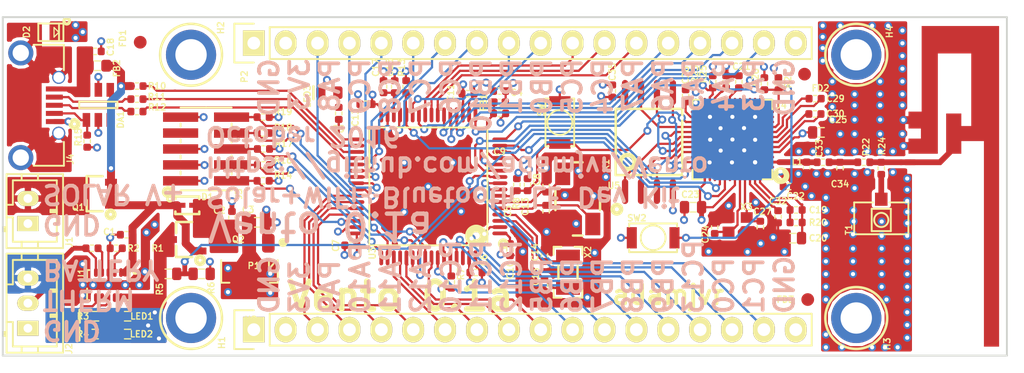
<source format=kicad_pcb>
(kicad_pcb (version 20160815) (host pcbnew "(2016-09-14 revision 83ed3c9)-makepkg")
  (layers (0 F.Cu signal) (1 In1.Cu power hide) (2 In2.Cu power hide) (31 B.Cu signal) (34 B.Paste user) (35 F.Paste user) (36 B.SilkS user hide) (37 F.SilkS user) (38 B.Mask user) (39 F.Mask user) (44 Edge.Cuts user))
  (net 0 "")
  (net 1 GND)
  (net 2 "Net-(C2-Pad1)")
  (net 3 +3V3)
  (net 4 "Net-(C5-Pad1)")
  (net 5 "Net-(C8-Pad1)")
  (net 6 "Net-(C9-Pad1)")
  (net 7 "Net-(C14-Pad1)")
  (net 8 "Net-(C15-Pad1)")
  (net 9 "Net-(C16-Pad1)")
  (net 10 "Net-(C18-Pad2)")
  (net 11 "Net-(C19-Pad1)")
  (net 12 "Net-(D2-Pad1)")
  (net 13 "Net-(DA1-Pad4)")
  (net 14 "Net-(DA1-Pad1)")
  (net 15 "Net-(DA1-Pad3)")
  (net 16 /MCU_STM32F446RET6/VBUS)
  (net 17 "Net-(J1-Pad2)")
  (net 18 /Power/BAT)
  (net 19 /Power/THERM)
  (net 20 /MCU_STM32F446RET6/SWDIO_TMS)
  (net 21 /MCU_STM32F446RET6/SWCLK_TCK)
  (net 22 /MCU_STM32F446RET6/SWO_TDO)
  (net 23 "Net-(J3-Pad7)")
  (net 24 /MCU_STM32F446RET6/SWO_TDI)
  (net 25 /MCU_STM32F446RET6/NJTRST)
  (net 26 "Net-(LED1-Pad2)")
  (net 27 "Net-(LED1-Pad1)")
  (net 28 "Net-(LED2-Pad1)")
  (net 29 "Net-(LED2-Pad2)")
  (net 30 "Net-(LED3-Pad1)")
  (net 31 "Net-(R1-Pad1)")
  (net 32 "Net-(R2-Pad1)")
  (net 33 /MCU_STM32F446RET6/ESPTOST_BOOT0)
  (net 34 /MCU_STM32F446RET6/HEARTBEAT)
  (net 35 "Net-(R10-Pad1)")
  (net 36 "Net-(R11-Pad1)")
  (net 37 "Net-(R12-Pad1)")
  (net 38 /MCU_STM32F446RET6/ESPTOST_BOOT1)
  (net 39 "Net-(U1-Pad9)")
  (net 40 /MCU_STM32F446RET6/ESP_PGM_MODE)
  (net 41 /MCU_STM32F446RET6/STM_ESP_RST)
  (net 42 /MCU_STM32F446RET6/ESP_URX)
  (net 43 /MCU_STM32F446RET6/ESP_UTX)
  (net 44 /MCU_STM32F446RET6/BAT_VOLT)
  (net 45 "Net-(U4-Pad10)")
  (net 46 "Net-(U4-Pad12)")
  (net 47 "Net-(U4-Pad13)")
  (net 48 "Net-(U4-Pad14)")
  (net 49 "Net-(U4-Pad18)")
  (net 50 "Net-(U4-Pad20)")
  (net 51 "Net-(U4-Pad21)")
  (net 52 "Net-(H3-Pad1)")
  (net 53 "Net-(H1-Pad1)")
  (net 54 "Net-(H4-Pad1)")
  (net 55 "Net-(H2-Pad1)")
  (net 56 "Net-(FD3-Pad1)")
  (net 57 "Net-(FD2-Pad1)")
  (net 58 "Net-(FD1-Pad1)")
  (net 59 /MCU_STM32F446RET6/PB9)
  (net 60 /MCU_STM32F446RET6/PB8)
  (net 61 /MCU_STM32F446RET6/PB7)
  (net 62 /MCU_STM32F446RET6/PB6)
  (net 63 /MCU_STM32F446RET6/PB5)
  (net 64 /MCU_STM32F446RET6/PC12)
  (net 65 /MCU_STM32F446RET6/PC11)
  (net 66 /MCU_STM32F446RET6/PC10)
  (net 67 /MCU_STM32F446RET6/PA4)
  (net 68 /MCU_STM32F446RET6/PA5)
  (net 69 /MCU_STM32F446RET6/PA6)
  (net 70 /MCU_STM32F446RET6/PA7)
  (net 71 /MCU_STM32F446RET6/PC4)
  (net 72 /MCU_STM32F446RET6/PC5)
  (net 73 /MCU_STM32F446RET6/PA8)
  (net 74 /MCU_STM32F446RET6/PA9)
  (net 75 /MCU_STM32F446RET6/PA10)
  (net 76 /MCU_STM32F446RET6/PA11)
  (net 77 /MCU_STM32F446RET6/PA12)
  (net 78 /MCU_STM32F446RET6/PC8)
  (net 79 /MCU_STM32F446RET6/PC9)
  (net 80 /MCU_STM32F446RET6/PC6)
  (net 81 /MCU_STM32F446RET6/PC7)
  (net 82 /MCU_STM32F446RET6/PB10)
  (net 83 /MCU_STM32F446RET6/PC0)
  (net 84 /MCU_STM32F446RET6/PC1)
  (net 85 /MCU_STM32F446RET6/PC13)
  (net 86 /MCU_STM32F446RET6/PB0)
  (net 87 /MCU_STM32F446RET6/PB1)
  (net 88 "Net-(R7-Pad1)")
  (net 89 /MCU_STM32F446RET6/PA3)
  (net 90 "Net-(C19-Pad2)")
  (net 91 /WiFi_BLE_ESP32/ANT_IF)
  (net 92 /WiFi_BLE_ESP32/ANT)
  (net 93 /WiFi_BLE_ESP32/ANT_UM)
  (net 94 "Net-(C27-Pad1)")
  (net 95 "Net-(C24-Pad1)")
  (net 96 "Net-(C30-Pad1)")
  (net 97 "Net-(C30-Pad2)")
  (net 98 /WiFi_BLE_ESP32/LNA)
  (net 99 "Net-(C29-Pad2)")
  (net 100 "Net-(C29-Pad1)")
  (net 101 /WiFi_BLE_ESP32/SD2)
  (net 102 /WiFi_BLE_ESP32/CLK)
  (net 103 /WiFi_BLE_ESP32/SD1)
  (net 104 /WiFi_BLE_ESP32/SD3)
  (net 105 /WiFi_BLE_ESP32/SDO)
  (net 106 /WiFi_BLE_ESP32/CS)
  (net 107 "Net-(U4-Pad42)")
  (net 108 "Net-(U4-Pad39)")
  (net 109 "Net-(U4-Pad38)")
  (net 110 "Net-(U4-Pad34)")
  (net 111 "Net-(U4-Pad17)")
  (net 112 "Net-(U4-Pad16)")
  (net 113 "Net-(U4-Pad15)")
  (net 114 "Net-(U4-Pad11)")
  (net 115 /MCU_STM32F446RET6/ESP_ST_RST)
  (net 116 "Net-(U4-Pad24)")
  (net 117 "Net-(U4-Pad25)")
  (net 118 "Net-(R25-Pad2)")
  (module PCB_Footprints:C0402 (layer F.Cu) (at 206.5528 76.8858 90)
    (fp_text reference C26 (at 0.508 -0.7112 90) (layer F.SilkS) (effects (font (size 0.5 0.5) (thickness 0.1))))
    (fp_text value CL05B104JP5NNNC)
    (pad 1 smd roundrect (at -0.483 0 90) (size 0.559 0.61) (layers F.Cu F.Paste F.Mask) (net 41 /MCU_STM32F446RET6/STM_ESP_RST))
    (pad 2 smd roundrect (at 0.483 0 90) (size 0.559 0.61) (layers F.Cu F.Paste F.Mask) (net 1 GND))
  )
  (module PCB_Footprints:B3U-1000P (layer F.Cu) (at 197.69 89.1794)
    (fp_text reference SW2 (at -1.2972 -1.5748) (layer F.SilkS) (effects (font (size 0.5 0.5) (thickness 0.1))))
    (fp_text value B3U-1000P)
    (pad 2 smd rect (at 1.7 0) (size 0.8 1.7) (layers F.Cu F.Paste F.Mask) (net 41 /MCU_STM32F446RET6/STM_ESP_RST))
    (pad 1 smd rect (at -1.7 0) (size 0.8 1.7) (layers F.Cu F.Paste F.Mask) (net 1 GND))
  )
  (module PCB_Footprints:R0402 (layer F.Cu) (at 203.5048 76.7334 270)
    (fp_text reference R25 (at -0.6096 1.8288 270) (layer F.SilkS) (effects (font (size 0.5 0.5) (thickness 0.1))))
    (fp_text value RC1005F103CS)
    (pad 2 smd roundrect (at 0.483 0 270) (size 0.559 0.61) (layers F.Cu F.Paste F.Mask) (net 118 "Net-(R25-Pad2)"))
    (pad 1 smd roundrect (at -0.483 0 270) (size 0.559 0.61) (layers F.Cu F.Paste F.Mask) (net 1 GND))
  )
  (module PCB_Footprints:M2.5_HOLE (layer F.Cu) (at 213.873691 74.578953 90)
    (fp_text reference H4 (at 1.8355 2.6475 90) (layer F.SilkS) (effects (font (size 0.5 0.5) (thickness 0.1))))
    (fp_text value M2.5_Hole)
    (pad 1 thru_hole circle (at 0 0 90) (size 4 4) (drill 2.5) (layers *.Cu *.Mask) (net 54 "Net-(H4-Pad1)"))
  )
  (module PCB_Footprints:C0603 (layer F.Cu) (at 200.869 86.741 180)
    (fp_text reference C23 (at 0.209 1.016 180) (layer F.SilkS) (effects (font (size 0.5 0.5) (thickness 0.1))))
    (fp_text value CL10A106KQ8NNNC)
    (pad 1 smd roundrect (at -0.68 0 180) (size 0.74 1) (layers F.Cu F.Paste F.Mask) (net 3 +3V3))
    (pad 2 smd roundrect (at 0.68 0 180) (size 0.74 1) (layers F.Cu F.Paste F.Mask) (net 1 GND))
  )
  (module PCB_Footprints:C0603 (layer F.Cu) (at 211.074 80.772)
    (fp_text reference C25 (at 1.352 -1.016) (layer F.SilkS) (effects (font (size 0.5 0.5) (thickness 0.1))))
    (fp_text value CL10A106KQ8NNNC)
    (pad 1 smd roundrect (at -0.68 0) (size 0.74 1) (layers F.Cu F.Paste F.Mask) (net 3 +3V3))
    (pad 2 smd roundrect (at 0.68 0) (size 0.74 1) (layers F.Cu F.Paste F.Mask) (net 1 GND))
  )
  (module PCB_Footprints:W25Q64FWSSIG (layer F.Cu) (at 197.358 81.534 90)
    (fp_text reference U5 (at -3.4798 -2.794 180) (layer F.SilkS) (effects (font (size 0.5 0.5) (thickness 0.1))))
    (fp_text value W25Q64FWSSIG)
    (pad 8 smd oval (at 3.95 -1.905 90) (size 2 0.5) (layers F.Cu F.Paste F.Mask) (net 3 +3V3))
    (pad 7 smd oval (at 3.95 -0.635 90) (size 2 0.5) (layers F.Cu F.Paste F.Mask) (net 101 /WiFi_BLE_ESP32/SD2))
    (pad 6 smd oval (at 3.95 0.635 90) (size 2 0.5) (layers F.Cu F.Paste F.Mask) (net 102 /WiFi_BLE_ESP32/CLK))
    (pad 5 smd oval (at 3.95 1.905 90) (size 2 0.5) (layers F.Cu F.Paste F.Mask) (net 103 /WiFi_BLE_ESP32/SD1))
    (pad 4 smd oval (at -3.95 1.905 90) (size 2 0.5) (layers F.Cu F.Paste F.Mask) (net 1 GND))
    (pad 3 smd oval (at -3.95 0.635 90) (size 2 0.5) (layers F.Cu F.Paste F.Mask) (net 104 /WiFi_BLE_ESP32/SD3))
    (pad 2 smd oval (at -3.95 -0.635 90) (size 2 0.5) (layers F.Cu F.Paste F.Mask) (net 105 /WiFi_BLE_ESP32/SDO))
    (pad 1 smd oval (at -3.95 -1.905 90) (size 2 0.5) (layers F.Cu F.Paste F.Mask) (net 106 /WiFi_BLE_ESP32/CS))
  )
  (module ESP32-footprints-Lib:ESP32 (layer F.Cu) (at 204.0254 81.3222 180)
    (fp_text reference U4 (at -3.8101 2.7092 180) (layer F.SilkS) (effects (font (size 0.5 0.5) (thickness 0.1))))
    (fp_text value ESP32)
    (pad 24 smd oval (at 2.217964 2.882134 180) (size 0.2 0.85) (layers F.Cu F.Paste F.Mask) (net 116 "Net-(U4-Pad24)"))
    (pad 36 smd oval (at 2.917964 -2.217866 180) (size 0.85 0.2) (layers F.Cu F.Paste F.Mask) (net 33 /MCU_STM32F446RET6/ESPTOST_BOOT0))
    (pad 48 smd oval (at -2.182036 -2.917866 180) (size 0.2 0.85) (layers F.Cu F.Paste F.Mask) (net 90 "Net-(C19-Pad2)"))
    (pad 49 smd rect (at 0.017964 -0.017866 180) (size 4.3 4.3) (layers F.Cu F.Paste F.Mask) (net 1 GND))
    (pad 12 smd oval (at -2.882036 2.182134 180) (size 0.85 0.2) (layers F.Cu F.Paste F.Mask) (net 46 "Net-(U4-Pad12)"))
    (pad 11 smd oval (at -2.882036 1.782134 180) (size 0.85 0.2) (layers F.Cu F.Paste F.Mask) (net 114 "Net-(U4-Pad11)"))
    (pad 10 smd oval (at -2.882036 1.382134 180) (size 0.85 0.2) (layers F.Cu F.Paste F.Mask) (net 45 "Net-(U4-Pad10)"))
    (pad 9 smd oval (at -2.882036 0.982134 180) (size 0.85 0.2) (layers F.Cu F.Paste F.Mask) (net 41 /MCU_STM32F446RET6/STM_ESP_RST))
    (pad 8 smd oval (at -2.882036 0.582134 180) (size 0.85 0.2) (layers F.Cu F.Paste F.Mask) (net 99 "Net-(C29-Pad2)"))
    (pad 7 smd oval (at -2.882036 0.182134 180) (size 0.85 0.2) (layers F.Cu F.Paste F.Mask) (net 100 "Net-(C29-Pad1)"))
    (pad 6 smd oval (at -2.882036 -0.217866 180) (size 0.85 0.2) (layers F.Cu F.Paste F.Mask) (net 97 "Net-(C30-Pad2)"))
    (pad 5 smd oval (at -2.882036 -0.617866 180) (size 0.85 0.2) (layers F.Cu F.Paste F.Mask) (net 96 "Net-(C30-Pad1)"))
    (pad 4 smd oval (at -2.882036 -1.017866 180) (size 0.85 0.2) (layers F.Cu F.Paste F.Mask) (net 3 +3V3))
    (pad 3 smd oval (at -2.882036 -1.417866 180) (size 0.85 0.2) (layers F.Cu F.Paste F.Mask) (net 3 +3V3))
    (pad 2 smd oval (at -2.882036 -1.817866 180) (size 0.85 0.2) (layers F.Cu F.Paste F.Mask) (net 98 /WiFi_BLE_ESP32/LNA))
    (pad 1 smd oval (at -2.882036 -2.217866 180) (size 0.85 0.2) (layers F.Cu F.Paste F.Mask) (net 3 +3V3))
    (pad 47 smd oval (at -1.782036 -2.917866 180) (size 0.2 0.85) (layers F.Cu F.Paste F.Mask) (net 11 "Net-(C19-Pad1)"))
    (pad 46 smd oval (at -1.382036 -2.917866 180) (size 0.2 0.85) (layers F.Cu F.Paste F.Mask) (net 3 +3V3))
    (pad 45 smd oval (at -0.982036 -2.917866 180) (size 0.2 0.85) (layers F.Cu F.Paste F.Mask) (net 94 "Net-(C27-Pad1)"))
    (pad 44 smd oval (at -0.582036 -2.917866 180) (size 0.2 0.85) (layers F.Cu F.Paste F.Mask) (net 95 "Net-(C24-Pad1)"))
    (pad 43 smd oval (at -0.182036 -2.917866 180) (size 0.2 0.85) (layers F.Cu F.Paste F.Mask) (net 3 +3V3))
    (pad 42 smd oval (at 0.217964 -2.917866 180) (size 0.2 0.85) (layers F.Cu F.Paste F.Mask) (net 107 "Net-(U4-Pad42)"))
    (pad 41 smd oval (at 0.617964 -2.917866 180) (size 0.2 0.85) (layers F.Cu F.Paste F.Mask) (net 42 /MCU_STM32F446RET6/ESP_URX))
    (pad 40 smd oval (at 1.017964 -2.917866 180) (size 0.2 0.85) (layers F.Cu F.Paste F.Mask) (net 43 /MCU_STM32F446RET6/ESP_UTX))
    (pad 39 smd oval (at 1.417964 -2.917866 180) (size 0.2 0.85) (layers F.Cu F.Paste F.Mask) (net 108 "Net-(U4-Pad39)"))
    (pad 38 smd oval (at 1.817964 -2.917866 180) (size 0.2 0.85) (layers F.Cu F.Paste F.Mask) (net 109 "Net-(U4-Pad38)"))
    (pad 37 smd oval (at 2.217964 -2.917866 180) (size 0.2 0.85) (layers F.Cu F.Paste F.Mask) (net 3 +3V3))
    (pad 35 smd oval (at 2.917964 -1.817866 180) (size 0.85 0.2) (layers F.Cu F.Paste F.Mask) (net 38 /MCU_STM32F446RET6/ESPTOST_BOOT1))
    (pad 34 smd oval (at 2.917964 -1.417866 180) (size 0.85 0.2) (layers F.Cu F.Paste F.Mask) (net 110 "Net-(U4-Pad34)"))
    (pad 33 smd oval (at 2.917964 -1.017866 180) (size 0.85 0.2) (layers F.Cu F.Paste F.Mask) (net 103 /WiFi_BLE_ESP32/SD1))
    (pad 32 smd oval (at 2.917964 -0.617866 180) (size 0.85 0.2) (layers F.Cu F.Paste F.Mask) (net 105 /WiFi_BLE_ESP32/SDO))
    (pad 31 smd oval (at 2.917964 -0.217866 180) (size 0.85 0.2) (layers F.Cu F.Paste F.Mask) (net 102 /WiFi_BLE_ESP32/CLK))
    (pad 30 smd oval (at 2.917964 0.182134 180) (size 0.85 0.2) (layers F.Cu F.Paste F.Mask) (net 106 /WiFi_BLE_ESP32/CS))
    (pad 29 smd oval (at 2.917964 0.582134 180) (size 0.85 0.2) (layers F.Cu F.Paste F.Mask) (net 104 /WiFi_BLE_ESP32/SD3))
    (pad 28 smd oval (at 2.917964 0.982134 180) (size 0.85 0.2) (layers F.Cu F.Paste F.Mask) (net 101 /WiFi_BLE_ESP32/SD2))
    (pad 27 smd oval (at 2.917964 1.382134 180) (size 0.85 0.2) (layers F.Cu F.Paste F.Mask) (net 115 /MCU_STM32F446RET6/ESP_ST_RST))
    (pad 26 smd oval (at 2.917964 1.782134 180) (size 0.85 0.2) (layers F.Cu F.Paste F.Mask) (net 3 +3V3))
    (pad 25 smd oval (at 2.917964 2.182134 180) (size 0.85 0.2) (layers F.Cu F.Paste F.Mask) (net 117 "Net-(U4-Pad25)"))
    (pad 23 smd oval (at 1.817964 2.882134 180) (size 0.2 0.85) (layers F.Cu F.Paste F.Mask) (net 40 /MCU_STM32F446RET6/ESP_PGM_MODE))
    (pad 22 smd oval (at 1.417964 2.882134 180) (size 0.2 0.85) (layers F.Cu F.Paste F.Mask) (net 118 "Net-(R25-Pad2)"))
    (pad 21 smd oval (at 1.017964 2.882134 180) (size 0.2 0.85) (layers F.Cu F.Paste F.Mask) (net 51 "Net-(U4-Pad21)"))
    (pad 20 smd oval (at 0.617964 2.882134 180) (size 0.2 0.85) (layers F.Cu F.Paste F.Mask) (net 50 "Net-(U4-Pad20)"))
    (pad 19 smd oval (at 0.217964 2.882134 180) (size 0.2 0.85) (layers F.Cu F.Paste F.Mask) (net 3 +3V3))
    (pad 18 smd oval (at -0.182036 2.882134 180) (size 0.2 0.85) (layers F.Cu F.Paste F.Mask) (net 49 "Net-(U4-Pad18)"))
    (pad 17 smd oval (at -0.582036 2.882134 180) (size 0.2 0.85) (layers F.Cu F.Paste F.Mask) (net 111 "Net-(U4-Pad17)"))
    (pad 16 smd oval (at -0.982036 2.882134 180) (size 0.2 0.85) (layers F.Cu F.Paste F.Mask) (net 112 "Net-(U4-Pad16)"))
    (pad 15 smd oval (at -1.382036 2.882134 180) (size 0.2 0.85) (layers F.Cu F.Paste F.Mask) (net 113 "Net-(U4-Pad15)"))
    (pad 14 smd oval (at -1.782036 2.882134 180) (size 0.2 0.85) (layers F.Cu F.Paste F.Mask) (net 48 "Net-(U4-Pad14)"))
    (pad 13 smd oval (at -2.182036 2.882134 180) (size 0.2 0.85) (layers F.Cu F.Paste F.Mask) (net 47 "Net-(U4-Pad13)"))
  )
  (module PCB_Footprints:BLM15HG601SN1D (layer F.Cu) (at 209.92084 83.60156 270)
    (fp_text reference L1 (at -0.5 0.75) (layer F.SilkS) (effects (font (size 0.5 0.5) (thickness 0.1))))
    (fp_text value 744901027)
    (pad 2 smd roundrect (at 0.455 0 270) (size 0.59 0.62) (layers F.Cu F.Paste F.Mask) (net 1 GND))
    (pad 1 smd roundrect (at -0.455 0 270) (size 0.59 0.62) (layers F.Cu F.Paste F.Mask) (net 98 /WiFi_BLE_ESP32/LNA))
  )
  (module PCB_Footprints:M2.5_HOLE (layer F.Cu) (at 213.873691 95.578953 90)
    (fp_text reference H3 (at -2.0678 2.457 90) (layer F.SilkS) (effects (font (size 0.5 0.5) (thickness 0.1))))
    (fp_text value M2.5_Hole)
    (pad 1 thru_hole circle (at 0 0 90) (size 4 4) (drill 2.5) (layers *.Cu *.Mask) (net 52 "Net-(H3-Pad1)"))
  )
  (module PCB_Footprints:C0402 (layer F.Cu) (at 194.437 77.47 90)
    (fp_text reference C35 (at 1.524 0 90) (layer F.SilkS) (effects (font (size 0.5 0.5) (thickness 0.1))))
    (fp_text value CL05B104JP5NNNC)
    (pad 2 smd roundrect (at 0.483 0 90) (size 0.559 0.61) (layers F.Cu F.Paste F.Mask) (net 1 GND))
    (pad 1 smd roundrect (at -0.483 0 90) (size 0.559 0.61) (layers F.Cu F.Paste F.Mask) (net 3 +3V3))
  )
  (module PCB_Footprints:C0402 (layer F.Cu) (at 210.59608 78.0796 180)
    (fp_text reference C29 (at -1.62092 0 180) (layer F.SilkS) (effects (font (size 0.5 0.5) (thickness 0.1))))
    (fp_text value GRM1555C1H271FA01D)
    (pad 2 smd roundrect (at 0.483 0 180) (size 0.559 0.61) (layers F.Cu F.Paste F.Mask) (net 99 "Net-(C29-Pad2)"))
    (pad 1 smd roundrect (at -0.483 0 180) (size 0.559 0.61) (layers F.Cu F.Paste F.Mask) (net 100 "Net-(C29-Pad1)"))
  )
  (module PCB_Footprints:C0402 (layer F.Cu) (at 207.645 87.503 270)
    (fp_text reference C32 (at -1.25 0 180) (layer F.SilkS) (effects (font (size 0.5 0.5) (thickness 0.1))))
    (fp_text value CL05B104JP5NNNC)
    (pad 2 smd roundrect (at 0.483 0 270) (size 0.559 0.61) (layers F.Cu F.Paste F.Mask) (net 1 GND))
    (pad 1 smd roundrect (at -0.483 0 270) (size 0.559 0.61) (layers F.Cu F.Paste F.Mask) (net 3 +3V3))
  )
  (module PCB_Footprints:C0402 (layer F.Cu) (at 211.23616 83.15452)
    (fp_text reference C33 (at -0.31456 -1.11252 90) (layer F.SilkS) (effects (font (size 0.5 0.5) (thickness 0.1))))
    (fp_text value 600L3R9BT200T)
    (pad 1 smd roundrect (at -0.483 0) (size 0.559 0.61) (layers F.Cu F.Paste F.Mask) (net 98 /WiFi_BLE_ESP32/LNA))
    (pad 2 smd roundrect (at 0.483 0) (size 0.559 0.61) (layers F.Cu F.Paste F.Mask) (net 92 /WiFi_BLE_ESP32/ANT))
  )
  (module PCB_Footprints:C0402 (layer F.Cu) (at 210.5792 79.30188 180)
    (fp_text reference C30 (at -1.63272 0.0234 180) (layer F.SilkS) (effects (font (size 0.5 0.5) (thickness 0.1))))
    (fp_text value GRM1555C1H271FA01D)
    (pad 1 smd roundrect (at -0.483 0 180) (size 0.559 0.61) (layers F.Cu F.Paste F.Mask) (net 96 "Net-(C30-Pad1)"))
    (pad 2 smd roundrect (at 0.483 0 180) (size 0.559 0.61) (layers F.Cu F.Paste F.Mask) (net 97 "Net-(C30-Pad2)"))
  )
  (module PCB_Footprints:C0402 (layer F.Cu) (at 212.57768 83.63712 270)
    (fp_text reference C34 (at 1.25 0) (layer F.SilkS) (effects (font (size 0.5 0.5) (thickness 0.1))))
    (fp_text value 600L2R4BT200T)
    (pad 2 smd roundrect (at 0.483 0 270) (size 0.559 0.61) (layers F.Cu F.Paste F.Mask) (net 1 GND))
    (pad 1 smd roundrect (at -0.483 0 270) (size 0.559 0.61) (layers F.Cu F.Paste F.Mask) (net 92 /WiFi_BLE_ESP32/ANT))
  )
  (module PCB_Footprints:C0603 (layer F.Cu) (at 208.83096 89.20828 180)
    (fp_text reference C20 (at -2 0) (layer F.SilkS) (effects (font (size 0.5 0.5) (thickness 0.1))))
    (fp_text value C0603C103J5JAC7867)
    (pad 2 smd roundrect (at 0.68 0 180) (size 0.74 1) (layers F.Cu F.Paste F.Mask) (net 1 GND))
    (pad 1 smd roundrect (at -0.68 0 180) (size 0.74 1) (layers F.Cu F.Paste F.Mask) (net 90 "Net-(C19-Pad2)"))
  )
  (module PCB_Footprints:PCB_IF_ANT_2.4G (layer F.Cu) (at 225.253691 72.283953 270)
    (fp_text reference ANT1)
    (fp_text value Inverted_F_PCB_Antenna)
    (fp_poly (pts (xy 10.64 4.82) (xy 10.64 7.48) (xy 11.1 7.48) (xy 11.1 4.62) (xy 10.19 3.72) (xy 10.19 3.01) (xy 9.18 3.01) (xy 9.18 1.21) (xy 25.58 1.21) (xy 25.58 0) (xy 0 0) (xy 0 6.17) (xy 6.83 6.17) (xy 6.83 7.22) (xy 8.18 7.22) (xy 8.18 6.23) (xy 8.98 6.23) (xy 8.98 7.22) (xy 10.19 7.22) (xy 10.19 4.88) (xy 2.19 4.88) (xy 2.19 2.22) (xy 7.98 2.22) (xy 7.98 3.01) (xy 6.98 3.01) (xy 6.98 4.22) (xy 10.05 4.22) (xy 10.64 4.82)) (layer F.Cu) (width 0.001))
    (pad 2 connect rect (at 7.5057 6.99008) (size 0.46 0.8) (layers F.Cu) (net 1 GND))
    (pad 1 connect rect (at 10.87 7.08 270) (size 0.46 0.8) (layers F.Cu) (net 91 /WiFi_BLE_ESP32/ANT_IF))
    (pad 2 connect rect (at 9.5758 6.99008) (size 0.46 0.8) (layers F.Cu) (net 1 GND))
  )
  (module PCB_Footprints:R0402 (layer F.Cu) (at 215.86444 83.63712 270)
    (fp_text reference R24 (at -1.77292 -0.06096 270) (layer F.SilkS) (effects (font (size 0.5 0.5) (thickness 0.1))))
    (fp_text value ERJ-2GE0R00X)
    (pad 2 smd roundrect (at 0.483 0 270) (size 0.559 0.61) (layers F.Cu F.Paste F.Mask) (net 93 /WiFi_BLE_ESP32/ANT_UM))
    (pad 1 smd roundrect (at -0.483 0 270) (size 0.559 0.61) (layers F.Cu F.Paste F.Mask) (net 91 /WiFi_BLE_ESP32/ANT_IF))
  )
  (module Socket_Strips:Socket_Strip_Straight_1x18 (layer F.Cu) (at 165.873691 96.508953)
    (fp_text reference P1 (at 0 -5.1) (layer F.SilkS) (effects (font (size 0.5 0.5) (thickness 0.1))))
    (fp_text value CONN_01X18)
    (pad 18 thru_hole oval (at 43.18 0) (size 1.7272 2.032) (drill 1.016) (layers *.Cu *.Mask F.SilkS) (net 1 GND))
    (pad 17 thru_hole oval (at 40.64 0) (size 1.7272 2.032) (drill 1.016) (layers *.Cu *.Mask F.SilkS) (net 84 /MCU_STM32F446RET6/PC1))
    (pad 16 thru_hole oval (at 38.1 0) (size 1.7272 2.032) (drill 1.016) (layers *.Cu *.Mask F.SilkS) (net 83 /MCU_STM32F446RET6/PC0))
    (pad 15 thru_hole oval (at 35.56 0) (size 1.7272 2.032) (drill 1.016) (layers *.Cu *.Mask F.SilkS) (net 85 /MCU_STM32F446RET6/PC13))
    (pad 14 thru_hole oval (at 33.02 0) (size 1.7272 2.032) (drill 1.016) (layers *.Cu *.Mask F.SilkS) (net 59 /MCU_STM32F446RET6/PB9))
    (pad 13 thru_hole oval (at 30.48 0) (size 1.7272 2.032) (drill 1.016) (layers *.Cu *.Mask F.SilkS) (net 60 /MCU_STM32F446RET6/PB8))
    (pad 12 thru_hole oval (at 27.94 0) (size 1.7272 2.032) (drill 1.016) (layers *.Cu *.Mask F.SilkS) (net 61 /MCU_STM32F446RET6/PB7))
    (pad 11 thru_hole oval (at 25.4 0) (size 1.7272 2.032) (drill 1.016) (layers *.Cu *.Mask F.SilkS) (net 62 /MCU_STM32F446RET6/PB6))
    (pad 10 thru_hole oval (at 22.86 0) (size 1.7272 2.032) (drill 1.016) (layers *.Cu *.Mask F.SilkS) (net 63 /MCU_STM32F446RET6/PB5))
    (pad 9 thru_hole oval (at 20.32 0) (size 1.7272 2.032) (drill 1.016) (layers *.Cu *.Mask F.SilkS) (net 64 /MCU_STM32F446RET6/PC12))
    (pad 8 thru_hole oval (at 17.78 0) (size 1.7272 2.032) (drill 1.016) (layers *.Cu *.Mask F.SilkS) (net 65 /MCU_STM32F446RET6/PC11))
    (pad 7 thru_hole oval (at 15.24 0) (size 1.7272 2.032) (drill 1.016) (layers *.Cu *.Mask F.SilkS) (net 66 /MCU_STM32F446RET6/PC10))
    (pad 6 thru_hole oval (at 12.7 0) (size 1.7272 2.032) (drill 1.016) (layers *.Cu *.Mask F.SilkS) (net 77 /MCU_STM32F446RET6/PA12))
    (pad 5 thru_hole oval (at 10.16 0) (size 1.7272 2.032) (drill 1.016) (layers *.Cu *.Mask F.SilkS) (net 76 /MCU_STM32F446RET6/PA11))
    (pad 4 thru_hole oval (at 7.62 0) (size 1.7272 2.032) (drill 1.016) (layers *.Cu *.Mask F.SilkS) (net 75 /MCU_STM32F446RET6/PA10))
    (pad 3 thru_hole oval (at 5.08 0) (size 1.7272 2.032) (drill 1.016) (layers *.Cu *.Mask F.SilkS) (net 74 /MCU_STM32F446RET6/PA9))
    (pad 2 thru_hole oval (at 2.54 0) (size 1.7272 2.032) (drill 1.016) (layers *.Cu *.Mask F.SilkS) (net 3 +3V3))
    (pad 1 thru_hole rect (at 0 0) (size 1.7272 2.032) (drill 1.016) (layers *.Cu *.Mask F.SilkS) (net 1 GND))
  )
  (module Socket_Strips:Socket_Strip_Straight_1x18 (layer F.Cu) (at 165.873691 73.648953)
    (fp_text reference P2 (at -0.75 2.68 -270) (layer F.SilkS) (effects (font (size 0.5 0.5) (thickness 0.1))))
    (fp_text value CONN_01X18)
    (pad 1 thru_hole rect (at 0 0) (size 1.7272 2.032) (drill 1.016) (layers *.Cu *.Mask F.SilkS) (net 1 GND))
    (pad 2 thru_hole oval (at 2.54 0) (size 1.7272 2.032) (drill 1.016) (layers *.Cu *.Mask F.SilkS) (net 3 +3V3))
    (pad 3 thru_hole oval (at 5.08 0) (size 1.7272 2.032) (drill 1.016) (layers *.Cu *.Mask F.SilkS) (net 73 /MCU_STM32F446RET6/PA8))
    (pad 4 thru_hole oval (at 7.62 0) (size 1.7272 2.032) (drill 1.016) (layers *.Cu *.Mask F.SilkS) (net 79 /MCU_STM32F446RET6/PC9))
    (pad 5 thru_hole oval (at 10.16 0) (size 1.7272 2.032) (drill 1.016) (layers *.Cu *.Mask F.SilkS) (net 78 /MCU_STM32F446RET6/PC8))
    (pad 6 thru_hole oval (at 12.7 0) (size 1.7272 2.032) (drill 1.016) (layers *.Cu *.Mask F.SilkS) (net 81 /MCU_STM32F446RET6/PC7))
    (pad 7 thru_hole oval (at 15.24 0) (size 1.7272 2.032) (drill 1.016) (layers *.Cu *.Mask F.SilkS) (net 80 /MCU_STM32F446RET6/PC6))
    (pad 8 thru_hole oval (at 17.78 0) (size 1.7272 2.032) (drill 1.016) (layers *.Cu *.Mask F.SilkS) (net 82 /MCU_STM32F446RET6/PB10))
    (pad 9 thru_hole oval (at 20.32 0) (size 1.7272 2.032) (drill 1.016) (layers *.Cu *.Mask F.SilkS) (net 87 /MCU_STM32F446RET6/PB1))
    (pad 10 thru_hole oval (at 22.86 0) (size 1.7272 2.032) (drill 1.016) (layers *.Cu *.Mask F.SilkS) (net 86 /MCU_STM32F446RET6/PB0))
    (pad 11 thru_hole oval (at 25.4 0) (size 1.7272 2.032) (drill 1.016) (layers *.Cu *.Mask F.SilkS) (net 72 /MCU_STM32F446RET6/PC5))
    (pad 12 thru_hole oval (at 27.94 0) (size 1.7272 2.032) (drill 1.016) (layers *.Cu *.Mask F.SilkS) (net 71 /MCU_STM32F446RET6/PC4))
    (pad 13 thru_hole oval (at 30.48 0) (size 1.7272 2.032) (drill 1.016) (layers *.Cu *.Mask F.SilkS) (net 70 /MCU_STM32F446RET6/PA7))
    (pad 14 thru_hole oval (at 33.02 0) (size 1.7272 2.032) (drill 1.016) (layers *.Cu *.Mask F.SilkS) (net 69 /MCU_STM32F446RET6/PA6))
    (pad 15 thru_hole oval (at 35.56 0) (size 1.7272 2.032) (drill 1.016) (layers *.Cu *.Mask F.SilkS) (net 68 /MCU_STM32F446RET6/PA5))
    (pad 16 thru_hole oval (at 38.1 0) (size 1.7272 2.032) (drill 1.016) (layers *.Cu *.Mask F.SilkS) (net 67 /MCU_STM32F446RET6/PA4))
    (pad 17 thru_hole oval (at 40.64 0) (size 1.7272 2.032) (drill 1.016) (layers *.Cu *.Mask F.SilkS) (net 89 /MCU_STM32F446RET6/PA3))
    (pad 18 thru_hole oval (at 43.18 0) (size 1.7272 2.032) (drill 1.016) (layers *.Cu *.Mask F.SilkS) (net 1 GND))
  )
  (module PCB_Footprints:BQ24210 (layer F.Cu) (at 154.277998 93.02761 270)
    (fp_text reference U1 (at -0.916657 2.133107 270) (layer F.SilkS) (effects (font (size 0.5 0.5) (thickness 0.1))))
    (fp_text value BQ24210DQCT)
    (pad 5 smd oval (at -1.075157 0.986807 180) (size 0.3 0.7) (layers F.Cu F.Paste F.Mask) (net 19 /Power/THERM))
    (pad 4 smd oval (at -1.075157 0.486807 180) (size 0.3 0.7) (layers F.Cu F.Paste F.Mask) (net 32 "Net-(R2-Pad1)"))
    (pad 3 smd oval (at -1.075157 -0.013193 180) (size 0.3 0.7) (layers F.Cu F.Paste F.Mask) (net 1 GND))
    (pad 2 smd oval (at -1.075157 -0.513193 180) (size 0.3 0.7) (layers F.Cu F.Paste F.Mask) (net 31 "Net-(R1-Pad1)"))
    (pad 1 smd oval (at -1.075157 -1.013193 180) (size 0.3 0.7) (layers F.Cu F.Paste F.Mask) (net 16 /MCU_STM32F446RET6/VBUS))
    (pad 11 smd rect (at -0.075157 -0.013193 180) (size 2.4 0.75) (layers F.Cu F.Paste F.Mask) (net 1 GND))
    (pad 6 smd oval (at 0.924843 0.986807 180) (size 0.3 0.7) (layers F.Cu F.Paste F.Mask) (net 29 "Net-(LED2-Pad2)"))
    (pad 7 smd oval (at 0.924843 0.486807 180) (size 0.3 0.7) (layers F.Cu F.Paste F.Mask) (net 29 "Net-(LED2-Pad2)"))
    (pad 8 smd oval (at 0.924843 -0.013193 180) (size 0.3 0.7) (layers F.Cu F.Paste F.Mask) (net 26 "Net-(LED1-Pad2)"))
    (pad 9 smd oval (at 0.924843 -0.513193 180) (size 0.3 0.7) (layers F.Cu F.Paste F.Mask) (net 39 "Net-(U1-Pad9)"))
    (pad 10 smd oval (at 0.924843 -1.013193 180) (size 0.3 0.7) (layers F.Cu F.Paste F.Mask) (net 18 /Power/BAT))
  )
  (module PCB_Footprints:BAT20JFILM (layer F.Cu) (at 160.577691 86.586453)
    (fp_text reference D1 (at 1.601309 -0.670953) (layer F.SilkS) (effects (font (size 0.5 0.5) (thickness 0.1))))
    (fp_text value BAT20JFILM)
    (pad 1 smd rect (at -0.8 0) (size 1.3 0.4) (layers F.Cu F.Paste F.Mask) (net 16 /MCU_STM32F446RET6/VBUS))
    (pad 2 smd rect (at 0.8 0) (size 1.3 0.4) (layers F.Cu F.Paste F.Mask) (net 2 "Net-(C2-Pad1)"))
  )
  (module PCB_Footprints:DMG2307L-7 (layer F.Cu) (at 153.321 85.6615 180)
    (fp_text reference Q1 (at 1.429 -1.0795 180) (layer F.SilkS) (effects (font (size 0.5 0.5) (thickness 0.1))))
    (fp_text value DMG2307L-7)
    (pad 2 smd rect (at -1.175 0.915 180) (size 0.95 0.55) (layers F.Cu F.Paste F.Mask) (net 16 /MCU_STM32F446RET6/VBUS))
    (pad 1 smd rect (at -1.175 -0.915 180) (size 0.95 0.55) (layers F.Cu F.Paste F.Mask) (net 16 /MCU_STM32F446RET6/VBUS))
    (pad 3 smd rect (at 1.175 0 180) (size 0.95 0.55) (layers F.Cu F.Paste F.Mask) (net 17 "Net-(J1-Pad2)"))
  )
  (module PCB_Footprints:DMG2307L-7 (layer F.Cu) (at 160.450691 89.316953 180)
    (fp_text reference Q2 (at -4.191 0 180) (layer F.SilkS) (effects (font (size 0.5 0.5) (thickness 0.1))))
    (fp_text value DMG2307L-7)
    (pad 2 smd rect (at -1.175 0.915 180) (size 0.95 0.55) (layers F.Cu F.Paste F.Mask) (net 2 "Net-(C2-Pad1)"))
    (pad 1 smd rect (at -1.175 -0.915 180) (size 0.95 0.55) (layers F.Cu F.Paste F.Mask) (net 16 /MCU_STM32F446RET6/VBUS))
    (pad 3 smd rect (at 1.175 0 180) (size 0.95 0.55) (layers F.Cu F.Paste F.Mask) (net 18 /Power/BAT))
  )
  (module PCB_Footprints:ABS07-32.768KHZ-9-T (layer F.Cu) (at 190.906251 91.928953 270)
    (fp_text reference X2 (at -1.609 -1.579 270) (layer F.SilkS) (effects (font (size 0.5 0.5) (thickness 0.1))))
    (fp_text value ABS07-32.768KHZ-9-T)
    (pad 1 smd rect (at -1.25 0 270) (size 1.1 1.9) (layers F.Cu F.Paste F.Mask) (net 7 "Net-(C14-Pad1)"))
    (pad 2 smd rect (at 1.25 0 270) (size 1.1 1.9) (layers F.Cu F.Paste F.Mask) (net 8 "Net-(C15-Pad1)"))
  )
  (module PCB_Footprints:RSB39VTE-17 (layer F.Cu) (at 149.703291 72.785353 180)
    (fp_text reference D2 (at 1.9296 0.0256 270) (layer F.SilkS) (effects (font (size 0.5 0.5) (thickness 0.1))))
    (fp_text value RSB39VTE-17)
    (pad 2 smd rect (at -1.1 0 270) (size 0.61 0.61) (layers F.Cu F.Paste F.Mask) (net 1 GND))
    (pad 1 smd rect (at 1.1 0 270) (size 0.61 0.61) (layers F.Cu F.Paste F.Mask) (net 12 "Net-(D2-Pad1)"))
  )
  (module PCB_Footprints:ESDA6V1BC6 (layer F.Cu) (at 153.487891 78.576553 90)
    (fp_text reference DA1 (at -1.1832 1.77 90) (layer F.SilkS) (effects (font (size 0.5 0.5) (thickness 0.1))))
    (fp_text value ESDA6V1BC6)
    (pad 3 smd rect (at -1.2 0.95 90) (size 1.1 0.6) (layers F.Cu F.Paste F.Mask) (net 15 "Net-(DA1-Pad3)"))
    (pad 2 smd rect (at -1.2 0 90) (size 1.1 0.6) (layers F.Cu F.Paste F.Mask) (net 1 GND))
    (pad 1 smd rect (at -1.2 -0.95 90) (size 1.1 0.6) (layers F.Cu F.Paste F.Mask) (net 14 "Net-(DA1-Pad1)"))
    (pad 6 smd rect (at 1.2 -0.95 90) (size 1.1 0.6) (layers F.Cu F.Paste F.Mask) (net 10 "Net-(C18-Pad2)"))
    (pad 5 smd rect (at 1.2 0 90) (size 1.1 0.6) (layers F.Cu F.Paste F.Mask) (net 1 GND))
    (pad 4 smd rect (at 1.2 0.95 90) (size 1.1 0.6) (layers F.Cu F.Paste F.Mask) (net 13 "Net-(DA1-Pad4)"))
  )
  (module PCB_Footprints:ABM3B8.000MHZB2T (layer F.Cu) (at 191.681251 86.078953 90)
    (fp_text reference X1 (at 2.705 2.256 90) (layer F.SilkS) (effects (font (size 0.5 0.5) (thickness 0.1))))
    (fp_text value ABM3B8.000MHZB2T)
    (pad 1 smd rect (at -2 1.2 90) (size 1.8 1.2) (layers F.Cu F.Paste F.Mask) (net 4 "Net-(C5-Pad1)"))
    (pad 3 smd rect (at 2 -1.2 90) (size 1.8 1.2) (layers F.Cu F.Paste F.Mask) (net 5 "Net-(C8-Pad1)"))
    (pad 2 smd rect (at 2 1.2 90) (size 1.8 1.2) (layers F.Cu F.Paste F.Mask) (net 1 GND))
    (pad 4 smd rect (at -2 -1.2 90) (size 1.8 1.2) (layers F.Cu F.Paste F.Mask) (net 1 GND))
  )
  (module PCB_Footprints:FIDUCIAL (layer F.Cu) (at 156.823691 73.578953 90)
    (fp_text reference FD1 (at 0.312 -1.398 90) (layer F.SilkS) (effects (font (size 0.5 0.5) (thickness 0.1))))
    (fp_text value FIDUCIAL)
    (pad 1 smd circle (at 0 0 90) (size 1.016 1.016) (layers F.Cu F.Mask) (net 58 "Net-(FD1-Pad1)"))
  )
  (module PCB_Footprints:FIDUCIAL (layer F.Cu) (at 209.7532 76.1238 90)
    (fp_text reference FD2 (at -1.1176 1.27 180) (layer F.SilkS) (effects (font (size 0.5 0.5) (thickness 0.1))))
    (fp_text value FIDUCIAL)
    (pad 1 smd circle (at 0 0 90) (size 1.016 1.016) (layers F.Cu F.Mask) (net 57 "Net-(FD2-Pad1)"))
  )
  (module PCB_Footprints:FIDUCIAL (layer F.Cu) (at 210.0072 94.107 90)
    (fp_text reference FD3 (at 0 -1.778 180) (layer F.SilkS) (effects (font (size 0.5 0.5) (thickness 0.1))))
    (fp_text value FIDUCIAL)
    (pad 1 smd circle (at 0 0 90) (size 1.016 1.016) (layers F.Cu F.Mask) (net 56 "Net-(FD3-Pad1)"))
  )
  (module PCB_Footprints:M2.5_HOLE (layer F.Cu) (at 160.873691 74.578953 90)
    (fp_text reference H2 (at 2.1516 2.371 90) (layer F.SilkS) (effects (font (size 0.5 0.5) (thickness 0.1))))
    (fp_text value M2.5_Hole)
    (pad 1 thru_hole circle (at 0 0 90) (size 4 4) (drill 2.5) (layers *.Cu *.Mask) (net 55 "Net-(H2-Pad1)"))
  )
  (module PCB_Footprints:M2.5_HOLE (layer F.Cu) (at 160.873691 95.578953 90)
    (fp_text reference H1 (at -1.9712 2.4472 90) (layer F.SilkS) (effects (font (size 0.5 0.5) (thickness 0.1))))
    (fp_text value M2.5_Hole)
    (pad 1 thru_hole circle (at 0 0 90) (size 4 4) (drill 2.5) (layers *.Cu *.Mask) (net 53 "Net-(H1-Pad1)"))
  )
  (module PCB_Footprints:STM32F446RET6 (layer F.Cu) (at 179.781251 85.078953 180)
    (fp_text reference U3 (at 4.46 -5.3302 270) (layer F.SilkS) (effects (font (size 0.5 0.5) (thickness 0.1))))
    (fp_text value STM32F446RET6_-_TQFP64)
    (pad 1 smd oval (at -5.7 -3.75 270) (size 0.3 1.2) (layers F.Cu F.Paste F.Mask) (net 3 +3V3))
    (pad 2 smd oval (at -5.7 -3.25 270) (size 0.3 1.2) (layers F.Cu F.Paste F.Mask) (net 85 /MCU_STM32F446RET6/PC13))
    (pad 3 smd oval (at -5.7 -2.75 270) (size 0.3 1.2) (layers F.Cu F.Paste F.Mask) (net 8 "Net-(C15-Pad1)"))
    (pad 4 smd oval (at -5.7 -2.25 270) (size 0.3 1.2) (layers F.Cu F.Paste F.Mask) (net 7 "Net-(C14-Pad1)"))
    (pad 5 smd oval (at -5.7 -1.75 270) (size 0.3 1.2) (layers F.Cu F.Paste F.Mask) (net 4 "Net-(C5-Pad1)"))
    (pad 6 smd oval (at -5.7 -1.25 270) (size 0.3 1.2) (layers F.Cu F.Paste F.Mask) (net 5 "Net-(C8-Pad1)"))
    (pad 7 smd oval (at -5.7 -0.75 270) (size 0.3 1.2) (layers F.Cu F.Paste F.Mask) (net 115 /MCU_STM32F446RET6/ESP_ST_RST))
    (pad 8 smd oval (at -5.7 -0.25 270) (size 0.3 1.2) (layers F.Cu F.Paste F.Mask) (net 83 /MCU_STM32F446RET6/PC0))
    (pad 9 smd oval (at -5.7 0.25 270) (size 0.3 1.2) (layers F.Cu F.Paste F.Mask) (net 84 /MCU_STM32F446RET6/PC1))
    (pad 10 smd oval (at -5.7 0.75 270) (size 0.3 1.2) (layers F.Cu F.Paste F.Mask) (net 44 /MCU_STM32F446RET6/BAT_VOLT))
    (pad 11 smd oval (at -5.7 1.25 270) (size 0.3 1.2) (layers F.Cu F.Paste F.Mask) (net 40 /MCU_STM32F446RET6/ESP_PGM_MODE))
    (pad 12 smd oval (at -5.7 1.75 270) (size 0.3 1.2) (layers F.Cu F.Paste F.Mask) (net 1 GND))
    (pad 13 smd oval (at -5.7 2.25 270) (size 0.3 1.2) (layers F.Cu F.Paste F.Mask) (net 6 "Net-(C9-Pad1)"))
    (pad 14 smd oval (at -5.7 2.75 270) (size 0.3 1.2) (layers F.Cu F.Paste F.Mask) (net 42 /MCU_STM32F446RET6/ESP_URX))
    (pad 15 smd oval (at -5.7 3.25 270) (size 0.3 1.2) (layers F.Cu F.Paste F.Mask) (net 43 /MCU_STM32F446RET6/ESP_UTX))
    (pad 16 smd oval (at -5.7 3.75 270) (size 0.3 1.2) (layers F.Cu F.Paste F.Mask) (net 41 /MCU_STM32F446RET6/STM_ESP_RST))
    (pad 17 smd oval (at -3.75 5.7 180) (size 0.3 1.2) (layers F.Cu F.Paste F.Mask) (net 89 /MCU_STM32F446RET6/PA3))
    (pad 18 smd oval (at -3.25 5.7 180) (size 0.3 1.2) (layers F.Cu F.Paste F.Mask) (net 1 GND))
    (pad 19 smd oval (at -2.75 5.7 180) (size 0.3 1.2) (layers F.Cu F.Paste F.Mask) (net 3 +3V3))
    (pad 20 smd oval (at -2.25 5.7 180) (size 0.3 1.2) (layers F.Cu F.Paste F.Mask) (net 67 /MCU_STM32F446RET6/PA4))
    (pad 21 smd oval (at -1.75 5.7 180) (size 0.3 1.2) (layers F.Cu F.Paste F.Mask) (net 68 /MCU_STM32F446RET6/PA5))
    (pad 22 smd oval (at -1.25 5.7 180) (size 0.3 1.2) (layers F.Cu F.Paste F.Mask) (net 69 /MCU_STM32F446RET6/PA6))
    (pad 23 smd oval (at -0.75 5.7 180) (size 0.3 1.2) (layers F.Cu F.Paste F.Mask) (net 70 /MCU_STM32F446RET6/PA7))
    (pad 24 smd oval (at -0.25 5.7 180) (size 0.3 1.2) (layers F.Cu F.Paste F.Mask) (net 71 /MCU_STM32F446RET6/PC4))
    (pad 25 smd oval (at 0.25 5.7 180) (size 0.3 1.2) (layers F.Cu F.Paste F.Mask) (net 72 /MCU_STM32F446RET6/PC5))
    (pad 26 smd oval (at 0.75 5.7 180) (size 0.3 1.2) (layers F.Cu F.Paste F.Mask) (net 86 /MCU_STM32F446RET6/PB0))
    (pad 27 smd oval (at 1.25 5.7 180) (size 0.3 1.2) (layers F.Cu F.Paste F.Mask) (net 87 /MCU_STM32F446RET6/PB1))
    (pad 28 smd oval (at 1.75 5.7 180) (size 0.3 1.2) (layers F.Cu F.Paste F.Mask) (net 38 /MCU_STM32F446RET6/ESPTOST_BOOT1))
    (pad 29 smd oval (at 2.25 5.7 180) (size 0.3 1.2) (layers F.Cu F.Paste F.Mask) (net 82 /MCU_STM32F446RET6/PB10))
    (pad 30 smd oval (at 2.75 5.7 180) (size 0.3 1.2) (layers F.Cu F.Paste F.Mask) (net 9 "Net-(C16-Pad1)"))
    (pad 31 smd oval (at 3.25 5.7 180) (size 0.3 1.2) (layers F.Cu F.Paste F.Mask) (net 1 GND))
    (pad 32 smd oval (at 3.75 5.7 180) (size 0.3 1.2) (layers F.Cu F.Paste F.Mask) (net 3 +3V3))
    (pad 33 smd oval (at 5.7 3.75 270) (size 0.3 1.2) (layers F.Cu F.Paste F.Mask) (net 34 /MCU_STM32F446RET6/HEARTBEAT))
    (pad 34 smd oval (at 5.7 3.25 270) (size 0.3 1.2) (layers F.Cu F.Paste F.Mask) (net 35 "Net-(R10-Pad1)"))
    (pad 35 smd oval (at 5.7 2.75 270) (size 0.3 1.2) (layers F.Cu F.Paste F.Mask) (net 36 "Net-(R11-Pad1)"))
    (pad 36 smd oval (at 5.7 2.25 270) (size 0.3 1.2) (layers F.Cu F.Paste F.Mask) (net 37 "Net-(R12-Pad1)"))
    (pad 37 smd oval (at 5.7 1.75 270) (size 0.3 1.2) (layers F.Cu F.Paste F.Mask) (net 80 /MCU_STM32F446RET6/PC6))
    (pad 38 smd oval (at 5.7 1.25 270) (size 0.3 1.2) (layers F.Cu F.Paste F.Mask) (net 81 /MCU_STM32F446RET6/PC7))
    (pad 39 smd oval (at 5.7 0.75 270) (size 0.3 1.2) (layers F.Cu F.Paste F.Mask) (net 78 /MCU_STM32F446RET6/PC8))
    (pad 40 smd oval (at 5.7 0.25 270) (size 0.3 1.2) (layers F.Cu F.Paste F.Mask) (net 79 /MCU_STM32F446RET6/PC9))
    (pad 41 smd oval (at 5.7 -0.25 270) (size 0.3 1.2) (layers F.Cu F.Paste F.Mask) (net 73 /MCU_STM32F446RET6/PA8))
    (pad 42 smd oval (at 5.7 -0.75 270) (size 0.3 1.2) (layers F.Cu F.Paste F.Mask) (net 74 /MCU_STM32F446RET6/PA9))
    (pad 43 smd oval (at 5.7 -1.25 270) (size 0.3 1.2) (layers F.Cu F.Paste F.Mask) (net 75 /MCU_STM32F446RET6/PA10))
    (pad 44 smd oval (at 5.7 -1.75 270) (size 0.3 1.2) (layers F.Cu F.Paste F.Mask) (net 76 /MCU_STM32F446RET6/PA11))
    (pad 45 smd oval (at 5.7 -2.25 270) (size 0.3 1.2) (layers F.Cu F.Paste F.Mask) (net 77 /MCU_STM32F446RET6/PA12))
    (pad 46 smd oval (at 5.7 -2.75 270) (size 0.3 1.2) (layers F.Cu F.Paste F.Mask) (net 20 /MCU_STM32F446RET6/SWDIO_TMS))
    (pad 47 smd oval (at 5.7 -3.25 270) (size 0.3 1.2) (layers F.Cu F.Paste F.Mask) (net 1 GND))
    (pad 48 smd oval (at 5.7 -3.75 270) (size 0.3 1.2) (layers F.Cu F.Paste F.Mask) (net 3 +3V3))
    (pad 49 smd oval (at 3.75 -5.7 180) (size 0.3 1.2) (layers F.Cu F.Paste F.Mask) (net 21 /MCU_STM32F446RET6/SWCLK_TCK))
    (pad 50 smd oval (at 3.25 -5.7 180) (size 0.3 1.2) (layers F.Cu F.Paste F.Mask) (net 24 /MCU_STM32F446RET6/SWO_TDI))
    (pad 51 smd oval (at 2.75 -5.7 180) (size 0.3 1.2) (layers F.Cu F.Paste F.Mask) (net 66 /MCU_STM32F446RET6/PC10))
    (pad 52 smd oval (at 2.25 -5.7 180) (size 0.3 1.2) (layers F.Cu F.Paste F.Mask) (net 65 /MCU_STM32F446RET6/PC11))
    (pad 53 smd oval (at 1.75 -5.7 180) (size 0.3 1.2) (layers F.Cu F.Paste F.Mask) (net 64 /MCU_STM32F446RET6/PC12))
    (pad 54 smd oval (at 1.25 -5.7 180) (size 0.3 1.2) (layers F.Cu F.Paste F.Mask) (net 33 /MCU_STM32F446RET6/ESPTOST_BOOT0))
    (pad 55 smd oval (at 0.75 -5.7 180) (size 0.3 1.2) (layers F.Cu F.Paste F.Mask) (net 22 /MCU_STM32F446RET6/SWO_TDO))
    (pad 56 smd oval (at 0.25 -5.7 180) (size 0.3 1.2) (layers F.Cu F.Paste F.Mask) (net 25 /MCU_STM32F446RET6/NJTRST))
    (pad 57 smd oval (at -0.25 -5.7 180) (size 0.3 1.2) (layers F.Cu F.Paste F.Mask) (net 63 /MCU_STM32F446RET6/PB5))
    (pad 58 smd oval (at -0.75 -5.7 180) (size 0.3 1.2) (layers F.Cu F.Paste F.Mask) (net 62 /MCU_STM32F446RET6/PB6))
    (pad 59 smd oval (at -1.25 -5.7 180) (size 0.3 1.2) (layers F.Cu F.Paste F.Mask) (net 61 /MCU_STM32F446RET6/PB7))
    (pad 60 smd oval (at -1.75 -5.7 180) (size 0.3 1.2) (layers F.Cu F.Paste F.Mask) (net 88 "Net-(R7-Pad1)"))
    (pad 61 smd oval (at -2.25 -5.7 180) (size 0.3 1.2) (layers F.Cu F.Paste F.Mask) (net 60 /MCU_STM32F446RET6/PB8))
    (pad 62 smd oval (at -2.75 -5.7 180) (size 0.3 1.2) (layers F.Cu F.Paste F.Mask) (net 59 /MCU_STM32F446RET6/PB9))
    (pad 63 smd oval (at -3.25 -5.7 180) (size 0.3 1.2) (layers F.Cu F.Paste F.Mask) (net 1 GND))
    (pad 64 smd oval (at -3.75 -5.7 180) (size 0.3 1.2) (layers F.Cu F.Paste F.Mask) (net 3 +3V3))
  )
  (module PCB_Footprints:C0402 (layer F.Cu) (at 155.726691 88.935953 180)
    (fp_text reference C1 (at 1.358191 0.226453 180) (layer F.SilkS) (effects (font (size 0.5 0.5) (thickness 0.1))))
    (fp_text value CL05A105KA5NQNC)
    (pad 1 smd roundrect (at -0.483 0 180) (size 0.559 0.61) (layers F.Cu F.Paste F.Mask) (net 16 /MCU_STM32F446RET6/VBUS))
    (pad 2 smd roundrect (at 0.483 0 180) (size 0.559 0.61) (layers F.Cu F.Paste F.Mask) (net 1 GND))
  )
  (module PCB_Footprints:C0402 (layer F.Cu) (at 164.133691 87.563953 90)
    (fp_text reference C2 (at 0.568953 -1.002191 180) (layer F.SilkS) (effects (font (size 0.5 0.5) (thickness 0.1))))
    (fp_text value CL05A105KA5NQNC)
    (pad 1 smd roundrect (at -0.483 0 90) (size 0.559 0.61) (layers F.Cu F.Paste F.Mask) (net 2 "Net-(C2-Pad1)"))
    (pad 2 smd roundrect (at 0.483 0 90) (size 0.559 0.61) (layers F.Cu F.Paste F.Mask) (net 1 GND))
  )
  (module PCB_Footprints:C0603 (layer F.Cu) (at 166.1795 87.9475)
    (fp_text reference C3 (at -0.762 -1.016) (layer F.SilkS) (effects (font (size 0.5 0.5) (thickness 0.1))))
    (fp_text value CL10A106KQ8NNNC)
    (pad 1 smd roundrect (at -0.68 0) (size 0.74 1) (layers F.Cu F.Paste F.Mask) (net 3 +3V3))
    (pad 2 smd roundrect (at 0.68 0) (size 0.74 1) (layers F.Cu F.Paste F.Mask) (net 1 GND))
  )
  (module PCB_Footprints:C0402 (layer F.Cu) (at 185.455851 77.477353 180)
    (fp_text reference C4 (at -1.361149 -0.119647) (layer F.SilkS) (effects (font (size 0.5 0.5) (thickness 0.1))))
    (fp_text value CL05B104JP5NNNC)
    (pad 1 smd roundrect (at -0.483 0 180) (size 0.559 0.61) (layers F.Cu F.Paste F.Mask) (net 3 +3V3))
    (pad 2 smd roundrect (at 0.483 0 180) (size 0.559 0.61) (layers F.Cu F.Paste F.Mask) (net 1 GND))
  )
  (module PCB_Footprints:C0402 (layer F.Cu) (at 189.162251 87.074953 270)
    (fp_text reference C5 (at 0 3.048 270) (layer F.SilkS) (effects (font (size 0.5 0.5) (thickness 0.1))))
    (fp_text value CL05C090CB5NNNC)
    (pad 1 smd roundrect (at -0.483 0 270) (size 0.559 0.61) (layers F.Cu F.Paste F.Mask) (net 4 "Net-(C5-Pad1)"))
    (pad 2 smd roundrect (at 0.483 0 270) (size 0.559 0.61) (layers F.Cu F.Paste F.Mask) (net 1 GND))
  )
  (module PCB_Footprints:C0402 (layer F.Cu) (at 183.576251 91.948 180)
    (fp_text reference C6 (at -0.6336 0.9866 270) (layer F.SilkS) (effects (font (size 0.5 0.5) (thickness 0.1))))
    (fp_text value CL05B104JP5NNNC)
    (pad 1 smd roundrect (at -0.483 0 180) (size 0.559 0.61) (layers F.Cu F.Paste F.Mask) (net 3 +3V3))
    (pad 2 smd roundrect (at 0.483 0 180) (size 0.559 0.61) (layers F.Cu F.Paste F.Mask) (net 1 GND))
  )
  (module PCB_Footprints:C0402 (layer F.Cu) (at 173.606251 89.778953 180)
    (fp_text reference C7 (at 1.2 -0.025 270) (layer F.SilkS) (effects (font (size 0.5 0.5) (thickness 0.1))))
    (fp_text value CL05B104JP5NNNC)
    (pad 1 smd roundrect (at -0.483 0 180) (size 0.559 0.61) (layers F.Cu F.Paste F.Mask) (net 3 +3V3))
    (pad 2 smd roundrect (at 0.483 0 180) (size 0.559 0.61) (layers F.Cu F.Paste F.Mask) (net 1 GND))
  )
  (module PCB_Footprints:C0402 (layer F.Cu) (at 189.162251 85.042953 90)
    (fp_text reference C8 (at 0.514 -0.731 90) (layer F.SilkS) (effects (font (size 0.5 0.5) (thickness 0.1))))
    (fp_text value CL05C090CB5NNNC)
    (pad 1 smd roundrect (at -0.483 0 90) (size 0.559 0.61) (layers F.Cu F.Paste F.Mask) (net 5 "Net-(C8-Pad1)"))
    (pad 2 smd roundrect (at 0.483 0 90) (size 0.559 0.61) (layers F.Cu F.Paste F.Mask) (net 1 GND))
  )
  (module PCB_Footprints:C0402 (layer F.Cu) (at 185.455851 79.255353)
    (fp_text reference C9 (at 0 3.048) (layer F.SilkS) (effects (font (size 0.5 0.5) (thickness 0.1))))
    (fp_text value CL05B104JP5NNNC)
    (pad 1 smd roundrect (at -0.483 0) (size 0.559 0.61) (layers F.Cu F.Paste F.Mask) (net 6 "Net-(C9-Pad1)"))
    (pad 2 smd roundrect (at 0.483 0) (size 0.559 0.61) (layers F.Cu F.Paste F.Mask) (net 1 GND))
  )
  (module PCB_Footprints:C0402 (layer F.Cu) (at 186.283251 90.128953 270)
    (fp_text reference C10 (at 1.625 -0.025 270) (layer F.SilkS) (effects (font (size 0.5 0.5) (thickness 0.1))))
    (fp_text value CL05B104JP5NNNC)
    (pad 1 smd roundrect (at -0.483 0 270) (size 0.559 0.61) (layers F.Cu F.Paste F.Mask) (net 3 +3V3))
    (pad 2 smd roundrect (at 0.483 0 270) (size 0.559 0.61) (layers F.Cu F.Paste F.Mask) (net 1 GND))
  )
  (module PCB_Footprints:C0402 (layer F.Cu) (at 182.941251 77.678953)
    (fp_text reference C11 (at -1.373 -0.054 -270) (layer F.SilkS) (effects (font (size 0.5 0.5) (thickness 0.1))))
    (fp_text value CL05B104JP5NNNC)
    (pad 1 smd roundrect (at -0.483 0) (size 0.559 0.61) (layers F.Cu F.Paste F.Mask) (net 3 +3V3))
    (pad 2 smd roundrect (at 0.483 0) (size 0.559 0.61) (layers F.Cu F.Paste F.Mask) (net 1 GND))
  )
  (module PCB_Footprints:C0402 (layer F.Cu) (at 174.813251 78.521953 180)
    (fp_text reference C12 (at 0.857 -1.057 270) (layer F.SilkS) (effects (font (size 0.5 0.5) (thickness 0.1))))
    (fp_text value CL05B104JP5NNNC)
    (pad 1 smd roundrect (at -0.483 0 180) (size 0.559 0.61) (layers F.Cu F.Paste F.Mask) (net 3 +3V3))
    (pad 2 smd roundrect (at 0.483 0 180) (size 0.559 0.61) (layers F.Cu F.Paste F.Mask) (net 1 GND))
  )
  (module PCB_Footprints:C0402 (layer F.Cu) (at 187.683251 84.940953 90)
    (fp_text reference C13 (at -1.752 -0.184 90) (layer F.SilkS) (effects (font (size 0.5 0.5) (thickness 0.1))))
    (fp_text value CL05B104JP5NNNC)
    (pad 1 smd roundrect (at -0.483 0 90) (size 0.559 0.61) (layers F.Cu F.Paste F.Mask) (net 115 /MCU_STM32F446RET6/ESP_ST_RST))
    (pad 2 smd roundrect (at 0.483 0 90) (size 0.559 0.61) (layers F.Cu F.Paste F.Mask) (net 1 GND))
  )
  (module PCB_Footprints:C0402 (layer F.Cu) (at 189.033251 90.578953 90)
    (fp_text reference C14 (at 0.246 -0.762 90) (layer F.SilkS) (effects (font (size 0.5 0.5) (thickness 0.1))))
    (fp_text value CL05C180GB5NCNC)
    (pad 1 smd roundrect (at -0.483 0 90) (size 0.559 0.61) (layers F.Cu F.Paste F.Mask) (net 7 "Net-(C14-Pad1)"))
    (pad 2 smd roundrect (at 0.483 0 90) (size 0.559 0.61) (layers F.Cu F.Paste F.Mask) (net 1 GND))
  )
  (module PCB_Footprints:C0402 (layer F.Cu) (at 189.033251 92.987953 270)
    (fp_text reference C15 (at -0.709 0.7 90) (layer F.SilkS) (effects (font (size 0.5 0.5) (thickness 0.1))))
    (fp_text value CL05C180GB5NCNC)
    (pad 1 smd roundrect (at -0.483 0 270) (size 0.559 0.61) (layers F.Cu F.Paste F.Mask) (net 8 "Net-(C15-Pad1)"))
    (pad 2 smd roundrect (at 0.483 0 270) (size 0.559 0.61) (layers F.Cu F.Paste F.Mask) (net 1 GND))
  )
  (module PCB_Footprints:C0402 (layer F.Cu) (at 177.099251 77.124953 90)
    (fp_text reference C16 (at 1.524 -0.393 90) (layer F.SilkS) (effects (font (size 0.5 0.5) (thickness 0.1))))
    (fp_text value CL05A475KQ5NRNC)
    (pad 1 smd roundrect (at -0.483 0 90) (size 0.559 0.61) (layers F.Cu F.Paste F.Mask) (net 9 "Net-(C16-Pad1)"))
    (pad 2 smd roundrect (at 0.483 0 90) (size 0.559 0.61) (layers F.Cu F.Paste F.Mask) (net 1 GND))
  )
  (module PCB_Footprints:C0402 (layer F.Cu) (at 176.210251 77.124953 90)
    (fp_text reference C17 (at 1.524 -0.611 90) (layer F.SilkS) (effects (font (size 0.5 0.5) (thickness 0.1))))
    (fp_text value CL05B104JP5NNNC)
    (pad 1 smd roundrect (at -0.483 0 90) (size 0.559 0.61) (layers F.Cu F.Paste F.Mask) (net 9 "Net-(C16-Pad1)"))
    (pad 2 smd roundrect (at 0.483 0 90) (size 0.559 0.61) (layers F.Cu F.Paste F.Mask) (net 1 GND))
  )
  (module PCB_Footprints:C0402 (layer F.Cu) (at 153.233891 74.309353 180)
    (fp_text reference C18 (at -1.224 0.3496 270) (layer F.SilkS) (effects (font (size 0.5 0.5) (thickness 0.1))))
    (fp_text value CL05B104JP5NNNC)
    (pad 1 smd roundrect (at -0.483 0 180) (size 0.559 0.61) (layers F.Cu F.Paste F.Mask) (net 1 GND))
    (pad 2 smd roundrect (at 0.483 0 180) (size 0.559 0.61) (layers F.Cu F.Paste F.Mask) (net 10 "Net-(C18-Pad2)"))
  )
  (module PCB_Footprints:C0402 (layer F.Cu) (at 209.08096 86.95828)
    (fp_text reference C19 (at 1.75 0 180) (layer F.SilkS) (effects (font (size 0.5 0.5) (thickness 0.1))))
    (fp_text value GRM1557U1A302JA01D)
    (pad 1 smd roundrect (at -0.483 0) (size 0.559 0.61) (layers F.Cu F.Paste F.Mask) (net 11 "Net-(C19-Pad1)"))
    (pad 2 smd roundrect (at 0.483 0) (size 0.559 0.61) (layers F.Cu F.Paste F.Mask) (net 90 "Net-(C19-Pad2)"))
  )
  (module PCB_Footprints:C0402 (layer F.Cu) (at 204.5208 76.7334 90)
    (fp_text reference C21 (at 1.2188 0.2032 180) (layer F.SilkS) (effects (font (size 0.5 0.5) (thickness 0.1))))
    (fp_text value CL05B104JP5NNNC)
    (pad 1 smd roundrect (at -0.483 0 90) (size 0.559 0.61) (layers F.Cu F.Paste F.Mask) (net 3 +3V3))
    (pad 2 smd roundrect (at 0.483 0 90) (size 0.559 0.61) (layers F.Cu F.Paste F.Mask) (net 1 GND))
  )
  (module PCB_Footprints:C0402 (layer F.Cu) (at 208.534 85.09)
    (fp_text reference C22 (at 0.508 0.762) (layer F.SilkS) (effects (font (size 0.5 0.5) (thickness 0.1))))
    (fp_text value CL05B104JP5NNNC)
    (pad 1 smd roundrect (at -0.483 0) (size 0.559 0.61) (layers F.Cu F.Paste F.Mask) (net 3 +3V3))
    (pad 2 smd roundrect (at 0.483 0) (size 0.559 0.61) (layers F.Cu F.Paste F.Mask) (net 1 GND))
  )
  (module PCB_Footprints:C0402 (layer F.Cu) (at 202.59616 88.35116 90)
    (fp_text reference C24 (at -0.54884 -0.75 270) (layer F.SilkS) (effects (font (size 0.5 0.5) (thickness 0.1))))
    (fp_text value CL05C090CB5NNNC)
    (pad 1 smd roundrect (at -0.483 0 90) (size 0.559 0.61) (layers F.Cu F.Paste F.Mask) (net 95 "Net-(C24-Pad1)"))
    (pad 2 smd roundrect (at 0.483 0 90) (size 0.559 0.61) (layers F.Cu F.Paste F.Mask) (net 1 GND))
  )
  (module PCB_Footprints:C0402 (layer F.Cu) (at 206.22836 88.341 270)
    (fp_text reference C27 (at -1.24968 -0.16764 180) (layer F.SilkS) (effects (font (size 0.5 0.5) (thickness 0.1))))
    (fp_text value CL05C090CB5NNNC)
    (pad 1 smd roundrect (at -0.483 0 270) (size 0.559 0.61) (layers F.Cu F.Paste F.Mask) (net 94 "Net-(C27-Pad1)"))
    (pad 2 smd roundrect (at 0.483 0 270) (size 0.559 0.61) (layers F.Cu F.Paste F.Mask) (net 1 GND))
  )
  (module PCB_Footprints:C0402 (layer F.Cu) (at 200.279 77.851 90)
    (fp_text reference C28 (at 1.651 0 90) (layer F.SilkS) (effects (font (size 0.5 0.5) (thickness 0.1))))
    (fp_text value CL05B104JP5NNNC)
    (pad 1 smd roundrect (at -0.483 0 90) (size 0.559 0.61) (layers F.Cu F.Paste F.Mask) (net 3 +3V3))
    (pad 2 smd roundrect (at 0.483 0 90) (size 0.559 0.61) (layers F.Cu F.Paste F.Mask) (net 1 GND))
  )
  (module PCB_Footprints:BLM15HG601SN1D (layer F.Cu) (at 185.455851 78.366353 180)
    (fp_text reference FB1 (at 1.27 0 270) (layer F.SilkS) (effects (font (size 0.5 0.5) (thickness 0.1))))
    (fp_text value BLM15HG601SN1D)
    (pad 2 smd roundrect (at 0.455 0 180) (size 0.59 0.62) (layers F.Cu F.Paste F.Mask) (net 6 "Net-(C9-Pad1)"))
    (pad 1 smd roundrect (at -0.455 0 180) (size 0.59 0.62) (layers F.Cu F.Paste F.Mask) (net 3 +3V3))
  )
  (module PCB_Footprints:MI0603K300R-10 (layer F.Cu) (at 153.422891 75.452353 180)
    (fp_text reference FB2 (at -1.535 -0.2074 270) (layer F.SilkS) (effects (font (size 0.5 0.5) (thickness 0.1))))
    (fp_text value MI0603K300R-10)
    (pad 1 smd roundrect (at -0.7 0 180) (size 0.8 0.95) (layers F.Cu F.Paste F.Mask) (net 16 /MCU_STM32F446RET6/VBUS))
    (pad 2 smd roundrect (at 0.7 0 180) (size 0.8 0.95) (layers F.Cu F.Paste F.Mask) (net 10 "Net-(C18-Pad2)"))
  )
  (module "PCB_Footprints:B2B-PH-K-S(LF)(SN)" (layer F.Cu) (at 147.877691 88.046953 90)
    (fp_text reference J1 (at -1.475 3.292 90) (layer F.SilkS) (effects (font (size 0.5 0.5) (thickness 0.1))))
    (fp_text value "B2B-PH-K-S(LF)(SN)")
    (pad 1 thru_hole rect (at 0 0 90) (size 1.2 1.7) (drill 0.7) (layers *.Cu *.Mask F.SilkS) (net 1 GND))
    (pad 2 thru_hole oval (at 2 0 90) (size 1.2 1.7) (drill 0.7) (layers *.Cu *.Mask F.SilkS) (net 17 "Net-(J1-Pad2)"))
  )
  (module "PCB_Footprints:B3B-PH-K-S(LF)(SN)" (layer F.Cu) (at 147.877691 96.396953 90)
    (fp_text reference J2 (at -1.6304 3.2678 90) (layer F.SilkS) (effects (font (size 0.5 0.5) (thickness 0.1))))
    (fp_text value "B3B-PH-K-S(LF)(SN)")
    (pad 1 thru_hole rect (at 0 0 90) (size 1.2 1.7) (drill 0.7) (layers *.Cu *.Mask F.SilkS) (net 1 GND))
    (pad 2 thru_hole oval (at 2 0 90) (size 1.2 1.7) (drill 0.7) (layers *.Cu *.Mask F.SilkS) (net 19 /Power/THERM))
    (pad 3 thru_hole oval (at 4 0 90) (size 1.2 1.7) (drill 0.7) (layers *.Cu *.Mask F.SilkS) (net 18 /Power/BAT))
  )
  (module PCB_Footprints:20021121-00010C4LF (layer F.Cu) (at 162.072905 82.094127 270)
    (fp_text reference J3 (at 3.583426 -2.603786 270) (layer F.SilkS) (effects (font (size 0.5 0.5) (thickness 0.1))))
    (fp_text value 20021121-00010C4LF)
    (pad 10 smd rect (at -2.54 -2.03 270) (size 0.75 2.8) (layers F.Cu F.Paste F.Mask) (net 25 /MCU_STM32F446RET6/NJTRST))
    (pad 9 smd rect (at -2.54 2.03 270) (size 0.75 2.8) (layers F.Cu F.Paste F.Mask) (net 1 GND))
    (pad 8 smd rect (at -1.27 -2.03 270) (size 0.75 2.8) (layers F.Cu F.Paste F.Mask) (net 24 /MCU_STM32F446RET6/SWO_TDI))
    (pad 7 smd rect (at -1.27 2.03 270) (size 0.75 2.8) (layers F.Cu F.Paste F.Mask) (net 23 "Net-(J3-Pad7)"))
    (pad 6 smd rect (at 0 -2.03 270) (size 0.75 2.8) (layers F.Cu F.Paste F.Mask) (net 22 /MCU_STM32F446RET6/SWO_TDO))
    (pad 5 smd rect (at 0 2.03 270) (size 0.75 2.8) (layers F.Cu F.Paste F.Mask) (net 1 GND))
    (pad 4 smd rect (at 1.27 -2.03 270) (size 0.75 2.8) (layers F.Cu F.Paste F.Mask) (net 21 /MCU_STM32F446RET6/SWCLK_TCK))
    (pad 3 smd rect (at 1.27 2.03 270) (size 0.75 2.8) (layers F.Cu F.Paste F.Mask) (net 1 GND))
    (pad 2 smd rect (at 2.54 -2.03 270) (size 0.75 2.8) (layers F.Cu F.Paste F.Mask) (net 20 /MCU_STM32F446RET6/SWDIO_TMS))
    (pad 1 smd rect (at 2.54 2.03 270) (size 0.75 2.8) (layers F.Cu F.Paste F.Mask) (net 3 +3V3))
  )
  (module PCB_Footprints:0475890001 (layer F.Cu) (at 149.982691 78.606553 90)
    (fp_text reference J4 (at -4.3034 1.266 90) (layer F.SilkS) (effects (font (size 0.5 0.5) (thickness 0.1))))
    (fp_text value 0475890001-MicroUSBPort)
    (pad 11 thru_hole circle (at 4.175 -2.675 90) (size 2 2) (drill 1.3) (layers *.Cu *.Mask) (net 12 "Net-(D2-Pad1)"))
    (pad 10 thru_hole circle (at -4.175 -2.675 90) (size 2 2) (drill 1.3) (layers *.Cu *.Mask) (net 12 "Net-(D2-Pad1)"))
    (pad 9 smd rect (at 1.15 -2.675 90) (size 1.8 1.9) (layers F.Cu F.Paste F.Mask) (net 12 "Net-(D2-Pad1)"))
    (pad 7 thru_hole circle (at 2.225 0.35 90) (size 1.041 1.041) (drill 0.838) (layers *.Cu *.Mask) (net 12 "Net-(D2-Pad1)"))
    (pad 1 smd rect (at 1.3 0 90) (size 0.4 1.35) (layers F.Cu F.Paste F.Mask) (net 10 "Net-(C18-Pad2)"))
    (pad 2 smd rect (at 0.65 0 90) (size 0.4 1.35) (layers F.Cu F.Paste F.Mask) (net 13 "Net-(DA1-Pad4)"))
    (pad 3 smd rect (at 0 0 90) (size 0.4 1.35) (layers F.Cu F.Paste F.Mask) (net 15 "Net-(DA1-Pad3)"))
    (pad 4 smd rect (at -0.65 0 90) (size 0.4 1.35) (layers F.Cu F.Paste F.Mask) (net 14 "Net-(DA1-Pad1)"))
    (pad 8 smd rect (at -1.15 -2.675 90) (size 1.8 1.9) (layers F.Cu F.Paste F.Mask) (net 12 "Net-(D2-Pad1)"))
    (pad 5 smd rect (at -1.3 0 90) (size 0.4 1.35) (layers F.Cu F.Paste F.Mask) (net 1 GND))
    (pad 6 thru_hole circle (at -2.225 0.35 90) (size 1.041 1.041) (drill 0.838) (layers *.Cu *.Mask) (net 12 "Net-(D2-Pad1)"))
  )
  (module PCB_Footprints:LED0603 (layer F.Cu) (at 153.267891 95.438053 180)
    (fp_text reference LED1 (at -3.683 0 180) (layer F.SilkS) (effects (font (size 0.5 0.5) (thickness 0.1))))
    (fp_text value LTST-C191KGKT)
    (pad 1 smd roundrect (at -0.68 0 180) (size 0.74 1) (layers F.Cu F.Paste F.Mask) (net 27 "Net-(LED1-Pad1)"))
    (pad 2 smd roundrect (at 0.68 0 180) (size 0.74 1) (layers F.Cu F.Paste F.Mask) (net 26 "Net-(LED1-Pad2)"))
  )
  (module PCB_Footprints:LED0603 (layer F.Cu) (at 153.236691 96.860453 180)
    (fp_text reference LED2 (at -3.683 0 180) (layer F.SilkS) (effects (font (size 0.5 0.5) (thickness 0.1))))
    (fp_text value LTST-C191KFKT)
    (pad 1 smd roundrect (at -0.68 0 180) (size 0.74 1) (layers F.Cu F.Paste F.Mask) (net 28 "Net-(LED2-Pad1)"))
    (pad 2 smd roundrect (at 0.68 0 180) (size 0.74 1) (layers F.Cu F.Paste F.Mask) (net 29 "Net-(LED2-Pad2)"))
  )
  (module PCB_Footprints:LED0603 (layer F.Cu) (at 171.891851 77.604073 180)
    (fp_text reference LED3 (at 1.75 -0.285 90) (layer F.SilkS) (effects (font (size 0.5 0.5) (thickness 0.1))))
    (fp_text value LTST-C193TBKT-5A)
    (pad 1 smd roundrect (at -0.68 0 180) (size 0.74 1) (layers F.Cu F.Paste F.Mask) (net 30 "Net-(LED3-Pad1)"))
    (pad 2 smd roundrect (at 0.68 0 180) (size 0.74 1) (layers F.Cu F.Paste F.Mask) (net 1 GND))
  )
  (module PCB_Footprints:R0402 (layer F.Cu) (at 154.913891 90.015453 180)
    (fp_text reference R1 (at -3.302 0 180) (layer F.SilkS) (effects (font (size 0.5 0.5) (thickness 0.1))))
    (fp_text value RC1005F4870CS)
    (pad 2 smd roundrect (at 0.483 0 180) (size 0.559 0.61) (layers F.Cu F.Paste F.Mask) (net 1 GND))
    (pad 1 smd roundrect (at -0.483 0 180) (size 0.559 0.61) (layers F.Cu F.Paste F.Mask) (net 31 "Net-(R1-Pad1)"))
  )
  (module PCB_Footprints:R0402 (layer F.Cu) (at 152.982691 90.015453 180)
    (fp_text reference R2 (at -3.302 0 180) (layer F.SilkS) (effects (font (size 0.5 0.5) (thickness 0.1))))
    (fp_text value RC1005F102CS)
    (pad 2 smd roundrect (at 0.483 0 180) (size 0.559 0.61) (layers F.Cu F.Paste F.Mask) (net 19 /Power/THERM))
    (pad 1 smd roundrect (at -0.483 0 180) (size 0.559 0.61) (layers F.Cu F.Paste F.Mask) (net 32 "Net-(R2-Pad1)"))
  )
  (module PCB_Footprints:R0603 (layer F.Cu) (at 155.821691 95.438053)
    (fp_text reference R3 (at -3.556 0) (layer F.SilkS) (effects (font (size 0.5 0.5) (thickness 0.1))))
    (fp_text value RC1608J202CS)
    (pad 1 smd roundrect (at -0.68 0) (size 0.74 1) (layers F.Cu F.Paste F.Mask) (net 27 "Net-(LED1-Pad1)"))
    (pad 2 smd roundrect (at 0.68 0) (size 0.74 1) (layers F.Cu F.Paste F.Mask) (net 18 /Power/BAT))
  )
  (module PCB_Footprints:R0603 (layer F.Cu) (at 155.821691 96.860453)
    (fp_text reference R4 (at -3.556 0) (layer F.SilkS) (effects (font (size 0.5 0.5) (thickness 0.1))))
    (fp_text value RC1608J202CS)
    (pad 1 smd roundrect (at -0.68 0) (size 0.74 1) (layers F.Cu F.Paste F.Mask) (net 28 "Net-(LED2-Pad1)"))
    (pad 2 smd roundrect (at 0.68 0) (size 0.74 1) (layers F.Cu F.Paste F.Mask) (net 18 /Power/BAT))
  )
  (module PCB_Footprints:R0603 (layer F.Cu) (at 159.053691 92.055453)
    (fp_text reference R5 (at -0.68 1.2235 -270) (layer F.SilkS) (effects (font (size 0.5 0.5) (thickness 0.1))))
    (fp_text value ERA-3AEB3741V)
    (pad 1 smd roundrect (at -0.68 0) (size 0.74 1) (layers F.Cu F.Paste F.Mask) (net 18 /Power/BAT))
    (pad 2 smd roundrect (at 0.68 0) (size 0.74 1) (layers F.Cu F.Paste F.Mask) (net 44 /MCU_STM32F446RET6/BAT_VOLT))
  )
  (module PCB_Footprints:R0603 (layer F.Cu) (at 161.720691 92.055453)
    (fp_text reference R6 (at 0.753 1.1235 -270) (layer F.SilkS) (effects (font (size 0.5 0.5) (thickness 0.1))))
    (fp_text value ERA-3AEB3741V)
    (pad 1 smd roundrect (at -0.68 0) (size 0.74 1) (layers F.Cu F.Paste F.Mask) (net 44 /MCU_STM32F446RET6/BAT_VOLT))
    (pad 2 smd roundrect (at 0.68 0) (size 0.74 1) (layers F.Cu F.Paste F.Mask) (net 1 GND))
  )
  (module PCB_Footprints:R0402 (layer F.Cu) (at 181.61 92.71 270)
    (fp_text reference R7 (at -0.635 -0.762 270) (layer F.SilkS) (effects (font (size 0.5 0.5) (thickness 0.1))))
    (fp_text value RC1005F103CS)
    (pad 2 smd roundrect (at 0.483 0 270) (size 0.559 0.61) (layers F.Cu F.Paste F.Mask) (net 1 GND))
    (pad 1 smd roundrect (at -0.483 0 270) (size 0.559 0.61) (layers F.Cu F.Paste F.Mask) (net 88 "Net-(R7-Pad1)"))
  )
  (module PCB_Footprints:R0402 (layer F.Cu) (at 186.833251 84.940953 270)
    (fp_text reference R8 (at 1.502 0.045 90) (layer F.SilkS) (effects (font (size 0.5 0.5) (thickness 0.1))))
    (fp_text value RC1005F102CS)
    (pad 2 smd roundrect (at 0.483 0 270) (size 0.559 0.61) (layers F.Cu F.Paste F.Mask) (net 115 /MCU_STM32F446RET6/ESP_ST_RST))
    (pad 1 smd roundrect (at -0.483 0 270) (size 0.559 0.61) (layers F.Cu F.Paste F.Mask) (net 3 +3V3))
  )
  (module PCB_Footprints:R0402 (layer F.Cu) (at 172.641851 79.254073 90)
    (fp_text reference R9 (at -1.2512 0 180) (layer F.SilkS) (effects (font (size 0.5 0.5) (thickness 0.1))))
    (fp_text value RC1005F102CS)
    (pad 2 smd roundrect (at 0.483 0 90) (size 0.559 0.61) (layers F.Cu F.Paste F.Mask) (net 30 "Net-(LED3-Pad1)"))
    (pad 1 smd roundrect (at -0.483 0 90) (size 0.559 0.61) (layers F.Cu F.Paste F.Mask) (net 34 /MCU_STM32F446RET6/HEARTBEAT))
  )
  (module PCB_Footprints:R0402 (layer F.Cu) (at 156.565291 77.075553 180)
    (fp_text reference R10 (at -1.6002 0 180) (layer F.SilkS) (effects (font (size 0.5 0.5) (thickness 0.1))))
    (fp_text value RC1005F103CS)
    (pad 2 smd roundrect (at 0.483 0 180) (size 0.559 0.61) (layers F.Cu F.Paste F.Mask) (net 16 /MCU_STM32F446RET6/VBUS))
    (pad 1 smd roundrect (at -0.483 0 180) (size 0.559 0.61) (layers F.Cu F.Paste F.Mask) (net 35 "Net-(R10-Pad1)"))
  )
  (module PCB_Footprints:R0402 (layer F.Cu) (at 156.565291 78.116953 180)
    (fp_text reference R11 (at -1.5834 0.188 180) (layer F.SilkS) (effects (font (size 0.5 0.5) (thickness 0.1))))
    (fp_text value CPF0402B22RE1)
    (pad 2 smd roundrect (at 0.483 0 180) (size 0.559 0.61) (layers F.Cu F.Paste F.Mask) (net 13 "Net-(DA1-Pad4)"))
    (pad 1 smd roundrect (at -0.483 0 180) (size 0.559 0.61) (layers F.Cu F.Paste F.Mask) (net 36 "Net-(R11-Pad1)"))
  )
  (module PCB_Footprints:R0402 (layer F.Cu) (at 156.562091 79.107553 180)
    (fp_text reference R12 (at -1.6116 0.3536 180) (layer F.SilkS) (effects (font (size 0.5 0.5) (thickness 0.1))))
    (fp_text value CPF0402B22RE1)
    (pad 2 smd roundrect (at 0.483 0 180) (size 0.559 0.61) (layers F.Cu F.Paste F.Mask) (net 15 "Net-(DA1-Pad3)"))
    (pad 1 smd roundrect (at -0.483 0 180) (size 0.559 0.61) (layers F.Cu F.Paste F.Mask) (net 37 "Net-(R12-Pad1)"))
  )
  (module PCB_Footprints:R0402 (layer F.Cu) (at 178.012251 77.124953 270)
    (fp_text reference R13 (at -1.524 0.357 270) (layer F.SilkS) (effects (font (size 0.5 0.5) (thickness 0.1))))
    (fp_text value RC1005F103CS)
    (pad 2 smd roundrect (at 0.483 0 270) (size 0.559 0.61) (layers F.Cu F.Paste F.Mask) (net 38 /MCU_STM32F446RET6/ESPTOST_BOOT1))
    (pad 1 smd roundrect (at -0.483 0 270) (size 0.559 0.61) (layers F.Cu F.Paste F.Mask) (net 3 +3V3))
  )
  (module PCB_Footprints:R0402 (layer F.Cu) (at 166.619905 84.634127 180)
    (fp_text reference R14 (at -1.591595 0.433127 180) (layer F.SilkS) (effects (font (size 0.5 0.5) (thickness 0.1))))
    (fp_text value RC1005F102CS)
    (pad 2 smd roundrect (at 0.483 0 180) (size 0.559 0.61) (layers F.Cu F.Paste F.Mask) (net 20 /MCU_STM32F446RET6/SWDIO_TMS))
    (pad 1 smd roundrect (at -0.483 0 180) (size 0.559 0.61) (layers F.Cu F.Paste F.Mask) (net 3 +3V3))
  )
  (module PCB_Footprints:R0402 (layer F.Cu) (at 152.598891 81.472553 270)
    (fp_text reference R15 (at -0.319553 0.706891 90) (layer F.SilkS) (effects (font (size 0.5 0.5) (thickness 0.1))))
    (fp_text value RC1005J473CS)
    (pad 2 smd roundrect (at 0.483 0 270) (size 0.559 0.61) (layers F.Cu F.Paste F.Mask) (net 1 GND))
    (pad 1 smd roundrect (at -0.483 0 270) (size 0.559 0.61) (layers F.Cu F.Paste F.Mask) (net 14 "Net-(DA1-Pad1)"))
  )
  (module PCB_Footprints:R0402 (layer F.Cu) (at 166.644905 83.364127 180)
    (fp_text reference R16 (at -1.566595 0.369627 180) (layer F.SilkS) (effects (font (size 0.5 0.5) (thickness 0.1))))
    (fp_text value RC1005F102CS)
    (pad 2 smd roundrect (at 0.483 0 180) (size 0.559 0.61) (layers F.Cu F.Paste F.Mask) (net 21 /MCU_STM32F446RET6/SWCLK_TCK))
    (pad 1 smd roundrect (at -0.483 0 180) (size 0.559 0.61) (layers F.Cu F.Paste F.Mask) (net 3 +3V3))
  )
  (module PCB_Footprints:R0402 (layer F.Cu) (at 166.644905 82.094127 180)
    (fp_text reference R17 (at -1.630095 0.433127 180) (layer F.SilkS) (effects (font (size 0.5 0.5) (thickness 0.1))))
    (fp_text value RC1005F102CS)
    (pad 2 smd roundrect (at 0.483 0 180) (size 0.559 0.61) (layers F.Cu F.Paste F.Mask) (net 22 /MCU_STM32F446RET6/SWO_TDO))
    (pad 1 smd roundrect (at -0.483 0 180) (size 0.559 0.61) (layers F.Cu F.Paste F.Mask) (net 3 +3V3))
  )
  (module PCB_Footprints:R0402 (layer F.Cu) (at 166.619905 80.824127 180)
    (fp_text reference R18 (at -1.591595 0.433127 180) (layer F.SilkS) (effects (font (size 0.5 0.5) (thickness 0.1))))
    (fp_text value RC1005F102CS)
    (pad 2 smd roundrect (at 0.483 0 180) (size 0.559 0.61) (layers F.Cu F.Paste F.Mask) (net 24 /MCU_STM32F446RET6/SWO_TDI))
    (pad 1 smd roundrect (at -0.483 0 180) (size 0.559 0.61) (layers F.Cu F.Paste F.Mask) (net 3 +3V3))
  )
  (module PCB_Footprints:R0402 (layer F.Cu) (at 166.619905 79.554127 180)
    (fp_text reference R19 (at -1.591595 0.433127 180) (layer F.SilkS) (effects (font (size 0.5 0.5) (thickness 0.1))))
    (fp_text value RC1005F102CS)
    (pad 2 smd roundrect (at 0.483 0 180) (size 0.559 0.61) (layers F.Cu F.Paste F.Mask) (net 25 /MCU_STM32F446RET6/NJTRST))
    (pad 1 smd roundrect (at -0.483 0 180) (size 0.559 0.61) (layers F.Cu F.Paste F.Mask) (net 3 +3V3))
  )
  (module PCB_Footprints:R0402 (layer F.Cu) (at 209.08096 87.95828)
    (fp_text reference R20 (at 1.75 0 180) (layer F.SilkS) (effects (font (size 0.5 0.5) (thickness 0.1))))
    (fp_text value RC1005F203CS)
    (pad 2 smd roundrect (at 0.483 0) (size 0.559 0.61) (layers F.Cu F.Paste F.Mask) (net 90 "Net-(C19-Pad2)"))
    (pad 1 smd roundrect (at -0.483 0) (size 0.559 0.61) (layers F.Cu F.Paste F.Mask) (net 11 "Net-(C19-Pad1)"))
  )
  (module PCB_Footprints:R0402 (layer F.Cu) (at 207.6704 76.8858 270)
    (fp_text reference R21 (at -0.3556 -0.762 270) (layer F.SilkS) (effects (font (size 0.5 0.5) (thickness 0.1))))
    (fp_text value RC1005F103CS)
    (pad 2 smd roundrect (at 0.483 0 270) (size 0.559 0.61) (layers F.Cu F.Paste F.Mask) (net 41 /MCU_STM32F446RET6/STM_ESP_RST))
    (pad 1 smd roundrect (at -0.483 0 270) (size 0.559 0.61) (layers F.Cu F.Paste F.Mask) (net 3 +3V3))
  )
  (module PCB_Footprints:R0402 (layer F.Cu) (at 214.47212 83.15452)
    (fp_text reference R22 (at 0.18328 -1.21412 90) (layer F.SilkS) (effects (font (size 0.5 0.5) (thickness 0.1))))
    (fp_text value ERJ-2GE0R00X)
    (pad 2 smd roundrect (at 0.483 0) (size 0.559 0.61) (layers F.Cu F.Paste F.Mask) (net 91 /WiFi_BLE_ESP32/ANT_IF))
    (pad 1 smd roundrect (at -0.483 0) (size 0.559 0.61) (layers F.Cu F.Paste F.Mask) (net 92 /WiFi_BLE_ESP32/ANT))
  )
  (module PCB_Footprints:B3U-1000P (layer F.Cu) (at 190.256251 79.978953 90)
    (fp_text reference SW1 (at 1.25 -1.5 -90) (layer F.SilkS) (effects (font (size 0.5 0.5) (thickness 0.1))))
    (fp_text value B3U-1000P)
    (pad 2 smd rect (at 1.7 0 90) (size 0.8 1.7) (layers F.Cu F.Paste F.Mask) (net 1 GND))
    (pad 1 smd rect (at -1.7 0 90) (size 0.8 1.7) (layers F.Cu F.Paste F.Mask) (net 115 /MCU_STM32F446RET6/ESP_ST_RST))
  )
  (module PCB_Footprints:1909763-1 (layer F.Cu) (at 215.865491 87.628853)
    (fp_text reference T1 (at -2.58 0.9 90) (layer F.SilkS) (effects (font (size 0.5 0.5) (thickness 0.1))))
    (fp_text value 1909763-1)
    (pad 2 smd rect (at -1.475 0) (size 1.05 2.2) (layers F.Cu F.Paste F.Mask) (net 1 GND))
    (pad 2 smd rect (at 1.475 0) (size 1.05 2.2) (layers F.Cu F.Paste F.Mask) (net 1 GND))
    (pad 1 smd rect (at 0 -1.525) (size 1 1.05) (layers F.Cu F.Paste F.Mask) (net 93 /WiFi_BLE_ESP32/ANT_UM))
  )
  (module PCB_Footprints:AZ1117CR-3.3TRG1 (layer F.Cu) (at 165.530691 91.463253 180)
    (fp_text reference U2 (at -0.09906 -4.24942 180) (layer F.SilkS) (effects (font (size 0.5 0.5) (thickness 0.1))))
    (fp_text value AZ1117CR-3.3TRG1_1)
    (pad 2 smd trapezoid (at 0 0.7493) (size 1.50114 0.7493) (rect_delta 0 0.50038) (layers F.Cu F.Paste F.Mask) (net 3 +3V3))
    (pad 2 smd rect (at 0 -1.09982 180) (size 1.99898 2.99974) (layers F.Cu F.Paste F.Mask) (net 3 +3V3))
    (pad 3 smd roundrect (at 1.50114 1.85166 180) (size 1.00076 1.50114) (layers F.Cu F.Paste F.Mask) (net 2 "Net-(C2-Pad1)"))
    (pad 2 smd rect (at 0 1.85166 180) (size 1.00076 1.50114) (layers F.Cu F.Paste F.Mask) (net 3 +3V3))
    (pad 1 smd roundrect (at -1.50114 1.85166 180) (size 1.00076 1.50114) (layers F.Cu F.Paste F.Mask) (net 1 GND))
  )
  (module PCB_Footprints:FA-128_26.0000MF10Z-AC3 (layer F.Cu) (at 204.422 88.13664)
    (fp_text reference X3 (at 0.704 -1.42632) (layer F.SilkS) (effects (font (size 0.5 0.5) (thickness 0.1))))
    (fp_text value FA-128_26.0000MF10Z-AC3)
    (pad 4 smd rect (at -0.725 -0.575) (size 0.95 0.85) (layers F.Cu F.Paste F.Mask) (net 1 GND))
    (pad 2 smd rect (at 0.725 0.575) (size 0.95 0.85) (layers F.Cu F.Paste F.Mask) (net 1 GND))
    (pad 3 smd rect (at 0.725 -0.575) (size 0.95 0.85) (layers F.Cu F.Paste F.Mask) (net 94 "Net-(C27-Pad1)"))
    (pad 1 smd rect (at -0.725 0.575) (size 0.95 0.85) (layers F.Cu F.Paste F.Mask) (net 95 "Net-(C24-Pad1)"))
  )
  (module PCB_Footprints:R0402 (layer F.Cu) (at 202.438 76.7334 270)
    (fp_text reference R23 (at -0.6096 1.4224 90) (layer F.SilkS) (effects (font (size 0.5 0.5) (thickness 0.1))))
    (fp_text value RC1005F103CS)
    (pad 2 smd roundrect (at 0.483 0 270) (size 0.559 0.61) (layers F.Cu F.Paste F.Mask) (net 40 /MCU_STM32F446RET6/ESP_PGM_MODE))
    (pad 1 smd roundrect (at -0.483 0 270) (size 0.559 0.61) (layers F.Cu F.Paste F.Mask) (net 3 +3V3))
  )
  (gr_text "Vento 0.1a" (at 177.546 93.853) (layer F.SilkS) (effects (font (size 2.2 2.2) (thickness 0.45))))
  (gr_text adamjvr (at 198.882 93.726) (layer F.SilkS) (effects (font (size 1.5 1.5) (thickness 0.3))))
  (gr_text "Solar+WiFi+Bluetooth LE Dev Kit\nhttps://github.com/adamjvr/Vento\nOctober 2016" (at 161.873691 83.5 180) (layer B.SilkS) (effects (font (size 1.5 1.5) (thickness 0.3)) (justify left mirror)))
  (gr_text "Vento 0.1a" (at 162 88.25 180) (layer B.SilkS) (effects (font (size 2.2 2.2) (thickness 0.35)) (justify left mirror)))
  (gr_text "GND\nSOLAR V+" (at 148.893691 86.903953 180) (layer B.SilkS) (effects (font (size 1.5 1.5) (thickness 0.3)) (justify left mirror)))
  (gr_text "GND\nTHERM\nBATTERY" (at 148.893691 94.142953 180) (layer B.SilkS) (effects (font (size 1.5 1.5) (thickness 0.3)) (justify left mirror)))
  (gr_text "GND\n3V3\nPA9\nPA10\nPA11\nPA12\nPC10\nPC11\nPC12\nPB5\nPB6\nPB7\nPB8\nPB9\nPC13\nPC0\nPC1\nGND" (at 187.628691 95.412953 90) (layer B.SilkS) (effects (font (size 1.5 1.5) (thickness 0.3)) (justify right mirror)))
  (gr_text "GND\n3V3\nPA8\nPC9\nPC8\nPC7\nPC6\nPB10\nPB1\nPB0\nPC5\nPC4\nPA7\nPA6\nPA5\nPA4\nPA3\nGND" (at 187.628691 74.711953 90) (layer B.SilkS) (effects (font (size 1.5 1.5) (thickness 0.3)) (justify left mirror)))
  (gr_line (start 225.873691 98.578953) (end 225.873691 71.578953) (layer Edge.Cuts) (width 0.15))
  (gr_line (start 145.873691 71.578953) (end 145.873691 98.578953) (layer Edge.Cuts) (width 0.15))
  (gr_line (start 145.873691 71.578953) (end 225.873691 71.578953) (layer Edge.Cuts) (width 0.15))
  (gr_line (start 145.873691 98.578953) (end 225.873691 98.578953) (layer Edge.Cuts) (width 0.15))
  (segment (start 224.753691 96.168953) (end 224.748691 96.163953) (width 0.635) (layer F.Cu) (net 0))
  (segment (start 204.5208 76.2504) (end 203.5048 76.2504) (width 0.381) (layer F.Cu) (net 1))
  (segment (start 203.5048 76.2504) (end 203.5048 75.4634) (width 0.381) (layer F.Cu) (net 1))
  (via (at 203.5048 75.4634) (size 0.635) (drill 0.3302) (layers F.Cu B.Cu) (net 1))
  (via (at 201.09327 77.57162) (size 0.635) (drill 0.3302) (layers F.Cu B.Cu) (net 1))
  (segment (start 200.775771 77.254121) (end 201.09327 77.57162) (width 0.1778) (layer F.Cu) (net 1))
  (segment (start 200.76265 77.241) (end 200.775771 77.254121) (width 0.1778) (layer F.Cu) (net 1))
  (segment (start 200.279 77.241) (end 200.76265 77.241) (width 0.1778) (layer F.Cu) (net 1))
  (segment (start 195.99 89.1794) (end 195.1228 89.1794) (width 0.1778) (layer F.Cu) (net 1))
  (via (at 195.1228 89.1794) (size 0.635) (drill 0.3302) (layers F.Cu B.Cu) (net 1))
  (segment (start 206.5528 76.4028) (end 206.5528 75.569288) (width 0.1778) (layer F.Cu) (net 1))
  (segment (start 206.5528 75.569288) (end 206.519754 75.536242) (width 0.1778) (layer F.Cu) (net 1))
  (via (at 206.519754 75.536242) (size 0.635) (drill 0.3302) (layers F.Cu B.Cu) (net 1))
  (segment (start 209.282796 84.05656) (end 209.265356 84.074) (width 0.1778) (layer F.Cu) (net 1))
  (segment (start 209.92084 84.05656) (end 209.282796 84.05656) (width 0.1778) (layer F.Cu) (net 1))
  (segment (start 207.826186 83.896213) (end 209.087569 83.896213) (width 0.1778) (layer F.Cu) (net 1))
  (segment (start 209.087569 83.896213) (end 209.265356 84.074) (width 0.1778) (layer F.Cu) (net 1))
  (via (at 209.265356 84.074) (size 0.635) (drill 0.3302) (layers F.Cu B.Cu) (net 1))
  (via (at 207.826186 83.896213) (size 0.635) (drill 0.3302) (layers F.Cu B.Cu) (net 1))
  (segment (start 183.031251 90.778953) (end 183.031251 91.886) (width 0.1778) (layer F.Cu) (net 1))
  (segment (start 183.031251 91.886) (end 183.093251 91.948) (width 0.1778) (layer F.Cu) (net 1))
  (segment (start 183.093251 92.741932) (end 183.089731 92.745452) (width 0.1778) (layer F.Cu) (net 1))
  (segment (start 183.093251 91.948) (end 183.093251 92.741932) (width 0.1778) (layer F.Cu) (net 1))
  (via (at 183.089731 92.745452) (size 0.635) (drill 0.3302) (layers F.Cu B.Cu) (net 1))
  (segment (start 166.8595 87.9475) (end 167.7035 87.9475) (width 0.635) (layer F.Cu) (net 1))
  (via (at 167.7035 87.9475) (size 0.635) (drill 0.3302) (layers F.Cu B.Cu) (net 1))
  (segment (start 166.8595 87.9475) (end 166.8595 86.95) (width 0.635) (layer F.Cu) (net 1))
  (segment (start 166.8595 86.95) (end 166.878 86.9315) (width 0.635) (layer F.Cu) (net 1))
  (via (at 166.878 86.9315) (size 0.635) (drill 0.3302) (layers F.Cu B.Cu) (net 1))
  (segment (start 166.8595 87.9475) (end 166.8595 89.439262) (width 0.635) (layer F.Cu) (net 1))
  (segment (start 166.8595 89.439262) (end 167.031831 89.611593) (width 0.635) (layer F.Cu) (net 1))
  (segment (start 166.890691 89.470453) (end 167.031831 89.611593) (width 0.635) (layer F.Cu) (net 1))
  (segment (start 213.741 86.880192) (end 213.633632 86.98756) (width 0.1778) (layer F.Cu) (net 1))
  (segment (start 213.663845 87.873339) (end 213.663845 87.017773) (width 0.1778) (layer F.Cu) (net 1))
  (segment (start 213.741 85.217) (end 213.741 86.880192) (width 0.1778) (layer F.Cu) (net 1))
  (segment (start 213.663845 87.017773) (end 213.633632 86.98756) (width 0.1778) (layer F.Cu) (net 1))
  (via (at 213.633632 86.98756) (size 0.635) (drill 0.3302) (layers F.Cu B.Cu) (net 1))
  (segment (start 179.7685 85.09) (end 181.6735 83.185) (width 0.1778) (layer F.Cu) (net 1))
  (segment (start 181.6735 83.185) (end 181.737 83.185) (width 0.1778) (layer F.Cu) (net 1))
  (segment (start 177.8635 83.185) (end 178.312512 83.185) (width 0.1778) (layer F.Cu) (net 1))
  (segment (start 178.312512 83.185) (end 181.737 83.185) (width 0.1778) (layer F.Cu) (net 1))
  (segment (start 177.8635 87.122) (end 177.8635 86.672988) (width 0.1778) (layer F.Cu) (net 1))
  (segment (start 177.8635 86.672988) (end 177.8635 83.185) (width 0.1778) (layer F.Cu) (net 1))
  (segment (start 177.8635 87.122) (end 182.348248 87.122) (width 0.1778) (layer F.Cu) (net 1))
  (segment (start 182.348248 87.122) (end 182.391874 87.078374) (width 0.1778) (layer F.Cu) (net 1))
  (via (at 182.391874 87.078374) (size 0.635) (drill 0.3302) (layers F.Cu B.Cu) (net 1))
  (via (at 177.8635 87.122) (size 0.635) (drill 0.3302) (layers F.Cu B.Cu) (net 1))
  (segment (start 176.534452 81.855952) (end 177.8635 83.185) (width 0.1778) (layer F.Cu) (net 1))
  (segment (start 177.8635 83.185) (end 179.7685 85.09) (width 0.1778) (layer F.Cu) (net 1))
  (via (at 177.8635 83.185) (size 0.635) (drill 0.3302) (layers F.Cu B.Cu) (net 1))
  (via (at 181.737 83.185) (size 0.635) (drill 0.3302) (layers F.Cu B.Cu) (net 1))
  (segment (start 176.534452 80.483094) (end 176.534452 81.855952) (width 0.1778) (layer F.Cu) (net 1))
  (via (at 179.7685 85.09) (size 0.635) (drill 0.3302) (layers F.Cu B.Cu) (net 1))
  (segment (start 216.281 94.107) (end 216.281 93.472) (width 0.1778) (layer F.Cu) (net 1))
  (segment (start 216.281 93.472) (end 215.9 93.091) (width 0.1778) (layer F.Cu) (net 1))
  (via (at 216.281 94.107) (size 0.635) (drill 0.3302) (layers F.Cu B.Cu) (net 1))
  (segment (start 215.9 92.075) (end 215.9 93.091) (width 0.1778) (layer F.Cu) (net 1))
  (via (at 215.9 93.091) (size 0.635) (drill 0.3302) (layers F.Cu B.Cu) (net 1))
  (segment (start 211.201 74.041) (end 211.201 75.057) (width 0.1778) (layer F.Cu) (net 1))
  (segment (start 211.201 72.263) (end 211.201 73.152) (width 0.1778) (layer F.Cu) (net 1))
  (segment (start 215.138 72.263) (end 212.598 72.263) (width 0.1778) (layer F.Cu) (net 1))
  (segment (start 217.551 72.644) (end 216.789 72.644) (width 0.1778) (layer F.Cu) (net 1))
  (segment (start 216.789 72.644) (end 216.408 72.263) (width 0.1778) (layer F.Cu) (net 1))
  (segment (start 217.551 74.676) (end 217.551 73.66) (width 0.1778) (layer F.Cu) (net 1))
  (segment (start 217.551 76.708) (end 217.551 75.692) (width 0.1778) (layer F.Cu) (net 1))
  (segment (start 217.551 78.613) (end 217.551 77.724) (width 0.1778) (layer F.Cu) (net 1))
  (segment (start 211.963 77.724) (end 211.963 76.708) (width 0.1778) (layer F.Cu) (net 1))
  (segment (start 215.773 77.724) (end 213.741 77.724) (width 0.1778) (layer F.Cu) (net 1))
  (segment (start 215.773 78.613) (end 215.323988 78.613) (width 0.1778) (layer F.Cu) (net 1))
  (segment (start 215.323988 78.613) (end 213.741 78.613) (width 0.1778) (layer F.Cu) (net 1))
  (via (at 215.773 78.613) (size 0.635) (drill 0.3302) (layers F.Cu B.Cu) (net 1))
  (segment (start 211.963 79.756) (end 211.963 78.74) (width 0.1778) (layer F.Cu) (net 1))
  (segment (start 215.773 79.756) (end 214.884 79.756) (width 0.1778) (layer F.Cu) (net 1))
  (segment (start 214.884 79.756) (end 213.741 79.756) (width 0.1778) (layer F.Cu) (net 1))
  (segment (start 217.629491 81.859753) (end 217.629491 80.977491) (width 0.1778) (layer F.Cu) (net 1))
  (segment (start 217.629491 80.977491) (end 217.551 80.899) (width 0.1778) (layer F.Cu) (net 1))
  (segment (start 210.439 82.296) (end 209.296 82.296) (width 0.1778) (layer F.Cu) (net 1))
  (segment (start 211.582 82.296) (end 212.725 82.296) (width 0.1778) (layer F.Cu) (net 1))
  (segment (start 215.773 82.296) (end 216.789 82.296) (width 0.1778) (layer F.Cu) (net 1))
  (segment (start 213.741 82.296) (end 214.757 82.296) (width 0.1778) (layer F.Cu) (net 1))
  (segment (start 213.741 80.899) (end 213.741 82.296) (width 0.1778) (layer F.Cu) (net 1))
  (segment (start 213.741 84.074) (end 211.582 84.074) (width 0.1778) (layer F.Cu) (net 1))
  (segment (start 214.757 83.947) (end 214.757 87.262344) (width 0.1778) (layer F.Cu) (net 1))
  (segment (start 214.757 87.262344) (end 214.390491 87.628853) (width 0.1778) (layer F.Cu) (net 1))
  (segment (start 214.757 83.947) (end 214.757 86.454704) (width 0.1778) (layer F.Cu) (net 1))
  (segment (start 214.757 86.454704) (end 215.17245 86.870154) (width 0.1778) (layer F.Cu) (net 1))
  (segment (start 215.17245 86.870154) (end 216.558532 86.870154) (width 0.1778) (layer F.Cu) (net 1))
  (segment (start 216.789 86.639686) (end 216.789 84.396012) (width 0.1778) (layer F.Cu) (net 1))
  (segment (start 216.558532 86.870154) (end 216.789 86.639686) (width 0.1778) (layer F.Cu) (net 1))
  (segment (start 216.789 84.396012) (end 216.789 83.947) (width 0.1778) (layer F.Cu) (net 1))
  (segment (start 213.741 85.217) (end 213.741 85.666012) (width 0.1778) (layer F.Cu) (net 1))
  (segment (start 213.741 85.666012) (end 214.945142 86.870154) (width 0.1778) (layer F.Cu) (net 1))
  (segment (start 214.945142 86.870154) (end 216.558532 86.870154) (width 0.1778) (layer F.Cu) (net 1))
  (segment (start 216.558532 86.870154) (end 217.614501 85.814185) (width 0.1778) (layer F.Cu) (net 1))
  (segment (start 217.614501 85.814185) (end 217.614501 85.661499) (width 0.1778) (layer F.Cu) (net 1))
  (segment (start 217.614501 85.661499) (end 217.932 85.344) (width 0.1778) (layer F.Cu) (net 1))
  (segment (start 211.455 85.979) (end 210.439 85.979) (width 0.1778) (layer F.Cu) (net 1))
  (segment (start 210.439 85.979) (end 210.312 85.852) (width 0.1778) (layer F.Cu) (net 1))
  (segment (start 211.455 88.011) (end 211.455 86.995) (width 0.1778) (layer F.Cu) (net 1))
  (segment (start 213.614 90.043) (end 213.614 88.9) (width 0.1778) (layer F.Cu) (net 1))
  (segment (start 215.9 90.043) (end 215.9 89.027) (width 0.1778) (layer F.Cu) (net 1))
  (segment (start 215.9 92.075) (end 215.9 91.059) (width 0.1778) (layer F.Cu) (net 1))
  (segment (start 211.455 90.043) (end 211.455 89.027) (width 0.1778) (layer F.Cu) (net 1))
  (segment (start 211.455 92.075) (end 211.455 91.059) (width 0.1778) (layer F.Cu) (net 1))
  (segment (start 211.455 94.107) (end 211.455 93.091) (width 0.1778) (layer F.Cu) (net 1))
  (segment (start 213.614 92.075) (end 213.614 91.059) (width 0.1778) (layer F.Cu) (net 1))
  (segment (start 211.455 97.917) (end 211.455 96.901) (width 0.1778) (layer F.Cu) (net 1))
  (segment (start 215.138 97.917) (end 212.725 97.917) (width 0.1778) (layer F.Cu) (net 1))
  (segment (start 217.17 97.917) (end 216.154 97.917) (width 0.1778) (layer F.Cu) (net 1))
  (segment (start 213.614 87.923184) (end 213.663845 87.873339) (width 0.1778) (layer F.Cu) (net 1))
  (segment (start 213.614 88.9) (end 213.614 87.923184) (width 0.1778) (layer F.Cu) (net 1))
  (via (at 213.663845 87.873339) (size 0.635) (drill 0.3302) (layers F.Cu B.Cu) (net 1))
  (segment (start 215.9 89.027) (end 215.9 87.884) (width 0.1778) (layer F.Cu) (net 1))
  (via (at 215.9 87.884) (size 0.635) (drill 0.3302) (layers F.Cu B.Cu) (net 1))
  (via (at 215.9 89.027) (size 0.635) (drill 0.3302) (layers F.Cu B.Cu) (net 1))
  (segment (start 215.9 91.059) (end 215.9 90.043) (width 0.1778) (layer F.Cu) (net 1))
  (via (at 215.9 90.043) (size 0.635) (drill 0.3302) (layers F.Cu B.Cu) (net 1))
  (via (at 215.9 91.059) (size 0.635) (drill 0.3302) (layers F.Cu B.Cu) (net 1))
  (segment (start 213.614 92.075) (end 215.9 92.075) (width 0.1778) (layer F.Cu) (net 1))
  (via (at 215.9 92.075) (size 0.635) (drill 0.3302) (layers F.Cu B.Cu) (net 1))
  (via (at 213.614 92.075) (size 0.635) (drill 0.3302) (layers F.Cu B.Cu) (net 1))
  (segment (start 213.614 90.043) (end 213.614 91.059) (width 0.1778) (layer F.Cu) (net 1))
  (via (at 213.614 91.059) (size 0.635) (drill 0.3302) (layers F.Cu B.Cu) (net 1))
  (via (at 213.614 90.043) (size 0.635) (drill 0.3302) (layers F.Cu B.Cu) (net 1))
  (via (at 213.614 88.9) (size 0.635) (drill 0.3302) (layers F.Cu B.Cu) (net 1))
  (via (at 213.741 85.217) (size 0.635) (drill 0.3302) (layers F.Cu B.Cu) (net 1))
  (via (at 210.312 85.852) (size 0.635) (drill 0.3302) (layers F.Cu B.Cu) (net 1))
  (segment (start 211.455 86.995) (end 211.455 85.979) (width 0.1778) (layer F.Cu) (net 1))
  (via (at 211.455 85.979) (size 0.635) (drill 0.3302) (layers F.Cu B.Cu) (net 1))
  (via (at 211.455 86.995) (size 0.635) (drill 0.3302) (layers F.Cu B.Cu) (net 1))
  (segment (start 211.455 89.027) (end 211.455 88.011) (width 0.1778) (layer F.Cu) (net 1))
  (via (at 211.455 88.011) (size 0.635) (drill 0.3302) (layers F.Cu B.Cu) (net 1))
  (via (at 211.455 89.027) (size 0.635) (drill 0.3302) (layers F.Cu B.Cu) (net 1))
  (segment (start 211.455 91.059) (end 211.455 90.043) (width 0.1778) (layer F.Cu) (net 1))
  (via (at 211.455 90.043) (size 0.635) (drill 0.3302) (layers F.Cu B.Cu) (net 1))
  (via (at 211.455 91.059) (size 0.635) (drill 0.3302) (layers F.Cu B.Cu) (net 1))
  (segment (start 211.455 93.091) (end 211.455 92.075) (width 0.1778) (layer F.Cu) (net 1))
  (via (at 211.455 92.075) (size 0.635) (drill 0.3302) (layers F.Cu B.Cu) (net 1))
  (via (at 211.455 93.091) (size 0.635) (drill 0.3302) (layers F.Cu B.Cu) (net 1))
  (segment (start 211.455 96.901) (end 211.455 94.107) (width 0.1778) (layer F.Cu) (net 1))
  (via (at 211.455 94.107) (size 0.635) (drill 0.3302) (layers F.Cu B.Cu) (net 1))
  (via (at 211.455 96.901) (size 0.635) (drill 0.3302) (layers F.Cu B.Cu) (net 1))
  (segment (start 212.725 97.917) (end 211.455 97.917) (width 0.1778) (layer F.Cu) (net 1))
  (via (at 211.455 97.917) (size 0.635) (drill 0.3302) (layers F.Cu B.Cu) (net 1))
  (via (at 212.725 97.917) (size 0.635) (drill 0.3302) (layers F.Cu B.Cu) (net 1))
  (segment (start 216.154 97.917) (end 215.138 97.917) (width 0.1778) (layer F.Cu) (net 1))
  (via (at 215.138 97.917) (size 0.635) (drill 0.3302) (layers F.Cu B.Cu) (net 1))
  (via (at 216.154 97.917) (size 0.635) (drill 0.3302) (layers F.Cu B.Cu) (net 1))
  (segment (start 213.741 80.899) (end 215.773 80.899) (width 0.1778) (layer F.Cu) (net 1))
  (via (at 215.773 80.899) (size 0.635) (drill 0.3302) (layers F.Cu B.Cu) (net 1))
  (via (at 213.741 80.899) (size 0.635) (drill 0.3302) (layers F.Cu B.Cu) (net 1))
  (segment (start 215.773 77.724) (end 215.773 76.708) (width 0.1778) (layer F.Cu) (net 1))
  (via (at 215.773 76.708) (size 0.635) (drill 0.3302) (layers F.Cu B.Cu) (net 1))
  (via (at 215.773 77.724) (size 0.635) (drill 0.3302) (layers F.Cu B.Cu) (net 1))
  (segment (start 213.741 78.613) (end 213.741 77.724) (width 0.1778) (layer F.Cu) (net 1))
  (via (at 213.741 77.724) (size 0.635) (drill 0.3302) (layers F.Cu B.Cu) (net 1))
  (via (at 213.741 78.613) (size 0.635) (drill 0.3302) (layers F.Cu B.Cu) (net 1))
  (segment (start 215.773 79.756) (end 215.773 78.613) (width 0.1778) (layer F.Cu) (net 1))
  (via (at 215.773 78.613) (size 0.635) (drill 0.3302) (layers F.Cu B.Cu) (net 1))
  (via (at 215.773 79.756) (size 0.635) (drill 0.3302) (layers F.Cu B.Cu) (net 1))
  (segment (start 211.963 79.756) (end 213.741 79.756) (width 0.1778) (layer F.Cu) (net 1))
  (via (at 213.741 79.756) (size 0.635) (drill 0.3302) (layers F.Cu B.Cu) (net 1))
  (via (at 211.963 79.756) (size 0.635) (drill 0.3302) (layers F.Cu B.Cu) (net 1))
  (segment (start 211.963 77.724) (end 211.963 78.74) (width 0.1778) (layer F.Cu) (net 1))
  (via (at 211.963 78.74) (size 0.635) (drill 0.3302) (layers F.Cu B.Cu) (net 1))
  (via (at 211.963 77.724) (size 0.635) (drill 0.3302) (layers F.Cu B.Cu) (net 1))
  (segment (start 211.201 75.057) (end 211.963 75.819) (width 0.1778) (layer F.Cu) (net 1))
  (segment (start 211.963 75.819) (end 211.963 76.708) (width 0.1778) (layer F.Cu) (net 1))
  (via (at 211.963 76.708) (size 0.635) (drill 0.3302) (layers F.Cu B.Cu) (net 1))
  (via (at 211.201 75.057) (size 0.635) (drill 0.3302) (layers F.Cu B.Cu) (net 1))
  (segment (start 211.201 73.152) (end 211.201 74.041) (width 0.1778) (layer F.Cu) (net 1))
  (via (at 211.201 74.041) (size 0.635) (drill 0.3302) (layers F.Cu B.Cu) (net 1))
  (via (at 211.201 73.152) (size 0.635) (drill 0.3302) (layers F.Cu B.Cu) (net 1))
  (segment (start 212.598 72.263) (end 211.201 72.263) (width 0.1778) (layer F.Cu) (net 1))
  (via (at 211.201 72.263) (size 0.635) (drill 0.3302) (layers F.Cu B.Cu) (net 1))
  (via (at 212.598 72.263) (size 0.635) (drill 0.3302) (layers F.Cu B.Cu) (net 1))
  (segment (start 216.408 72.263) (end 215.138 72.263) (width 0.1778) (layer F.Cu) (net 1))
  (via (at 215.138 72.263) (size 0.635) (drill 0.3302) (layers F.Cu B.Cu) (net 1))
  (via (at 216.408 72.263) (size 0.635) (drill 0.3302) (layers F.Cu B.Cu) (net 1))
  (segment (start 217.551 73.66) (end 217.551 72.644) (width 0.1778) (layer F.Cu) (net 1))
  (via (at 217.551 72.644) (size 0.635) (drill 0.3302) (layers F.Cu B.Cu) (net 1))
  (via (at 217.551 73.66) (size 0.635) (drill 0.3302) (layers F.Cu B.Cu) (net 1))
  (segment (start 217.551 75.692) (end 217.551 74.676) (width 0.1778) (layer F.Cu) (net 1))
  (via (at 217.551 74.676) (size 0.635) (drill 0.3302) (layers F.Cu B.Cu) (net 1))
  (via (at 217.551 75.692) (size 0.635) (drill 0.3302) (layers F.Cu B.Cu) (net 1))
  (segment (start 217.551 77.724) (end 217.551 76.708) (width 0.1778) (layer F.Cu) (net 1))
  (via (at 217.551 76.708) (size 0.635) (drill 0.3302) (layers F.Cu B.Cu) (net 1))
  (via (at 217.551 77.724) (size 0.635) (drill 0.3302) (layers F.Cu B.Cu) (net 1))
  (segment (start 217.623691 79.778953) (end 217.623691 78.685691) (width 0.1778) (layer F.Cu) (net 1))
  (segment (start 217.623691 78.685691) (end 217.551 78.613) (width 0.1778) (layer F.Cu) (net 1))
  (via (at 217.551 78.613) (size 0.635) (drill 0.3302) (layers F.Cu B.Cu) (net 1))
  (via (at 217.551 80.899) (size 0.635) (drill 0.3302) (layers F.Cu B.Cu) (net 1))
  (segment (start 211.582 84.074) (end 210.693 84.074) (width 0.1778) (layer F.Cu) (net 1))
  (via (at 210.693 84.074) (size 0.635) (drill 0.3302) (layers F.Cu B.Cu) (net 1))
  (via (at 211.582 84.074) (size 0.635) (drill 0.3302) (layers F.Cu B.Cu) (net 1))
  (segment (start 214.757 83.947) (end 213.868 83.947) (width 0.1778) (layer F.Cu) (net 1))
  (segment (start 213.868 83.947) (end 213.741 84.074) (width 0.1778) (layer F.Cu) (net 1))
  (via (at 213.741 84.074) (size 0.635) (drill 0.3302) (layers F.Cu B.Cu) (net 1))
  (via (at 214.757 83.947) (size 0.635) (drill 0.3302) (layers F.Cu B.Cu) (net 1))
  (via (at 216.789 83.947) (size 0.635) (drill 0.3302) (layers F.Cu B.Cu) (net 1))
  (via (at 209.296 82.296) (size 0.635) (drill 0.3302) (layers F.Cu B.Cu) (net 1))
  (segment (start 211.582 82.296) (end 210.439 82.296) (width 0.1778) (layer F.Cu) (net 1))
  (via (at 210.439 82.296) (size 0.635) (drill 0.3302) (layers F.Cu B.Cu) (net 1))
  (via (at 211.582 82.296) (size 0.635) (drill 0.3302) (layers F.Cu B.Cu) (net 1))
  (segment (start 213.741 82.296) (end 212.725 82.296) (width 0.1778) (layer F.Cu) (net 1))
  (via (at 212.725 82.296) (size 0.635) (drill 0.3302) (layers F.Cu B.Cu) (net 1))
  (via (at 213.741 82.296) (size 0.635) (drill 0.3302) (layers F.Cu B.Cu) (net 1))
  (segment (start 215.773 82.296) (end 214.757 82.296) (width 0.1778) (layer F.Cu) (net 1))
  (via (at 214.757 82.296) (size 0.635) (drill 0.3302) (layers F.Cu B.Cu) (net 1))
  (via (at 215.773 82.296) (size 0.635) (drill 0.3302) (layers F.Cu B.Cu) (net 1))
  (segment (start 217.629491 81.859753) (end 217.225247 81.859753) (width 0.1778) (layer F.Cu) (net 1))
  (segment (start 217.225247 81.859753) (end 216.789 82.296) (width 0.1778) (layer F.Cu) (net 1))
  (via (at 216.789 82.296) (size 0.635) (drill 0.3302) (layers F.Cu B.Cu) (net 1))
  (via (at 217.629491 81.859753) (size 0.635) (drill 0.3302) (layers F.Cu B.Cu) (net 1))
  (segment (start 217.932 89.027) (end 217.932 88.011) (width 0.1778) (layer F.Cu) (net 1))
  (segment (start 217.932 87.122) (end 217.932 86.233) (width 0.1778) (layer F.Cu) (net 1))
  (segment (start 217.932 88.011) (end 217.932 87.122) (width 0.1778) (layer F.Cu) (net 1))
  (segment (start 217.932 84.455) (end 217.932 85.344) (width 0.1778) (layer F.Cu) (net 1))
  (segment (start 217.932 91.059) (end 217.932 90.043) (width 0.1778) (layer F.Cu) (net 1))
  (segment (start 217.932 93.091) (end 217.932 92.075) (width 0.1778) (layer F.Cu) (net 1))
  (segment (start 217.932 95.123) (end 217.932 94.107) (width 0.1778) (layer F.Cu) (net 1))
  (segment (start 217.932 97.155) (end 217.932 96.139) (width 0.1778) (layer F.Cu) (net 1))
  (segment (start 217.932 97.155) (end 217.17 97.917) (width 0.1778) (layer F.Cu) (net 1))
  (via (at 217.17 97.917) (size 0.635) (drill 0.3302) (layers F.Cu B.Cu) (net 1))
  (via (at 217.932 97.155) (size 0.635) (drill 0.3302) (layers F.Cu B.Cu) (net 1))
  (segment (start 217.932 95.123) (end 217.932 96.139) (width 0.1778) (layer F.Cu) (net 1))
  (via (at 217.932 96.139) (size 0.635) (drill 0.3302) (layers F.Cu B.Cu) (net 1))
  (via (at 217.932 95.123) (size 0.635) (drill 0.3302) (layers F.Cu B.Cu) (net 1))
  (segment (start 217.932 93.091) (end 217.932 94.107) (width 0.1778) (layer F.Cu) (net 1))
  (via (at 217.932 94.107) (size 0.635) (drill 0.3302) (layers F.Cu B.Cu) (net 1))
  (via (at 217.932 93.091) (size 0.635) (drill 0.3302) (layers F.Cu B.Cu) (net 1))
  (segment (start 217.932 91.059) (end 217.932 92.075) (width 0.1778) (layer F.Cu) (net 1))
  (via (at 217.932 92.075) (size 0.635) (drill 0.3302) (layers F.Cu B.Cu) (net 1))
  (via (at 217.932 91.059) (size 0.635) (drill 0.3302) (layers F.Cu B.Cu) (net 1))
  (segment (start 217.932 89.027) (end 217.932 90.043) (width 0.1778) (layer F.Cu) (net 1))
  (via (at 217.932 90.043) (size 0.635) (drill 0.3302) (layers F.Cu B.Cu) (net 1))
  (via (at 217.932 89.027) (size 0.635) (drill 0.3302) (layers F.Cu B.Cu) (net 1))
  (via (at 217.932 88.011) (size 0.635) (drill 0.3302) (layers F.Cu B.Cu) (net 1))
  (via (at 217.932 87.122) (size 0.635) (drill 0.3302) (layers F.Cu B.Cu) (net 1))
  (segment (start 217.932 85.344) (end 217.932 86.233) (width 0.1778) (layer F.Cu) (net 1))
  (via (at 217.932 86.233) (size 0.635) (drill 0.3302) (layers F.Cu B.Cu) (net 1))
  (via (at 217.932 85.344) (size 0.635) (drill 0.3302) (layers F.Cu B.Cu) (net 1))
  (segment (start 217.340491 87.628853) (end 217.340491 85.046509) (width 0.1778) (layer F.Cu) (net 1))
  (segment (start 217.340491 85.046509) (end 217.932 84.455) (width 0.1778) (layer F.Cu) (net 1))
  (via (at 217.932 84.455) (size 0.635) (drill 0.3302) (layers F.Cu B.Cu) (net 1))
  (segment (start 211.754 80.772) (end 211.754 81.891847) (width 0.1778) (layer F.Cu) (net 1))
  (via (at 209.804 85.09) (size 0.635) (drill 0.3302) (layers F.Cu B.Cu) (net 1))
  (segment (start 203.070463 80.447631) (end 203.059984 80.437152) (width 0.1778) (layer F.Cu) (net 1))
  (segment (start 203.070463 82.223834) (end 203.070463 80.447631) (width 0.1778) (layer F.Cu) (net 1))
  (via (at 203.059984 80.437152) (size 0.635) (drill 0.3302) (layers F.Cu B.Cu) (net 1))
  (segment (start 203.091421 82.202876) (end 203.070463 82.223834) (width 0.1778) (layer F.Cu) (net 1))
  (segment (start 204.946215 82.202876) (end 203.091421 82.202876) (width 0.1778) (layer F.Cu) (net 1))
  (via (at 203.070463 82.223834) (size 0.635) (drill 0.3302) (layers F.Cu B.Cu) (net 1))
  (segment (start 204.930499 82.18716) (end 204.946215 82.202876) (width 0.1778) (layer F.Cu) (net 1))
  (segment (start 204.930499 80.426673) (end 204.930499 82.18716) (width 0.1778) (layer F.Cu) (net 1))
  (via (at 204.946215 82.202876) (size 0.635) (drill 0.3302) (layers F.Cu B.Cu) (net 1))
  (segment (start 204.930499 80.419972) (end 204.930499 80.426673) (width 0.1778) (layer F.Cu) (net 1))
  (segment (start 205.813608 79.536863) (end 204.930499 80.419972) (width 0.1778) (layer F.Cu) (net 1))
  (via (at 204.930499 80.426673) (size 0.635) (drill 0.3302) (layers F.Cu B.Cu) (net 1))
  (segment (start 174.177245 77.724) (end 174.177245 78.368947) (width 0.1778) (layer F.Cu) (net 1))
  (segment (start 174.177245 78.368947) (end 174.330251 78.521953) (width 0.1778) (layer F.Cu) (net 1))
  (segment (start 176.534452 80.034082) (end 176.534452 80.483094) (width 0.1778) (layer F.Cu) (net 1))
  (segment (start 176.534452 79.163154) (end 176.534452 80.034082) (width 0.1778) (layer F.Cu) (net 1))
  (segment (start 176.531251 79.159953) (end 176.534452 79.163154) (width 0.1778) (layer F.Cu) (net 1))
  (via (at 176.534452 80.483094) (size 0.635) (drill 0.3302) (layers F.Cu B.Cu) (net 1))
  (via (at 174.177245 77.724) (size 0.635) (drill 0.3302) (layers F.Cu B.Cu) (net 1))
  (segment (start 171.211851 77.604073) (end 171.211851 77.073149) (width 0.1778) (layer F.Cu) (net 1))
  (segment (start 171.211851 77.073149) (end 171.704 76.581) (width 0.1778) (layer F.Cu) (net 1))
  (via (at 171.704 76.581) (size 0.635) (drill 0.3302) (layers F.Cu B.Cu) (net 1))
  (segment (start 173.123251 89.778953) (end 173.123251 90.528749) (width 0.1778) (layer F.Cu) (net 1))
  (segment (start 173.123251 90.528749) (end 173.101 90.551) (width 0.1778) (layer F.Cu) (net 1))
  (via (at 173.101 90.551) (size 0.635) (drill 0.3302) (layers F.Cu B.Cu) (net 1))
  (segment (start 209.017 85.09) (end 209.804 85.09) (width 0.1778) (layer F.Cu) (net 1))
  (segment (start 202.556997 90.277391) (end 202.107985 90.277391) (width 0.1778) (layer F.Cu) (net 1))
  (segment (start 205.118491 90.277391) (end 202.556997 90.277391) (width 0.1778) (layer F.Cu) (net 1))
  (segment (start 205.206294 90.189588) (end 205.118491 90.277391) (width 0.1778) (layer F.Cu) (net 1))
  (via (at 202.107985 90.277391) (size 0.635) (drill 0.3302) (layers F.Cu B.Cu) (net 1))
  (segment (start 205.198884 90.196998) (end 205.198884 90.293322) (width 0.1778) (layer F.Cu) (net 1))
  (segment (start 205.206294 90.189588) (end 205.198884 90.196998) (width 0.1778) (layer F.Cu) (net 1))
  (segment (start 205.198884 90.293322) (end 205.212591 90.307029) (width 0.1778) (layer F.Cu) (net 1))
  (segment (start 205.147 88.71164) (end 205.147 90.130294) (width 0.1778) (layer F.Cu) (net 1))
  (segment (start 205.147 90.130294) (end 205.206294 90.189588) (width 0.1778) (layer F.Cu) (net 1))
  (via (at 205.212591 90.307029) (size 0.635) (drill 0.3302) (layers F.Cu B.Cu) (net 1))
  (segment (start 208.15096 89.20828) (end 208.15096 90.29496) (width 0.1778) (layer F.Cu) (net 1))
  (segment (start 208.15096 90.29496) (end 208.153 90.297) (width 0.1778) (layer F.Cu) (net 1))
  (via (at 208.153 90.297) (size 0.635) (drill 0.3302) (layers F.Cu B.Cu) (net 1))
  (segment (start 207.317233 89.20828) (end 207.253971 89.145018) (width 0.1778) (layer F.Cu) (net 1))
  (segment (start 208.15096 89.20828) (end 207.317233 89.20828) (width 0.1778) (layer F.Cu) (net 1))
  (via (at 207.253971 89.145018) (size 0.635) (drill 0.3302) (layers F.Cu B.Cu) (net 1))
  (segment (start 206.22836 89.60525) (end 206.258303 89.635193) (width 0.1778) (layer F.Cu) (net 1))
  (segment (start 206.22836 88.824) (end 206.22836 89.60525) (width 0.1778) (layer F.Cu) (net 1))
  (via (at 206.258303 89.635193) (size 0.635) (drill 0.3302) (layers F.Cu B.Cu) (net 1))
  (segment (start 207.645 87.986) (end 206.019 86.36) (width 0.1778) (layer F.Cu) (net 1))
  (segment (start 206.019 86.36) (end 205.867 86.36) (width 0.1778) (layer F.Cu) (net 1))
  (via (at 205.867 86.36) (size 0.635) (drill 0.3302) (layers F.Cu B.Cu) (net 1))
  (segment (start 207.645 87.986) (end 207.645 88.70232) (width 0.1778) (layer F.Cu) (net 1))
  (segment (start 207.645 88.70232) (end 208.15096 89.20828) (width 0.1778) (layer F.Cu) (net 1))
  (segment (start 200.189 86.741) (end 200.189 87.72) (width 0.1778) (layer F.Cu) (net 1))
  (segment (start 200.189 87.72) (end 200.152 87.757) (width 0.1778) (layer F.Cu) (net 1))
  (via (at 200.152 87.757) (size 0.635) (drill 0.3302) (layers F.Cu B.Cu) (net 1))
  (segment (start 199.263 85.484) (end 199.263 86.995) (width 0.1778) (layer F.Cu) (net 1))
  (via (at 199.263 86.995) (size 0.635) (drill 0.3302) (layers F.Cu B.Cu) (net 1))
  (segment (start 206.22836 88.824) (end 205.25936 88.824) (width 0.1778) (layer F.Cu) (net 1))
  (segment (start 205.25936 88.824) (end 205.147 88.71164) (width 0.1778) (layer F.Cu) (net 1))
  (segment (start 203.697 87.56164) (end 203.697 86.625) (width 0.1778) (layer F.Cu) (net 1))
  (segment (start 203.697 86.625) (end 203.708 86.614) (width 0.1778) (layer F.Cu) (net 1))
  (via (at 203.708 86.614) (size 0.635) (drill 0.3302) (layers F.Cu B.Cu) (net 1))
  (segment (start 202.59616 87.86816) (end 203.39048 87.86816) (width 0.1778) (layer F.Cu) (net 1))
  (segment (start 203.39048 87.86816) (end 203.697 87.56164) (width 0.1778) (layer F.Cu) (net 1))
  (segment (start 211.754 80.899) (end 212.598 80.899) (width 0.1778) (layer F.Cu) (net 1))
  (via (at 212.598 80.899) (size 0.635) (drill 0.3302) (layers F.Cu B.Cu) (net 1))
  (segment (start 185.531951 79.662253) (end 185.531951 80.000619) (width 0.1778) (layer F.Cu) (net 1))
  (segment (start 185.938851 79.255353) (end 185.531951 79.662253) (width 0.1778) (layer F.Cu) (net 1))
  (via (at 185.531951 80.000619) (size 0.635) (drill 0.3302) (layers F.Cu B.Cu) (net 1))
  (segment (start 184.571096 83.328953) (end 184.260656 83.018513) (width 0.1778) (layer F.Cu) (net 1))
  (segment (start 185.481251 83.328953) (end 184.571096 83.328953) (width 0.1778) (layer F.Cu) (net 1))
  (via (at 184.260656 83.018513) (size 0.635) (drill 0.3302) (layers F.Cu B.Cu) (net 1))
  (segment (start 192.881251 84.078953) (end 193.679953 84.078953) (width 0.1778) (layer F.Cu) (net 1))
  (segment (start 193.679953 84.078953) (end 193.929 84.328) (width 0.1778) (layer F.Cu) (net 1))
  (via (at 193.929 84.328) (size 0.635) (drill 0.3302) (layers F.Cu B.Cu) (net 1))
  (segment (start 189.162251 84.559953) (end 189.162251 83.610325) (width 0.1778) (layer F.Cu) (net 1))
  (segment (start 189.162251 83.610325) (end 189.156251 83.604325) (width 0.1778) (layer F.Cu) (net 1))
  (via (at 189.156251 83.604325) (size 0.635) (drill 0.3302) (layers F.Cu B.Cu) (net 1))
  (segment (start 204.003239 79.531476) (end 204.003239 81.337827) (width 0.1778) (layer F.Cu) (net 1))
  (segment (start 205.494984 82.829572) (end 205.812483 83.147071) (width 0.1778) (layer F.Cu) (net 1))
  (segment (start 204.003239 81.337827) (end 205.494984 82.829572) (width 0.1778) (layer F.Cu) (net 1))
  (segment (start 202.232416 79.548432) (end 202.217361 79.533377) (width 0.1778) (layer F.Cu) (net 1))
  (via (at 202.217361 79.533377) (size 0.635) (drill 0.3302) (layers F.Cu B.Cu) (net 1))
  (segment (start 202.232416 81.352654) (end 202.232416 79.548432) (width 0.1778) (layer F.Cu) (net 1))
  (segment (start 202.217361 79.533377) (end 204.001338 79.533377) (width 0.1778) (layer F.Cu) (net 1))
  (segment (start 204.001338 79.533377) (end 204.003239 79.531476) (width 0.1778) (layer F.Cu) (net 1))
  (segment (start 202.232416 81.302299) (end 202.232416 81.352654) (width 0.1778) (layer F.Cu) (net 1))
  (segment (start 204.003239 79.531476) (end 202.232416 81.302299) (width 0.1778) (layer F.Cu) (net 1))
  (segment (start 204.003239 81.335869) (end 204.007436 81.340066) (width 0.1778) (layer F.Cu) (net 1))
  (segment (start 204.003239 79.531476) (end 204.003239 81.335869) (width 0.1778) (layer F.Cu) (net 1))
  (via (at 204.003239 79.531476) (size 0.635) (drill 0.3302) (layers F.Cu B.Cu) (net 1))
  (segment (start 204.007436 81.323452) (end 202.53486 79.850876) (width 0.1778) (layer F.Cu) (net 1))
  (segment (start 204.007436 81.340066) (end 204.007436 81.323452) (width 0.1778) (layer F.Cu) (net 1))
  (segment (start 202.53486 79.850876) (end 202.217361 79.533377) (width 0.1778) (layer F.Cu) (net 1))
  (segment (start 193.7 76.987) (end 193.675 76.962) (width 0.1778) (layer F.Cu) (net 1))
  (via (at 193.675 76.962) (size 0.635) (drill 0.3302) (layers F.Cu B.Cu) (net 1))
  (segment (start 194.437 76.987) (end 193.7 76.987) (width 0.1778) (layer F.Cu) (net 1))
  (segment (start 205.792092 83.167462) (end 205.812483 83.147071) (width 0.1778) (layer F.Cu) (net 1))
  (segment (start 202.187265 83.167462) (end 205.792092 83.167462) (width 0.1778) (layer F.Cu) (net 1))
  (segment (start 203.969669 83.16544) (end 205.794114 83.16544) (width 0.1778) (layer F.Cu) (net 1))
  (segment (start 205.816025 81.361047) (end 205.816025 83.143529) (width 0.1778) (layer F.Cu) (net 1))
  (segment (start 205.816025 83.143529) (end 205.812483 83.147071) (width 0.1778) (layer F.Cu) (net 1))
  (segment (start 205.813608 79.536863) (end 205.813608 83.145946) (width 0.1778) (layer F.Cu) (net 1))
  (segment (start 205.794114 83.16544) (end 205.812483 83.147071) (width 0.1778) (layer F.Cu) (net 1))
  (segment (start 205.813608 83.145946) (end 205.812483 83.147071) (width 0.1778) (layer F.Cu) (net 1))
  (via (at 205.812483 83.147071) (size 0.635) (drill 0.3302) (layers F.Cu B.Cu) (net 1))
  (segment (start 205.816025 79.53928) (end 205.813608 79.536863) (width 0.1778) (layer F.Cu) (net 1))
  (segment (start 205.816025 81.361047) (end 205.816025 79.53928) (width 0.1778) (layer F.Cu) (net 1))
  (via (at 205.813608 79.536863) (size 0.635) (drill 0.3302) (layers F.Cu B.Cu) (net 1))
  (segment (start 205.816025 81.361047) (end 202.240809 81.361047) (width 0.1778) (layer F.Cu) (net 1))
  (segment (start 202.240809 81.361047) (end 202.232416 81.352654) (width 0.1778) (layer F.Cu) (net 1))
  (segment (start 202.187265 83.167462) (end 202.187265 81.397805) (width 0.1778) (layer F.Cu) (net 1))
  (segment (start 202.187265 81.397805) (end 202.232416 81.352654) (width 0.1778) (layer F.Cu) (net 1))
  (segment (start 204.007436 81.340066) (end 204.007436 81.347291) (width 0.1778) (layer F.Cu) (net 1))
  (segment (start 204.007436 81.347291) (end 202.187265 83.167462) (width 0.1778) (layer F.Cu) (net 1))
  (segment (start 203.969669 83.16544) (end 203.969669 81.377833) (width 0.1778) (layer F.Cu) (net 1))
  (segment (start 203.969669 81.377833) (end 204.007436 81.340066) (width 0.1778) (layer F.Cu) (net 1))
  (segment (start 193.031251 90.378953) (end 193.031251 93.353953) (width 0.1778) (layer F.Cu) (net 1))
  (segment (start 191.556251 88.903953) (end 191.556251 88.053953) (width 0.1778) (layer F.Cu) (net 1))
  (segment (start 193.031251 90.378953) (end 191.556251 88.903953) (width 0.1778) (layer F.Cu) (net 1))
  (via (at 193.031251 90.378953) (size 0.635) (drill 0.3302) (layers F.Cu B.Cu) (net 1))
  (segment (start 193.031251 93.353953) (end 192.446708 93.938496) (width 0.1778) (layer F.Cu) (net 1))
  (via (at 205.816025 81.361047) (size 0.635) (drill 0.3302) (layers F.Cu B.Cu) (net 1))
  (via (at 202.232416 81.352654) (size 0.635) (drill 0.3302) (layers F.Cu B.Cu) (net 1))
  (via (at 203.969669 83.16544) (size 0.635) (drill 0.3302) (layers F.Cu B.Cu) (net 1))
  (via (at 205.813827 83.167463) (size 0.635) (drill 0.3302) (layers F.Cu B.Cu) (net 1))
  (via (at 202.187265 83.167462) (size 0.635) (drill 0.3302) (layers F.Cu B.Cu) (net 1))
  (via (at 204.007436 81.340066) (size 0.635) (drill 0.3302) (layers F.Cu B.Cu) (net 1))
  (segment (start 181.269799 93.265519) (end 180.820787 93.265519) (width 0.1778) (layer F.Cu) (net 1))
  (segment (start 181.376685 93.265519) (end 181.269799 93.265519) (width 0.1778) (layer F.Cu) (net 1))
  (segment (start 181.544251 93.097953) (end 181.376685 93.265519) (width 0.1778) (layer F.Cu) (net 1))
  (via (at 180.820787 93.265519) (size 0.635) (drill 0.3302) (layers F.Cu B.Cu) (net 1))
  (segment (start 185.636497 90.611953) (end 185.536696 90.512152) (width 0.1778) (layer F.Cu) (net 1))
  (segment (start 186.283251 90.611953) (end 185.636497 90.611953) (width 0.1778) (layer F.Cu) (net 1))
  (via (at 185.536696 90.512152) (size 0.635) (drill 0.3302) (layers F.Cu B.Cu) (net 1))
  (segment (start 174.081251 88.328953) (end 173.295818 88.328953) (width 0.1778) (layer F.Cu) (net 1))
  (segment (start 173.295818 88.328953) (end 172.943636 88.681135) (width 0.1778) (layer F.Cu) (net 1))
  (segment (start 172.943636 88.681135) (end 172.580823 88.681135) (width 0.1778) (layer F.Cu) (net 1))
  (via (at 172.580823 88.681135) (size 0.635) (drill 0.3302) (layers F.Cu B.Cu) (net 1))
  (segment (start 190.256251 78.278953) (end 190.256251 77.353251) (width 0.1778) (layer F.Cu) (net 1))
  (segment (start 190.256251 77.353251) (end 190.246 77.343) (width 0.1778) (layer F.Cu) (net 1))
  (via (at 190.246 77.343) (size 0.635) (drill 0.3302) (layers F.Cu B.Cu) (net 1))
  (segment (start 183.424251 76.872753) (end 183.422451 76.870953) (width 0.1778) (layer F.Cu) (net 1))
  (segment (start 183.424251 77.678953) (end 183.424251 76.872753) (width 0.1778) (layer F.Cu) (net 1))
  (via (at 183.422451 76.870953) (size 0.635) (drill 0.3302) (layers F.Cu B.Cu) (net 1))
  (segment (start 184.376445 76.880947) (end 184.376445 76.799154) (width 0.1778) (layer F.Cu) (net 1))
  (segment (start 184.972851 77.477353) (end 184.376445 76.880947) (width 0.1778) (layer F.Cu) (net 1))
  (via (at 184.376445 76.799154) (size 0.635) (drill 0.3302) (layers F.Cu B.Cu) (net 1))
  (segment (start 218.263611 79.789653) (end 217.634391 79.789653) (width 0.635) (layer F.Cu) (net 1))
  (via (at 217.623691 79.778953) (size 0.635) (drill 0.3302) (layers F.Cu B.Cu) (net 1))
  (segment (start 218.263611 81.859753) (end 217.629491 81.859753) (width 0.635) (layer F.Cu) (net 1))
  (segment (start 187.231251 92.878953) (end 187.531251 92.878953) (width 0.1778) (layer F.Cu) (net 1))
  (segment (start 187.531251 92.878953) (end 188.106251 93.453953) (width 0.1778) (layer F.Cu) (net 1))
  (segment (start 192.956251 85.853953) (end 192.956251 84.153953) (width 0.1778) (layer F.Cu) (net 1))
  (segment (start 192.956251 84.153953) (end 192.881251 84.078953) (width 0.1778) (layer F.Cu) (net 1))
  (segment (start 191.556251 88.053953) (end 190.506251 88.053953) (width 0.1778) (layer F.Cu) (net 1))
  (segment (start 190.506251 88.053953) (end 190.481251 88.078953) (width 0.1778) (layer F.Cu) (net 1))
  (via (at 192.446708 93.938496) (size 0.635) (drill 0.3302) (layers F.Cu B.Cu) (net 1))
  (segment (start 192.956251 85.853953) (end 190.731251 85.853953) (width 0.1778) (layer F.Cu) (net 1))
  (segment (start 190.731251 85.853953) (end 190.656251 85.778953) (width 0.1778) (layer F.Cu) (net 1))
  (via (at 190.656251 85.778953) (size 0.635) (drill 0.3302) (layers F.Cu B.Cu) (net 1))
  (via (at 192.956251 85.853953) (size 0.635) (drill 0.3302) (layers F.Cu B.Cu) (net 1))
  (segment (start 192.881251 84.078953) (end 191.981251 84.078953) (width 0.1778) (layer F.Cu) (net 1))
  (segment (start 191.981251 84.078953) (end 191.731251 83.828953) (width 0.1778) (layer F.Cu) (net 1))
  (via (at 191.731251 83.828953) (size 0.635) (drill 0.3302) (layers F.Cu B.Cu) (net 1))
  (via (at 191.556251 88.053953) (size 0.635) (drill 0.3302) (layers F.Cu B.Cu) (net 1))
  (segment (start 189.162251 87.557953) (end 189.162251 88.659953) (width 0.1778) (layer F.Cu) (net 1))
  (segment (start 189.162251 88.659953) (end 189.206251 88.703953) (width 0.1778) (layer F.Cu) (net 1))
  (via (at 189.206251 88.703953) (size 0.635) (drill 0.3302) (layers F.Cu B.Cu) (net 1))
  (segment (start 187.231251 92.878953) (end 187.231251 90.353953) (width 0.1778) (layer F.Cu) (net 1))
  (segment (start 187.231251 90.353953) (end 187.306251 90.278953) (width 0.1778) (layer F.Cu) (net 1))
  (via (at 187.306251 90.278953) (size 0.635) (drill 0.3302) (layers F.Cu B.Cu) (net 1))
  (segment (start 189.033251 93.470953) (end 188.123251 93.470953) (width 0.1778) (layer F.Cu) (net 1))
  (segment (start 188.123251 93.470953) (end 188.106251 93.453953) (width 0.1778) (layer F.Cu) (net 1))
  (segment (start 152.248691 72.759953) (end 152.148691 72.759953) (width 0.1778) (layer F.Cu) (net 1))
  (segment (start 152.148691 72.759953) (end 151.673691 73.234953) (width 0.1778) (layer F.Cu) (net 1))
  (segment (start 152.248691 72.759953) (end 152.223691 72.759953) (width 0.1778) (layer F.Cu) (net 1))
  (segment (start 152.223691 72.759953) (end 151.673691 72.209953) (width 0.1778) (layer F.Cu) (net 1))
  (segment (start 151.673691 73.234953) (end 151.673691 72.209953) (width 0.1778) (layer F.Cu) (net 1))
  (via (at 152.248691 72.759953) (size 0.635) (drill 0.3302) (layers F.Cu B.Cu) (net 1))
  (via (at 151.673691 72.209953) (size 0.635) (drill 0.3302) (layers F.Cu B.Cu) (net 1))
  (segment (start 150.803291 72.785353) (end 151.224091 72.785353) (width 0.1778) (layer F.Cu) (net 1))
  (segment (start 151.224091 72.785353) (end 151.673691 73.234953) (width 0.1778) (layer F.Cu) (net 1))
  (via (at 151.673691 73.234953) (size 0.635) (drill 0.3302) (layers F.Cu B.Cu) (net 1))
  (segment (start 152.248691 92.928953) (end 152.248691 93.778953) (width 0.381) (layer F.Cu) (net 1))
  (segment (start 152.248691 91.278953) (end 152.248691 92.928953) (width 0.381) (layer F.Cu) (net 1))
  (segment (start 153.075191 92.952453) (end 152.272191 92.952453) (width 0.381) (layer F.Cu) (net 1))
  (segment (start 152.272191 92.952453) (end 152.248691 92.928953) (width 0.381) (layer F.Cu) (net 1))
  (segment (start 154.291191 92.952453) (end 153.075191 92.952453) (width 0.381) (layer F.Cu) (net 1))
  (segment (start 155.623691 92.953953) (end 154.292691 92.953953) (width 0.381) (layer F.Cu) (net 1))
  (segment (start 154.292691 92.953953) (end 154.291191 92.952453) (width 0.381) (layer F.Cu) (net 1))
  (segment (start 156.748691 92.953953) (end 155.623691 92.953953) (width 0.381) (layer F.Cu) (net 1))
  (segment (start 157.198691 91.878953) (end 157.198691 92.503953) (width 0.381) (layer F.Cu) (net 1))
  (segment (start 157.198691 92.503953) (end 156.748691 92.953953) (width 0.381) (layer F.Cu) (net 1))
  (segment (start 157.323691 88.753953) (end 157.323691 91.753953) (width 0.381) (layer F.Cu) (net 1))
  (segment (start 157.323691 91.753953) (end 157.198691 91.878953) (width 0.381) (layer F.Cu) (net 1))
  (segment (start 157.973691 88.128953) (end 157.948691 88.128953) (width 0.381) (layer F.Cu) (net 1))
  (segment (start 157.948691 88.128953) (end 157.323691 88.753953) (width 0.381) (layer F.Cu) (net 1))
  (via (at 157.973691 88.128953) (size 0.635) (drill 0.3302) (layers F.Cu B.Cu) (net 1))
  (via (at 157.323691 88.753953) (size 0.635) (drill 0.3302) (layers F.Cu B.Cu) (net 1))
  (via (at 157.198691 91.878953) (size 0.635) (drill 0.3302) (layers F.Cu B.Cu) (net 1))
  (via (at 156.748691 92.953953) (size 0.635) (drill 0.3302) (layers F.Cu B.Cu) (net 1))
  (via (at 155.623691 92.953953) (size 0.635) (drill 0.3302) (layers F.Cu B.Cu) (net 1))
  (via (at 154.291191 92.952453) (size 0.635) (drill 0.3302) (layers F.Cu B.Cu) (net 1))
  (via (at 153.075191 92.952453) (size 0.635) (drill 0.3302) (layers F.Cu B.Cu) (net 1))
  (via (at 152.248691 91.278953) (size 0.635) (drill 0.3302) (layers F.Cu B.Cu) (net 1))
  (via (at 152.248691 92.928953) (size 0.635) (drill 0.3302) (layers F.Cu B.Cu) (net 1))
  (segment (start 153.075191 92.952453) (end 152.248691 93.778953) (width 0.381) (layer F.Cu) (net 1))
  (via (at 152.248691 93.778953) (size 0.635) (drill 0.3302) (layers F.Cu B.Cu) (net 1))
  (segment (start 187.778833 84.387771) (end 187.778833 84.170063) (width 0.1778) (layer F.Cu) (net 1))
  (segment (start 187.778833 84.170063) (end 187.778833 83.721051) (width 0.1778) (layer F.Cu) (net 1))
  (segment (start 187.708651 84.457953) (end 187.778833 84.387771) (width 0.1778) (layer F.Cu) (net 1))
  (via (at 187.778833 83.721051) (size 0.635) (drill 0.3302) (layers F.Cu B.Cu) (net 1))
  (segment (start 153.713641 73.497304) (end 153.713641 74.306103) (width 0.1778) (layer F.Cu) (net 1))
  (segment (start 153.713641 74.306103) (end 153.716891 74.309353) (width 0.1778) (layer F.Cu) (net 1))
  (via (at 153.713641 73.497304) (size 0.635) (drill 0.3302) (layers F.Cu B.Cu) (net 1))
  (segment (start 149.982691 79.906553) (end 151.099891 79.906553) (width 0.381) (layer F.Cu) (net 1))
  (segment (start 151.099891 79.906553) (end 151.103491 79.902953) (width 0.381) (layer F.Cu) (net 1))
  (via (at 151.103491 79.902953) (size 0.635) (drill 0.3302) (layers F.Cu B.Cu) (net 1))
  (segment (start 183.093251 92.233953) (end 183.075428 92.21613) (width 0.1778) (layer F.Cu) (net 1))
  (segment (start 186.533251 90.511953) (end 186.533251 90.534826) (width 0.1778) (layer F.Cu) (net 1))
  (segment (start 186.533251 90.534826) (end 186.582368 90.583943) (width 0.1778) (layer F.Cu) (net 1))
  (segment (start 154.438091 89.164553) (end 154.666691 88.935953) (width 0.1778) (layer F.Cu) (net 1))
  (segment (start 154.666691 88.935953) (end 155.243691 88.935953) (width 0.1778) (layer F.Cu) (net 1))
  (segment (start 154.430891 89.164553) (end 154.438091 89.164553) (width 0.1778) (layer F.Cu) (net 1))
  (segment (start 187.433251 89.378953) (end 187.433251 92.603953) (width 0.1778) (layer F.Cu) (net 1))
  (segment (start 187.433251 92.603953) (end 188.283251 93.453953) (width 0.1778) (layer F.Cu) (net 1))
  (segment (start 187.078402 89.024104) (end 187.433251 89.378953) (width 0.1778) (layer F.Cu) (net 1))
  (segment (start 186.755599 88.706605) (end 187.073098 89.024104) (width 0.1778) (layer F.Cu) (net 1))
  (segment (start 187.073098 89.024104) (end 187.078402 89.024104) (width 0.1778) (layer F.Cu) (net 1))
  (segment (start 189.033251 93.470953) (end 188.300251 93.470953) (width 0.1778) (layer F.Cu) (net 1))
  (segment (start 188.300251 93.470953) (end 188.283251 93.453953) (width 0.1778) (layer F.Cu) (net 1))
  (segment (start 189.033251 93.470953) (end 188.46385 93.470953) (width 0.1778) (layer F.Cu) (net 1))
  (segment (start 186.946525 88.706605) (end 186.755599 88.706605) (width 0.1778) (layer F.Cu) (net 1))
  (via (at 177.087015 75.889533) (size 0.635) (drill 0.3302) (layers F.Cu B.Cu) (net 1))
  (segment (start 176.210251 76.641953) (end 176.210251 75.897055) (width 0.1778) (layer F.Cu) (net 1))
  (segment (start 177.099251 75.901769) (end 177.087015 75.889533) (width 0.1778) (layer F.Cu) (net 1))
  (segment (start 177.099251 76.641953) (end 177.099251 75.901769) (width 0.1778) (layer F.Cu) (net 1))
  (via (at 176.217773 75.889533) (size 0.635) (drill 0.3302) (layers F.Cu B.Cu) (net 1))
  (segment (start 176.210251 75.897055) (end 176.217773 75.889533) (width 0.1778) (layer F.Cu) (net 1))
  (segment (start 162.400691 92.055453) (end 162.400691 91.105953) (width 0.1778) (layer F.Cu) (net 1))
  (segment (start 162.400691 91.105953) (end 162.373691 91.078953) (width 0.1778) (layer F.Cu) (net 1))
  (via (at 162.373691 91.078953) (size 0.635) (drill 0.3302) (layers F.Cu B.Cu) (net 1))
  (segment (start 153.487891 77.376553) (end 153.487891 76.341353) (width 0.1778) (layer F.Cu) (net 1))
  (via (at 153.487891 76.341353) (size 0.635) (drill 0.3302) (layers F.Cu B.Cu) (net 1))
  (segment (start 154.430891 90.015453) (end 154.430891 89.164553) (width 0.1778) (layer F.Cu) (net 1))
  (via (at 154.430891 89.164553) (size 0.635) (drill 0.3302) (layers F.Cu B.Cu) (net 1))
  (segment (start 152.598891 81.955553) (end 153.361691 81.955553) (width 0.1778) (layer F.Cu) (net 1))
  (via (at 153.386291 81.980153) (size 0.635) (drill 0.3302) (layers F.Cu B.Cu) (net 1))
  (segment (start 153.487891 79.776553) (end 153.487891 80.811753) (width 0.1778) (layer F.Cu) (net 1))
  (via (at 153.487891 80.811753) (size 0.635) (drill 0.3302) (layers F.Cu B.Cu) (net 1))
  (segment (start 154.291191 91.952453) (end 154.291191 92.952453) (width 0.1778) (layer F.Cu) (net 1))
  (segment (start 154.291191 91.952453) (end 154.291191 90.155153) (width 0.1778) (layer F.Cu) (net 1))
  (segment (start 154.291191 90.155153) (end 154.430891 90.015453) (width 0.1778) (layer F.Cu) (net 1))
  (segment (start 164.133691 87.080953) (end 164.133691 86.268953) (width 0.381) (layer F.Cu) (net 1))
  (via (at 164.133691 86.268953) (size 0.635) (drill 0.3302) (layers F.Cu B.Cu) (net 1))
  (segment (start 160.042905 83.364127) (end 161.934734 83.364127) (width 0.1778) (layer F.Cu) (net 1))
  (segment (start 183.274423 77.581348) (end 183.282669 77.589594) (width 0.1778) (layer F.Cu) (net 1))
  (segment (start 183.282669 77.589594) (end 183.282669 78.022479) (width 0.1778) (layer F.Cu) (net 1))
  (segment (start 183.282669 78.022479) (end 183.031251 78.273897) (width 0.1778) (layer F.Cu) (net 1))
  (segment (start 183.031251 78.273897) (end 183.031251 79.159953) (width 0.1778) (layer F.Cu) (net 1))
  (segment (start 183.031251 92.171953) (end 183.093251 92.233953) (width 0.1778) (layer F.Cu) (net 1))
  (segment (start 161.934734 83.364127) (end 161.947697 83.37709) (width 0.1778) (layer F.Cu) (net 1))
  (via (at 161.947697 83.37709) (size 0.635) (drill 0.3302) (layers F.Cu B.Cu) (net 1))
  (segment (start 160.042905 82.094127) (end 161.939765 82.094127) (width 0.1778) (layer F.Cu) (net 1))
  (segment (start 161.939765 82.094127) (end 161.940591 82.094953) (width 0.1778) (layer F.Cu) (net 1))
  (via (at 161.940591 82.094953) (size 0.635) (drill 0.3302) (layers F.Cu B.Cu) (net 1))
  (segment (start 160.042905 79.554127) (end 161.876265 79.554127) (width 0.1778) (layer F.Cu) (net 1))
  (segment (start 161.876265 79.554127) (end 161.877091 79.554953) (width 0.1778) (layer F.Cu) (net 1))
  (via (at 161.877091 79.554953) (size 0.635) (drill 0.3302) (layers F.Cu B.Cu) (net 1))
  (segment (start 158.829091 79.280553) (end 158.987091 79.438553) (width 0.1778) (layer F.Cu) (net 1))
  (segment (start 164.133691 89.507453) (end 164.029551 89.611593) (width 0.635) (layer F.Cu) (net 2))
  (segment (start 204.207436 84.240066) (end 204.207436 84.981221) (width 0.1778) (layer F.Cu) (net 3))
  (segment (start 204.207436 84.981221) (end 202.447657 86.741) (width 0.1778) (layer F.Cu) (net 3))
  (segment (start 202.447657 86.741) (end 202.019 86.741) (width 0.1778) (layer F.Cu) (net 3))
  (segment (start 202.019 86.741) (end 201.549 86.741) (width 0.1778) (layer F.Cu) (net 3))
  (segment (start 207.196487 86.698903) (end 205.407436 84.909852) (width 0.1778) (layer F.Cu) (net 3))
  (segment (start 205.407436 84.909852) (end 205.407436 84.240066) (width 0.1778) (layer F.Cu) (net 3))
  (segment (start 186.283251 89.645953) (end 186.283251 89.17062) (width 0.1778) (layer F.Cu) (net 3))
  (segment (start 186.283251 89.17062) (end 185.941584 88.828953) (width 0.1778) (layer F.Cu) (net 3))
  (segment (start 185.941584 88.828953) (end 185.481251 88.828953) (width 0.1778) (layer F.Cu) (net 3))
  (segment (start 183.531251 90.778953) (end 183.531251 91.42) (width 0.1778) (layer F.Cu) (net 3))
  (segment (start 183.531251 91.42) (end 184.059251 91.948) (width 0.1778) (layer F.Cu) (net 3))
  (segment (start 204.5208 77.2164) (end 204.795691 77.2164) (width 0.1778) (layer F.Cu) (net 3))
  (segment (start 204.795691 77.2164) (end 205.400359 76.611732) (width 0.1778) (layer F.Cu) (net 3))
  (via (at 205.400359 76.611732) (size 0.635) (drill 0.3302) (layers F.Cu B.Cu) (net 3))
  (segment (start 204.5208 77.2164) (end 203.807436 77.929764) (width 0.1778) (layer F.Cu) (net 3))
  (segment (start 203.807436 77.929764) (end 203.807436 78.440066) (width 0.1778) (layer F.Cu) (net 3))
  (segment (start 202.438 76.2504) (end 202.438 75.5142) (width 0.1778) (layer F.Cu) (net 3))
  (via (at 202.438 75.5142) (size 0.635) (drill 0.3302) (layers F.Cu B.Cu) (net 3))
  (segment (start 207.6704 76.4028) (end 207.30051 76.03291) (width 0.1778) (layer F.Cu) (net 3))
  (segment (start 207.30051 76.03291) (end 207.30051 75.638408) (width 0.1778) (layer F.Cu) (net 3))
  (via (at 207.30051 75.638408) (size 0.635) (drill 0.3302) (layers F.Cu B.Cu) (net 3))
  (segment (start 183.531251 90.809953) (end 183.531251 91.324694) (width 0.1778) (layer F.Cu) (net 3))
  (segment (start 184.033736 91.827179) (end 184.033736 92.208438) (width 0.1778) (layer F.Cu) (net 3))
  (segment (start 184.033736 92.208438) (end 184.059251 92.233953) (width 0.1778) (layer F.Cu) (net 3))
  (segment (start 184.049283 92.299282) (end 184.049283 92.748294) (width 0.1778) (layer F.Cu) (net 3))
  (segment (start 184.049283 92.084968) (end 184.049283 92.299282) (width 0.1778) (layer F.Cu) (net 3))
  (segment (start 184.059251 92.075) (end 184.049283 92.084968) (width 0.1778) (layer F.Cu) (net 3))
  (via (at 184.049283 92.748294) (size 0.635) (drill 0.3302) (layers F.Cu B.Cu) (net 3))
  (segment (start 175.296251 77.792776) (end 175.329074 77.759953) (width 0.1778) (layer F.Cu) (net 3))
  (segment (start 175.296251 78.521953) (end 175.296251 77.792776) (width 0.1778) (layer F.Cu) (net 3))
  (via (at 175.329074 77.759953) (size 0.635) (drill 0.3302) (layers F.Cu B.Cu) (net 3))
  (segment (start 167.127905 82.094127) (end 167.907795 82.094127) (width 0.1778) (layer F.Cu) (net 3))
  (segment (start 167.907795 82.094127) (end 167.91967 82.082252) (width 0.1778) (layer F.Cu) (net 3))
  (segment (start 167.767085 83.364127) (end 167.845861 83.442903) (width 0.1778) (layer F.Cu) (net 3))
  (via (at 167.845861 83.442903) (size 0.635) (drill 0.3302) (layers F.Cu B.Cu) (net 3))
  (segment (start 167.127905 83.364127) (end 167.767085 83.364127) (width 0.1778) (layer F.Cu) (net 3))
  (via (at 167.91967 82.082252) (size 0.635) (drill 0.3302) (layers F.Cu B.Cu) (net 3))
  (via (at 167.924341 80.820301) (size 0.635) (drill 0.3302) (layers F.Cu B.Cu) (net 3))
  (segment (start 167.920515 80.824127) (end 167.924341 80.820301) (width 0.1778) (layer F.Cu) (net 3))
  (segment (start 167.102905 80.824127) (end 167.920515 80.824127) (width 0.1778) (layer F.Cu) (net 3))
  (segment (start 206.907436 82.340066) (end 207.772002 82.340066) (width 0.1778) (layer F.Cu) (net 3))
  (segment (start 207.772002 82.340066) (end 208.946868 81.1652) (width 0.1778) (layer F.Cu) (net 3))
  (segment (start 208.946868 81.1652) (end 209.278394 81.1652) (width 0.1778) (layer F.Cu) (net 3))
  (segment (start 209.278394 81.1652) (end 209.595893 80.847701) (width 0.1778) (layer F.Cu) (net 3))
  (segment (start 209.671594 80.772) (end 209.595893 80.847701) (width 0.1778) (layer F.Cu) (net 3))
  (via (at 209.595893 80.847701) (size 0.635) (drill 0.3302) (layers F.Cu B.Cu) (net 3))
  (segment (start 210.394 80.772) (end 209.671594 80.772) (width 0.1778) (layer F.Cu) (net 3))
  (segment (start 174.089251 89.778953) (end 174.089251 90.523251) (width 0.1778) (layer F.Cu) (net 3))
  (segment (start 174.089251 90.523251) (end 174.117 90.551) (width 0.1778) (layer F.Cu) (net 3))
  (via (at 174.117 90.551) (size 0.635) (drill 0.3302) (layers F.Cu B.Cu) (net 3))
  (segment (start 201.107436 79.540066) (end 200.690051 79.540066) (width 0.1778) (layer F.Cu) (net 3))
  (segment (start 200.690051 79.540066) (end 200.279 79.129015) (width 0.1778) (layer F.Cu) (net 3))
  (segment (start 200.279 79.129015) (end 200.279 78.398494) (width 0.1778) (layer F.Cu) (net 3))
  (segment (start 200.279 78.398494) (end 201.078111 78.398494) (width 0.1778) (layer F.Cu) (net 3))
  (segment (start 201.807436 84.240066) (end 201.807436 84.842866) (width 0.1778) (layer F.Cu) (net 3))
  (segment (start 201.475498 86.741) (end 201.549 86.741) (width 0.1778) (layer F.Cu) (net 3))
  (segment (start 201.807436 84.842866) (end 201.422 85.228302) (width 0.1778) (layer F.Cu) (net 3))
  (segment (start 201.422 85.228302) (end 201.422 86.59799) (width 0.1778) (layer F.Cu) (net 3))
  (segment (start 201.422 86.59799) (end 201.377244 86.642746) (width 0.1778) (layer F.Cu) (net 3))
  (segment (start 201.377244 86.642746) (end 201.475498 86.741) (width 0.1778) (layer F.Cu) (net 3))
  (segment (start 201.549 86.741) (end 201.549 87.757) (width 0.381) (layer F.Cu) (net 3))
  (via (at 201.549 87.757) (size 0.635) (drill 0.3302) (layers F.Cu B.Cu) (net 3))
  (segment (start 207.645 87.02) (end 207.323903 86.698903) (width 0.1778) (layer F.Cu) (net 3))
  (segment (start 207.323903 86.698903) (end 207.196487 86.698903) (width 0.1778) (layer F.Cu) (net 3))
  (via (at 201.078111 78.398494) (size 0.635) (drill 0.3302) (layers F.Cu B.Cu) (net 3))
  (segment (start 193.626395 77.953) (end 193.548 77.874605) (width 0.1778) (layer F.Cu) (net 3))
  (segment (start 194.437 77.953) (end 193.626395 77.953) (width 0.1778) (layer F.Cu) (net 3))
  (via (at 193.548 77.874605) (size 0.635) (drill 0.3302) (layers F.Cu B.Cu) (net 3))
  (via (at 186.954183 83.990456) (size 0.635) (drill 0.3302) (layers F.Cu B.Cu) (net 3))
  (segment (start 186.954183 84.439468) (end 186.954183 83.990456) (width 0.1778) (layer F.Cu) (net 3))
  (segment (start 186.935698 84.457953) (end 186.954183 84.439468) (width 0.1778) (layer F.Cu) (net 3))
  (segment (start 186.858651 84.457953) (end 186.935698 84.457953) (width 0.1778) (layer F.Cu) (net 3))
  (segment (start 194.437 77.953) (end 195.084 77.953) (width 0.1778) (layer F.Cu) (net 3))
  (segment (start 195.084 77.953) (end 195.453 77.584) (width 0.1778) (layer F.Cu) (net 3))
  (segment (start 182.5519 77.38456) (end 182.5519 76.935548) (width 0.1778) (layer F.Cu) (net 3))
  (segment (start 182.5519 78.558304) (end 182.5519 77.38456) (width 0.1778) (layer F.Cu) (net 3))
  (segment (start 182.531251 78.578953) (end 182.5519 78.558304) (width 0.1778) (layer F.Cu) (net 3))
  (via (at 182.5519 76.935548) (size 0.635) (drill 0.3302) (layers F.Cu B.Cu) (net 3))
  (via (at 186.539816 76.829507) (size 0.635) (drill 0.3302) (layers F.Cu B.Cu) (net 3))
  (segment (start 185.938851 77.477353) (end 186.539816 76.876388) (width 0.1778) (layer F.Cu) (net 3))
  (segment (start 186.539816 76.876388) (end 186.539816 76.829507) (width 0.1778) (layer F.Cu) (net 3))
  (segment (start 208.056354 85.014823) (end 206.907436 83.865905) (width 0.1778) (layer F.Cu) (net 3))
  (segment (start 206.907436 83.865905) (end 206.907436 83.817866) (width 0.1778) (layer F.Cu) (net 3))
  (segment (start 206.907436 83.817866) (end 206.907436 83.540066) (width 0.1778) (layer F.Cu) (net 3))
  (segment (start 206.907436 82.740066) (end 206.907436 82.340066) (width 0.1778) (layer F.Cu) (net 3))
  (via (at 167.845265 84.634127) (size 0.635) (drill 0.3302) (layers F.Cu B.Cu) (net 3))
  (segment (start 175.702251 78.521953) (end 175.296251 78.521953) (width 0.1778) (layer F.Cu) (net 3))
  (segment (start 176.031251 78.850953) (end 175.702251 78.521953) (width 0.1778) (layer F.Cu) (net 3))
  (segment (start 176.031251 79.378953) (end 176.031251 78.850953) (width 0.1778) (layer F.Cu) (net 3))
  (segment (start 167.102905 79.554127) (end 167.845265 79.554127) (width 0.1778) (layer F.Cu) (net 3))
  (segment (start 167.845265 79.554127) (end 167.846091 79.554953) (width 0.1778) (layer F.Cu) (net 3))
  (via (at 167.846091 79.554953) (size 0.635) (drill 0.3302) (layers F.Cu B.Cu) (net 3))
  (segment (start 167.102905 84.634127) (end 167.845265 84.634127) (width 0.1778) (layer F.Cu) (net 3))
  (segment (start 167.845265 84.634127) (end 167.846091 84.634953) (width 0.1778) (layer F.Cu) (net 3))
  (segment (start 186.006375 88.821999) (end 185.615205 88.821999) (width 0.1778) (layer F.Cu) (net 3))
  (segment (start 185.615205 88.821999) (end 185.608251 88.828953) (width 0.1778) (layer F.Cu) (net 3))
  (segment (start 185.608251 88.859953) (end 185.778198 88.859953) (width 0.1778) (layer F.Cu) (net 3))
  (segment (start 177.988251 76.641953) (end 177.988251 75.889791) (width 0.1778) (layer F.Cu) (net 3))
  (segment (start 177.988251 75.889791) (end 177.988509 75.889533) (width 0.1778) (layer F.Cu) (net 3))
  (via (at 177.988509 75.889533) (size 0.635) (drill 0.3302) (layers F.Cu B.Cu) (net 3))
  (segment (start 164.776311 92.563073) (end 163.816191 91.602953) (width 0.635) (layer F.Cu) (net 3))
  (segment (start 165.530691 92.563073) (end 164.776311 92.563073) (width 0.635) (layer F.Cu) (net 3))
  (segment (start 167.181691 93.571453) (end 167.181691 92.047453) (width 0.635) (layer F.Cu) (net 3))
  (via (at 167.181691 92.047453) (size 0.635) (drill 0.3302) (layers F.Cu B.Cu) (net 3))
  (segment (start 165.530691 92.563073) (end 166.666071 92.563073) (width 0.635) (layer F.Cu) (net 3))
  (segment (start 166.666071 92.563073) (end 167.181691 92.047453) (width 0.635) (layer F.Cu) (net 3))
  (segment (start 163.816191 93.507953) (end 163.816191 91.602953) (width 0.635) (layer F.Cu) (net 3))
  (via (at 163.816191 91.602953) (size 0.635) (drill 0.3302) (layers F.Cu B.Cu) (net 3))
  (segment (start 182.531251 79.159953) (end 182.531251 78.578953) (width 0.1778) (layer F.Cu) (net 3))
  (segment (start 182.531251 78.578953) (end 182.531251 78.320419) (width 0.1778) (layer F.Cu) (net 3))
  (via (at 167.181691 93.571453) (size 0.635) (drill 0.3302) (layers F.Cu B.Cu) (net 3))
  (via (at 163.816191 93.507953) (size 0.635) (drill 0.3302) (layers F.Cu B.Cu) (net 3))
  (segment (start 185.938851 77.477353) (end 185.938851 78.338353) (width 0.1778) (layer F.Cu) (net 3))
  (segment (start 185.938851 78.338353) (end 185.910851 78.366353) (width 0.1778) (layer F.Cu) (net 3))
  (segment (start 174.081251 88.859953) (end 174.081251 89.561953) (width 0.1778) (layer F.Cu) (net 3))
  (segment (start 160.042905 84.634127) (end 161.939765 84.634127) (width 0.1778) (layer F.Cu) (net 3))
  (segment (start 161.939765 84.634127) (end 161.940591 84.634953) (width 0.1778) (layer F.Cu) (net 3))
  (via (at 161.940591 84.634953) (size 0.635) (drill 0.3302) (layers F.Cu B.Cu) (net 3))
  (segment (start 189.162251 86.591953) (end 188.337084 86.591953) (width 0.1778) (layer F.Cu) (net 4))
  (segment (start 186.625626 86.859953) (end 185.608251 86.859953) (width 0.1778) (layer F.Cu) (net 4))
  (segment (start 188.337084 86.591953) (end 188.069084 86.859953) (width 0.1778) (layer F.Cu) (net 4))
  (segment (start 188.069084 86.859953) (end 186.625626 86.859953) (width 0.1778) (layer F.Cu) (net 4))
  (segment (start 192.881251 87.803953) (end 191.669251 86.591953) (width 0.1778) (layer F.Cu) (net 4))
  (segment (start 191.669251 86.591953) (end 189.162251 86.591953) (width 0.1778) (layer F.Cu) (net 4))
  (segment (start 192.881251 88.078953) (end 192.881251 87.803953) (width 0.1778) (layer F.Cu) (net 4))
  (segment (start 189.162251 85.525953) (end 188.757251 85.525953) (width 0.1778) (layer F.Cu) (net 5))
  (segment (start 188.757251 85.525953) (end 187.954251 86.328953) (width 0.1778) (layer F.Cu) (net 5))
  (segment (start 187.954251 86.328953) (end 186.259051 86.328953) (width 0.1778) (layer F.Cu) (net 5))
  (segment (start 186.259051 86.328953) (end 185.481251 86.328953) (width 0.1778) (layer F.Cu) (net 5))
  (segment (start 190.481251 84.078953) (end 190.481251 84.378953) (width 0.1778) (layer F.Cu) (net 5))
  (segment (start 190.481251 84.378953) (end 189.334251 85.525953) (width 0.1778) (layer F.Cu) (net 5))
  (segment (start 189.334251 85.525953) (end 189.162251 85.525953) (width 0.1778) (layer F.Cu) (net 5))
  (segment (start 184.462912 82.34993) (end 184.858645 82.745663) (width 0.1778) (layer F.Cu) (net 6))
  (segment (start 184.924325 79.410953) (end 184.462912 79.872366) (width 0.1778) (layer F.Cu) (net 6))
  (segment (start 184.462912 79.872366) (end 184.462912 82.34993) (width 0.1778) (layer F.Cu) (net 6))
  (segment (start 184.858645 82.745663) (end 185.397961 82.745663) (width 0.1778) (layer F.Cu) (net 6))
  (segment (start 185.397961 82.745663) (end 185.481251 82.828953) (width 0.1778) (layer F.Cu) (net 6))
  (segment (start 184.990645 82.859953) (end 185.608251 82.859953) (width 0.1778) (layer F.Cu) (net 6))
  (segment (start 185.000851 78.366353) (end 185.000851 79.227353) (width 0.1778) (layer F.Cu) (net 6))
  (segment (start 185.000851 79.227353) (end 184.972851 79.255353) (width 0.1778) (layer F.Cu) (net 6))
  (segment (start 189.033251 91.061953) (end 190.523251 91.061953) (width 0.1778) (layer F.Cu) (net 7))
  (segment (start 190.523251 91.061953) (end 190.906251 90.678953) (width 0.1778) (layer F.Cu) (net 7))
  (segment (start 185.608251 87.359953) (end 186.738041 87.359953) (width 0.1778) (layer F.Cu) (net 7))
  (segment (start 188.426143 90.557845) (end 188.926251 91.057953) (width 0.1778) (layer F.Cu) (net 7))
  (segment (start 186.738041 87.359953) (end 188.426143 89.048055) (width 0.1778) (layer F.Cu) (net 7))
  (segment (start 188.426143 89.048055) (end 188.426143 90.557845) (width 0.1778) (layer F.Cu) (net 7))
  (segment (start 185.608251 87.859953) (end 186.735132 87.859953) (width 0.1778) (layer F.Cu) (net 8))
  (segment (start 186.735132 87.859953) (end 188.070532 89.195353) (width 0.1778) (layer F.Cu) (net 8))
  (segment (start 188.070532 89.195353) (end 188.070532 91.542234) (width 0.1778) (layer F.Cu) (net 8))
  (segment (start 188.070532 91.542234) (end 189.033251 92.504953) (width 0.1778) (layer F.Cu) (net 8))
  (segment (start 189.767451 93.178953) (end 189.707251 93.178953) (width 0.1778) (layer F.Cu) (net 8))
  (segment (start 189.707251 93.178953) (end 189.033251 92.504953) (width 0.1778) (layer F.Cu) (net 8))
  (segment (start 189.767451 93.178953) (end 190.906251 93.178953) (width 0.1778) (layer F.Cu) (net 8))
  (segment (start 177.099251 77.607953) (end 177.0352 77.672004) (width 0.1778) (layer F.Cu) (net 9))
  (segment (start 177.0352 79.375004) (end 177.031251 79.378953) (width 0.1778) (layer F.Cu) (net 9))
  (segment (start 177.0352 77.672004) (end 177.0352 79.375004) (width 0.1778) (layer F.Cu) (net 9))
  (segment (start 177.099251 79.091953) (end 177.031251 79.159953) (width 0.1778) (layer F.Cu) (net 9))
  (segment (start 176.210251 77.607953) (end 177.099251 77.607953) (width 0.1778) (layer F.Cu) (net 9))
  (segment (start 152.722891 75.452353) (end 152.722891 74.337353) (width 0.1778) (layer F.Cu) (net 10))
  (segment (start 152.722891 74.337353) (end 152.750891 74.309353) (width 0.1778) (layer F.Cu) (net 10))
  (segment (start 152.537891 77.376553) (end 152.537891 75.637353) (width 0.1778) (layer F.Cu) (net 10))
  (segment (start 152.537891 75.637353) (end 152.722891 75.452353) (width 0.1778) (layer F.Cu) (net 10))
  (segment (start 149.982691 77.306553) (end 152.467891 77.306553) (width 0.1778) (layer F.Cu) (net 10))
  (segment (start 152.467891 77.306553) (end 152.537891 77.376553) (width 0.1778) (layer F.Cu) (net 10))
  (segment (start 208.59796 86.95828) (end 208.608107 86.948133) (width 0.1778) (layer F.Cu) (net 11))
  (segment (start 208.608107 86.948133) (end 208.608107 86.679015) (width 0.1778) (layer F.Cu) (net 11))
  (segment (start 208.608107 86.679015) (end 208.276613 86.347521) (width 0.1778) (layer F.Cu) (net 11))
  (segment (start 208.276613 86.347521) (end 207.312089 86.34752) (width 0.1778) (layer F.Cu) (net 11))
  (segment (start 207.312089 86.34752) (end 205.807436 84.842866) (width 0.1778) (layer F.Cu) (net 11))
  (segment (start 205.807436 84.842866) (end 205.807436 84.240066) (width 0.1778) (layer F.Cu) (net 11))
  (segment (start 208.59796 87.95828) (end 208.59796 86.95828) (width 0.1778) (layer F.Cu) (net 11))
  (segment (start 156.082291 78.116953) (end 155.603313 78.116953) (width 0.1778) (layer F.Cu) (net 13))
  (segment (start 155.603313 78.116953) (end 155.397713 78.322553) (width 0.1778) (layer F.Cu) (net 13))
  (segment (start 155.397713 78.322553) (end 154.669885 78.322553) (width 0.1778) (layer F.Cu) (net 13))
  (segment (start 154.669885 78.322553) (end 154.456291 78.322553) (width 0.1778) (layer F.Cu) (net 13))
  (segment (start 154.456291 78.322553) (end 151.481291 78.322553) (width 0.1778) (layer F.Cu) (net 13))
  (segment (start 154.437891 77.376553) (end 154.437891 78.304153) (width 0.1778) (layer F.Cu) (net 13))
  (segment (start 154.437891 78.304153) (end 154.456291 78.322553) (width 0.1778) (layer F.Cu) (net 13))
  (segment (start 151.481291 78.322553) (end 151.115291 77.956553) (width 0.1778) (layer F.Cu) (net 13))
  (segment (start 151.115291 77.956553) (end 149.982691 77.956553) (width 0.1778) (layer F.Cu) (net 13))
  (segment (start 154.437891 77.376553) (end 154.453091 77.391753) (width 0.1778) (layer F.Cu) (net 13))
  (segment (start 149.982691 79.256553) (end 151.587539 79.256553) (width 0.1778) (layer F.Cu) (net 14))
  (segment (start 151.587539 79.256553) (end 152.125066 79.79408) (width 0.1778) (layer F.Cu) (net 14))
  (segment (start 152.125066 79.79408) (end 152.499198 79.79408) (width 0.1778) (layer F.Cu) (net 14))
  (segment (start 152.598891 80.989553) (end 152.598891 79.837553) (width 0.1778) (layer F.Cu) (net 14))
  (segment (start 152.598891 79.837553) (end 152.537891 79.776553) (width 0.1778) (layer F.Cu) (net 14))
  (segment (start 156.079091 79.107553) (end 156.016512 79.044974) (width 0.1778) (layer F.Cu) (net 15))
  (segment (start 156.016512 79.044974) (end 155.584262 79.044974) (width 0.1778) (layer F.Cu) (net 15))
  (segment (start 155.584262 79.044974) (end 155.369841 78.830553) (width 0.1778) (layer F.Cu) (net 15))
  (segment (start 155.369841 78.830553) (end 155.263491 78.830553) (width 0.1778) (layer F.Cu) (net 15))
  (segment (start 155.263491 78.830553) (end 154.443591 78.830553) (width 0.1778) (layer F.Cu) (net 15))
  (segment (start 151.406433 78.830553) (end 154.443591 78.830553) (width 0.1778) (layer F.Cu) (net 15))
  (segment (start 154.443591 78.830553) (end 154.437891 78.836253) (width 0.1778) (layer F.Cu) (net 15))
  (segment (start 154.437891 78.836253) (end 154.437891 79.776553) (width 0.1778) (layer F.Cu) (net 15))
  (segment (start 149.982691 78.606553) (end 151.182433 78.606553) (width 0.1778) (layer F.Cu) (net 15))
  (segment (start 151.182433 78.606553) (end 151.406433 78.830553) (width 0.1778) (layer F.Cu) (net 15))
  (segment (start 154.437891 79.776553) (end 154.503891 79.710553) (width 0.1778) (layer F.Cu) (net 15))
  (segment (start 157.974191 86.586453) (end 154.505953 86.586453) (width 0.635) (layer F.Cu) (net 16))
  (segment (start 154.505953 86.586453) (end 154.496 86.5765) (width 0.635) (layer F.Cu) (net 16))
  (segment (start 154.496 84.4925) (end 154.496 86.3225) (width 0.635) (layer F.Cu) (net 16))
  (segment (start 154.4955 83.6295) (end 154.4955 84.492) (width 0.635) (layer F.Cu) (net 16))
  (segment (start 154.4955 84.492) (end 154.496 84.4925) (width 0.635) (layer F.Cu) (net 16))
  (segment (start 154.4955 78.326956) (end 154.4955 83.6295) (width 0.635) (layer B.Cu) (net 16))
  (via (at 154.4955 83.6295) (size 0.635) (drill 0.3302) (layers F.Cu B.Cu) (net 16))
  (segment (start 155.294491 77.078953) (end 155.294491 77.527965) (width 0.635) (layer B.Cu) (net 16))
  (segment (start 155.294491 77.527965) (end 154.4955 78.326956) (width 0.635) (layer B.Cu) (net 16))
  (segment (start 154.122891 75.452353) (end 154.725019 75.452353) (width 0.635) (layer F.Cu) (net 16))
  (segment (start 154.725019 75.452353) (end 155.294491 76.021825) (width 0.635) (layer F.Cu) (net 16))
  (segment (start 155.294491 76.021825) (end 155.294491 77.078953) (width 0.635) (layer F.Cu) (net 16))
  (segment (start 156.082291 77.075553) (end 155.297891 77.075553) (width 0.635) (layer F.Cu) (net 16))
  (segment (start 155.297891 77.075553) (end 155.294491 77.078953) (width 0.1778) (layer F.Cu) (net 16))
  (via (at 155.294491 77.078953) (size 0.635) (drill 0.3302) (layers F.Cu B.Cu) (net 16))
  (segment (start 155.618991 91.952453) (end 156.21607 91.355374) (width 0.635) (layer F.Cu) (net 16))
  (segment (start 156.21607 91.355374) (end 156.21607 88.89246) (width 0.635) (layer F.Cu) (net 16))
  (segment (start 159.777691 86.586453) (end 159.777691 87.421453) (width 0.635) (layer F.Cu) (net 16))
  (segment (start 159.777691 87.421453) (end 160.450691 88.094453) (width 0.635) (layer F.Cu) (net 16))
  (segment (start 160.450691 88.094453) (end 160.450691 89.631633) (width 0.635) (layer F.Cu) (net 16))
  (segment (start 160.450691 89.631633) (end 161.051011 90.231953) (width 0.635) (layer F.Cu) (net 16))
  (segment (start 161.051011 90.231953) (end 161.625691 90.231953) (width 0.635) (layer F.Cu) (net 16))
  (segment (start 156.209691 88.350953) (end 157.974191 86.586453) (width 0.635) (layer F.Cu) (net 16))
  (segment (start 157.974191 86.586453) (end 159.777691 86.586453) (width 0.635) (layer F.Cu) (net 16))
  (segment (start 156.209691 88.377953) (end 156.209691 88.350953) (width 0.635) (layer F.Cu) (net 16))
  (segment (start 156.209691 88.935953) (end 156.209691 88.377953) (width 0.635) (layer F.Cu) (net 16))
  (segment (start 155.291191 91.952453) (end 155.618991 91.952453) (width 0.1778) (layer F.Cu) (net 16))
  (segment (start 157.453491 96.174953) (end 157.453491 95.666953) (width 0.635) (layer F.Cu) (net 18))
  (segment (start 157.453491 95.666953) (end 157.986891 95.133553) (width 0.635) (layer F.Cu) (net 18))
  (via (at 157.986891 95.133553) (size 0.635) (drill 0.3302) (layers F.Cu B.Cu) (net 18))
  (segment (start 158.317091 97.216353) (end 158.317091 97.038553) (width 0.635) (layer B.Cu) (net 18))
  (segment (start 158.317091 97.038553) (end 157.453491 96.174953) (width 0.635) (layer B.Cu) (net 18))
  (via (at 157.453491 96.174953) (size 0.635) (drill 0.3302) (layers F.Cu B.Cu) (net 18))
  (segment (start 156.501691 96.860453) (end 157.961191 96.860453) (width 0.635) (layer F.Cu) (net 18))
  (segment (start 157.961191 96.860453) (end 158.317091 97.216353) (width 0.635) (layer F.Cu) (net 18))
  (via (at 158.317091 97.216353) (size 0.635) (drill 0.3302) (layers F.Cu B.Cu) (net 18))
  (segment (start 155.291191 93.952453) (end 155.782383 93.952453) (width 0.1778) (layer F.Cu) (net 18))
  (segment (start 155.782383 93.952453) (end 156.067612 94.237682) (width 0.1778) (layer F.Cu) (net 18))
  (segment (start 156.067612 94.237682) (end 156.067612 95.003974) (width 0.1778) (layer F.Cu) (net 18))
  (segment (start 156.067612 95.003974) (end 156.501691 95.438053) (width 0.1778) (layer F.Cu) (net 18))
  (segment (start 149.909691 91.602953) (end 149.909691 92.614953) (width 0.381) (layer F.Cu) (net 19))
  (segment (start 149.909691 92.614953) (end 148.127691 94.396953) (width 0.381) (layer F.Cu) (net 19))
  (segment (start 148.127691 94.396953) (end 147.877691 94.396953) (width 0.381) (layer F.Cu) (net 19))
  (segment (start 151.497191 90.015453) (end 149.909691 91.602953) (width 0.381) (layer F.Cu) (net 19))
  (segment (start 151.725791 90.015453) (end 151.497191 90.015453) (width 0.381) (layer F.Cu) (net 19))
  (segment (start 152.499691 90.015453) (end 151.725791 90.015453) (width 0.381) (layer F.Cu) (net 19))
  (segment (start 151.725791 90.015453) (end 151.713091 90.002753) (width 0.381) (layer F.Cu) (net 19))
  (segment (start 153.291191 91.952453) (end 153.291191 90.806953) (width 0.1778) (layer F.Cu) (net 19))
  (segment (start 153.291191 90.806953) (end 152.499691 90.015453) (width 0.1778) (layer F.Cu) (net 19))
  (segment (start 172.9312 87.828953) (end 172.845745 87.914408) (width 0.1778) (layer F.Cu) (net 20))
  (segment (start 172.396733 87.914408) (end 172.845745 87.914408) (width 0.1778) (layer B.Cu) (net 20))
  (segment (start 174.081251 87.828953) (end 172.9312 87.828953) (width 0.1778) (layer F.Cu) (net 20))
  (segment (start 171.409146 87.914408) (end 172.396733 87.914408) (width 0.1778) (layer B.Cu) (net 20))
  (segment (start 168.748691 85.253953) (end 171.409146 87.914408) (width 0.1778) (layer B.Cu) (net 20))
  (via (at 172.845745 87.914408) (size 0.635) (drill 0.3302) (layers F.Cu B.Cu) (net 20))
  (segment (start 166.136905 84.634127) (end 166.136905 84.659195) (width 0.1778) (layer F.Cu) (net 20))
  (segment (start 166.136905 84.659195) (end 166.731663 85.253953) (width 0.1778) (layer F.Cu) (net 20))
  (segment (start 166.731663 85.253953) (end 168.748691 85.253953) (width 0.1778) (layer F.Cu) (net 20))
  (segment (start 168.873691 85.253953) (end 168.748691 85.253953) (width 0.1778) (layer F.Cu) (net 20))
  (via (at 168.748691 85.253953) (size 0.635) (drill 0.3302) (layers F.Cu B.Cu) (net 20))
  (segment (start 164.102905 84.634127) (end 166.136905 84.634127) (width 0.1778) (layer F.Cu) (net 20))
  (via (at 168.815067 83.751795) (size 0.635) (drill 0.3302) (layers F.Cu B.Cu) (net 21))
  (segment (start 169.528268 83.751795) (end 169.264079 83.751795) (width 0.1778) (layer B.Cu) (net 21))
  (segment (start 175.263697 89.487224) (end 169.528268 83.751795) (width 0.1778) (layer B.Cu) (net 21))
  (segment (start 166.161905 83.364127) (end 166.867072 84.069294) (width 0.1778) (layer F.Cu) (net 21))
  (segment (start 169.264079 83.751795) (end 168.815067 83.751795) (width 0.1778) (layer B.Cu) (net 21))
  (segment (start 166.867072 84.069294) (end 168.497568 84.069294) (width 0.1778) (layer F.Cu) (net 21))
  (segment (start 168.497568 84.069294) (end 168.815067 83.751795) (width 0.1778) (layer F.Cu) (net 21))
  (via (at 175.263697 89.487224) (size 0.635) (drill 0.3302) (layers F.Cu B.Cu) (net 21))
  (segment (start 175.263697 89.561399) (end 175.263697 89.487224) (width 0.1778) (layer F.Cu) (net 21))
  (segment (start 176.031251 90.778953) (end 176.031251 90.328953) (width 0.1778) (layer F.Cu) (net 21))
  (segment (start 176.031251 90.328953) (end 175.263697 89.561399) (width 0.1778) (layer F.Cu) (net 21))
  (segment (start 164.102905 83.364127) (end 165.680705 83.364127) (width 0.1778) (layer F.Cu) (net 21))
  (segment (start 165.680705 83.364127) (end 166.161905 83.364127) (width 0.1778) (layer F.Cu) (net 21))
  (segment (start 175.20188 88.928414) (end 169.277251 83.003785) (width 0.1778) (layer B.Cu) (net 22))
  (segment (start 177.865781 89.376295) (end 176.781022 89.376295) (width 0.1778) (layer B.Cu) (net 22))
  (segment (start 168.51074 82.686286) (end 168.959752 82.686286) (width 0.1778) (layer F.Cu) (net 22))
  (via (at 168.959752 82.686286) (size 0.635) (drill 0.3302) (layers F.Cu B.Cu) (net 22))
  (segment (start 166.161905 82.094127) (end 166.754064 82.686286) (width 0.1778) (layer F.Cu) (net 22))
  (segment (start 166.754064 82.686286) (end 168.51074 82.686286) (width 0.1778) (layer F.Cu) (net 22))
  (segment (start 176.333141 88.928414) (end 175.20188 88.928414) (width 0.1778) (layer B.Cu) (net 22))
  (segment (start 169.277251 83.003785) (end 168.959752 82.686286) (width 0.1778) (layer B.Cu) (net 22))
  (segment (start 176.781022 89.376295) (end 176.333141 88.928414) (width 0.1778) (layer B.Cu) (net 22))
  (via (at 177.865781 89.376295) (size 0.635) (drill 0.3302) (layers F.Cu B.Cu) (net 22))
  (segment (start 178.406393 89.376295) (end 178.314793 89.376295) (width 0.1778) (layer F.Cu) (net 22))
  (segment (start 178.314793 89.376295) (end 177.865781 89.376295) (width 0.1778) (layer F.Cu) (net 22))
  (segment (start 179.031251 90.001153) (end 178.406393 89.376295) (width 0.1778) (layer F.Cu) (net 22))
  (segment (start 179.031251 90.778953) (end 179.031251 90.001153) (width 0.1778) (layer F.Cu) (net 22))
  (segment (start 164.102905 82.094127) (end 165.680705 82.094127) (width 0.1778) (layer F.Cu) (net 22))
  (segment (start 165.680705 82.094127) (end 166.161905 82.094127) (width 0.1778) (layer F.Cu) (net 22))
  (segment (start 168.832999 81.472618) (end 168.832999 81.023606) (width 0.1778) (layer B.Cu) (net 24))
  (segment (start 175.133552 88.052114) (end 175.133552 87.773171) (width 0.1778) (layer B.Cu) (net 24))
  (segment (start 175.451051 88.369613) (end 175.133552 88.052114) (width 0.1778) (layer B.Cu) (net 24))
  (segment (start 175.133552 87.773171) (end 168.832999 81.472618) (width 0.1778) (layer B.Cu) (net 24))
  (segment (start 166.743299 81.430521) (end 168.426084 81.430521) (width 0.1778) (layer F.Cu) (net 24))
  (segment (start 166.136905 80.824127) (end 166.743299 81.430521) (width 0.1778) (layer F.Cu) (net 24))
  (segment (start 168.5155 81.341105) (end 168.832999 81.023606) (width 0.1778) (layer F.Cu) (net 24))
  (segment (start 168.426084 81.430521) (end 168.5155 81.341105) (width 0.1778) (layer F.Cu) (net 24))
  (via (at 168.832999 81.023606) (size 0.635) (drill 0.3302) (layers F.Cu B.Cu) (net 24))
  (segment (start 176.531251 89.449813) (end 175.76855 88.687112) (width 0.1778) (layer F.Cu) (net 24))
  (via (at 175.451051 88.369613) (size 0.635) (drill 0.3302) (layers F.Cu B.Cu) (net 24))
  (segment (start 176.531251 90.778953) (end 176.531251 89.449813) (width 0.1778) (layer F.Cu) (net 24))
  (segment (start 175.76855 88.687112) (end 175.451051 88.369613) (width 0.1778) (layer F.Cu) (net 24))
  (segment (start 164.102905 80.824127) (end 166.136905 80.824127) (width 0.1778) (layer F.Cu) (net 24))
  (segment (start 168.988919 80.254212) (end 169.287927 80.55322) (width 0.1778) (layer F.Cu) (net 25))
  (segment (start 169.287927 80.55322) (end 169.605426 80.870719) (width 0.1778) (layer F.Cu) (net 25))
  (segment (start 166.136905 79.554127) (end 166.83699 80.254212) (width 0.1778) (layer F.Cu) (net 25))
  (segment (start 176.554715 88.683) (end 169.605426 81.733711) (width 0.1778) (layer B.Cu) (net 25))
  (segment (start 169.605426 81.319731) (end 169.605426 80.870719) (width 0.1778) (layer B.Cu) (net 25))
  (segment (start 169.605426 81.733711) (end 169.605426 81.319731) (width 0.1778) (layer B.Cu) (net 25))
  (segment (start 178.303717 88.683) (end 176.554715 88.683) (width 0.1778) (layer B.Cu) (net 25))
  (segment (start 166.83699 80.254212) (end 168.988919 80.254212) (width 0.1778) (layer F.Cu) (net 25))
  (via (at 169.605426 80.870719) (size 0.635) (drill 0.3302) (layers F.Cu B.Cu) (net 25))
  (segment (start 178.621216 89.000499) (end 178.303717 88.683) (width 0.1778) (layer F.Cu) (net 25))
  (segment (start 179.531251 90.778953) (end 179.531251 89.910534) (width 0.1778) (layer F.Cu) (net 25))
  (segment (start 179.531251 89.910534) (end 178.621216 89.000499) (width 0.1778) (layer F.Cu) (net 25))
  (via (at 178.303717 88.683) (size 0.635) (drill 0.3302) (layers F.Cu B.Cu) (net 25))
  (segment (start 164.102905 79.554127) (end 165.680705 79.554127) (width 0.1778) (layer F.Cu) (net 25))
  (segment (start 165.680705 79.554127) (end 166.136905 79.554127) (width 0.1778) (layer F.Cu) (net 25))
  (segment (start 154.291191 93.952453) (end 154.291191 94.350818) (width 0.1778) (layer F.Cu) (net 26))
  (segment (start 154.291191 94.350818) (end 154.072846 94.569163) (width 0.1778) (layer F.Cu) (net 26))
  (segment (start 154.072846 94.569163) (end 153.677965 94.569163) (width 0.1778) (layer F.Cu) (net 26))
  (segment (start 153.677965 94.569163) (end 153.311181 94.935947) (width 0.1778) (layer F.Cu) (net 26))
  (segment (start 153.311181 94.935947) (end 153.311181 95.223841) (width 0.1778) (layer F.Cu) (net 26))
  (segment (start 153.311181 95.223841) (end 153.096969 95.438053) (width 0.1778) (layer F.Cu) (net 26))
  (segment (start 153.096969 95.438053) (end 152.587891 95.438053) (width 0.1778) (layer F.Cu) (net 26))
  (segment (start 153.947891 95.438053) (end 155.141691 95.438053) (width 0.1778) (layer F.Cu) (net 27))
  (segment (start 153.916691 96.860453) (end 155.141691 96.860453) (width 0.1778) (layer F.Cu) (net 28))
  (segment (start 153.791191 93.952453) (end 153.291191 93.952453) (width 0.1778) (layer F.Cu) (net 29))
  (segment (start 152.225315 94.639775) (end 151.939191 94.925899) (width 0.1778) (layer F.Cu) (net 29))
  (segment (start 153.291191 94.37175) (end 153.023166 94.639775) (width 0.1778) (layer F.Cu) (net 29))
  (segment (start 153.023166 94.639775) (end 152.225315 94.639775) (width 0.1778) (layer F.Cu) (net 29))
  (segment (start 152.122612 96.426374) (end 152.556691 96.860453) (width 0.1778) (layer F.Cu) (net 29))
  (segment (start 153.291191 93.952453) (end 153.291191 94.37175) (width 0.1778) (layer F.Cu) (net 29))
  (segment (start 151.939191 96.242953) (end 152.122612 96.426374) (width 0.1778) (layer F.Cu) (net 29))
  (segment (start 151.939191 94.925899) (end 151.939191 96.242953) (width 0.1778) (layer F.Cu) (net 29))
  (segment (start 172.571851 77.604073) (end 172.571851 78.701073) (width 0.1778) (layer F.Cu) (net 30))
  (segment (start 172.571851 78.701073) (end 172.641851 78.771073) (width 0.1778) (layer F.Cu) (net 30))
  (segment (start 155.396891 90.015453) (end 154.791191 90.621153) (width 0.1778) (layer F.Cu) (net 31))
  (segment (start 154.791191 90.621153) (end 154.791191 91.952453) (width 0.1778) (layer F.Cu) (net 31))
  (segment (start 153.791191 91.952453) (end 153.791191 90.340953) (width 0.1778) (layer F.Cu) (net 32))
  (segment (start 153.791191 90.340953) (end 153.465691 90.015453) (width 0.1778) (layer F.Cu) (net 32))
  (segment (start 199.908056 84.408397) (end 200.225555 84.090898) (width 0.1778) (layer B.Cu) (net 33))
  (segment (start 179.125592 92.157539) (end 179.125592 89.554392) (width 0.1778) (layer B.Cu) (net 33))
  (segment (start 197.600428 84.449718) (end 199.866735 84.449718) (width 0.1778) (layer B.Cu) (net 33))
  (segment (start 194.051366 80.900656) (end 197.600428 84.449718) (width 0.1778) (layer B.Cu) (net 33))
  (segment (start 188.203386 80.900656) (end 194.051366 80.900656) (width 0.1778) (layer B.Cu) (net 33))
  (segment (start 183.715906 84.964078) (end 183.715906 84.508094) (width 0.1778) (layer B.Cu) (net 33))
  (segment (start 183.715906 84.508094) (end 185.82664 82.39736) (width 0.1778) (layer B.Cu) (net 33))
  (segment (start 186.706682 82.39736) (end 188.203386 80.900656) (width 0.1778) (layer B.Cu) (net 33))
  (segment (start 179.125592 89.554392) (end 183.715906 84.964078) (width 0.1778) (layer B.Cu) (net 33))
  (segment (start 185.82664 82.39736) (end 186.706682 82.39736) (width 0.1778) (layer B.Cu) (net 33))
  (segment (start 199.866735 84.449718) (end 199.908056 84.408397) (width 0.1778) (layer B.Cu) (net 33))
  (segment (start 201.107436 83.540066) (end 200.782436 83.540066) (width 0.1778) (layer F.Cu) (net 33))
  (segment (start 200.231604 84.090898) (end 200.225555 84.090898) (width 0.1778) (layer F.Cu) (net 33))
  (segment (start 200.782436 83.540066) (end 200.231604 84.090898) (width 0.1778) (layer F.Cu) (net 33))
  (via (at 200.225555 84.090898) (size 0.635) (drill 0.3302) (layers F.Cu B.Cu) (net 33))
  (segment (start 178.808093 91.84004) (end 179.125592 92.157539) (width 0.1778) (layer F.Cu) (net 33))
  (segment (start 178.531251 91.563198) (end 178.808093 91.84004) (width 0.1778) (layer F.Cu) (net 33))
  (segment (start 178.531251 90.778953) (end 178.531251 91.563198) (width 0.1778) (layer F.Cu) (net 33))
  (via (at 179.125592 92.157539) (size 0.635) (drill 0.3302) (layers F.Cu B.Cu) (net 33))
  (segment (start 174.081251 81.328953) (end 173.084066 81.328953) (width 0.1778) (layer F.Cu) (net 34))
  (segment (start 173.084066 81.328953) (end 172.641851 80.886738) (width 0.1778) (layer F.Cu) (net 34))
  (segment (start 172.641851 80.886738) (end 172.641851 80.116573) (width 0.1778) (layer F.Cu) (net 34))
  (segment (start 172.641851 80.116573) (end 172.641851 79.737073) (width 0.1778) (layer F.Cu) (net 34))
  (segment (start 174.081251 81.828953) (end 172.990567 81.828953) (width 0.1778) (layer F.Cu) (net 35))
  (segment (start 172.990567 81.828953) (end 168.612637 77.451023) (width 0.1778) (layer F.Cu) (net 35))
  (segment (start 168.612637 77.451023) (end 159.623691 77.451023) (width 0.1778) (layer F.Cu) (net 35))
  (segment (start 157.770291 77.075553) (end 157.048291 77.075553) (width 0.1778) (layer F.Cu) (net 35))
  (segment (start 158.145761 77.451023) (end 157.770291 77.075553) (width 0.1778) (layer F.Cu) (net 35))
  (segment (start 159.623691 77.451023) (end 158.145761 77.451023) (width 0.1778) (layer F.Cu) (net 35))
  (segment (start 159.623691 77.451023) (end 159.533149 77.451023) (width 0.1778) (layer F.Cu) (net 35))
  (segment (start 173.303451 82.328953) (end 174.081251 82.328953) (width 0.1778) (layer F.Cu) (net 36))
  (segment (start 168.811579 78.116953) (end 173.023579 82.328953) (width 0.1778) (layer F.Cu) (net 36))
  (segment (start 158.115 78.116953) (end 168.811579 78.116953) (width 0.1778) (layer F.Cu) (net 36))
  (segment (start 173.023579 82.328953) (end 173.303451 82.328953) (width 0.1778) (layer F.Cu) (net 36))
  (segment (start 158.115 78.116953) (end 157.048291 78.116953) (width 0.1778) (layer F.Cu) (net 36))
  (segment (start 158.267905 78.116953) (end 158.115 78.116953) (width 0.1778) (layer F.Cu) (net 36))
  (segment (start 169.014094 78.786456) (end 157.366188 78.786456) (width 0.1778) (layer F.Cu) (net 37))
  (segment (start 157.366188 78.786456) (end 157.045091 79.107553) (width 0.1778) (layer F.Cu) (net 37))
  (segment (start 173.056591 82.828953) (end 169.014094 78.786456) (width 0.1778) (layer F.Cu) (net 37))
  (segment (start 174.081251 82.828953) (end 173.056591 82.828953) (width 0.1778) (layer F.Cu) (net 37))
  (segment (start 188.030689 80.570445) (end 194.224062 80.570445) (width 0.1778) (layer B.Cu) (net 38))
  (segment (start 199.821609 83.471252) (end 199.821609 83.414995) (width 0.1778) (layer B.Cu) (net 38))
  (segment (start 199.173354 84.119507) (end 199.821609 83.471252) (width 0.1778) (layer B.Cu) (net 38))
  (segment (start 197.773124 84.119507) (end 199.173354 84.119507) (width 0.1778) (layer B.Cu) (net 38))
  (segment (start 194.224062 80.570445) (end 197.773124 84.119507) (width 0.1778) (layer B.Cu) (net 38))
  (segment (start 186.559385 82.041749) (end 188.030689 80.570445) (width 0.1778) (layer B.Cu) (net 38))
  (segment (start 178.623251 80.807953) (end 179.857047 82.041749) (width 0.1778) (layer B.Cu) (net 38))
  (segment (start 179.857047 82.041749) (end 186.559385 82.041749) (width 0.1778) (layer B.Cu) (net 38))
  (segment (start 201.107436 83.140066) (end 200.096538 83.140066) (width 0.1778) (layer F.Cu) (net 38))
  (segment (start 200.096538 83.140066) (end 199.821609 83.414995) (width 0.1778) (layer F.Cu) (net 38))
  (via (at 199.821609 83.414995) (size 0.635) (drill 0.3302) (layers F.Cu B.Cu) (net 38))
  (segment (start 178.623251 80.807953) (end 178.031251 80.215953) (width 0.1778) (layer F.Cu) (net 38))
  (segment (start 178.031251 80.215953) (end 178.031251 79.378953) (width 0.1778) (layer F.Cu) (net 38))
  (via (at 178.623251 80.807953) (size 0.635) (drill 0.3302) (layers F.Cu B.Cu) (net 38))
  (segment (start 177.988251 77.607953) (end 177.988251 79.116953) (width 0.1778) (layer F.Cu) (net 38))
  (segment (start 177.988251 79.116953) (end 178.031251 79.159953) (width 0.1778) (layer F.Cu) (net 38))
  (segment (start 201.648734 77.013141) (end 202.029393 77.3938) (width 0.1778) (layer F.Cu) (net 40))
  (segment (start 202.029393 77.3938) (end 202.438 77.3938) (width 0.1778) (layer F.Cu) (net 40))
  (segment (start 202.438 77.3938) (end 202.438 77.2164) (width 0.1778) (layer F.Cu) (net 40))
  (segment (start 202.207436 78.440066) (end 202.207436 77.965394) (width 0.1778) (layer F.Cu) (net 40))
  (segment (start 202.207436 77.965394) (end 202.438 77.73483) (width 0.1778) (layer F.Cu) (net 40))
  (segment (start 202.438 77.73483) (end 202.438 77.2164) (width 0.1778) (layer F.Cu) (net 40))
  (segment (start 201.199391 77.01281) (end 201.199722 77.013141) (width 0.1778) (layer B.Cu) (net 40))
  (segment (start 201.199722 77.013141) (end 201.648734 77.013141) (width 0.1778) (layer B.Cu) (net 40))
  (segment (start 198.23425 77.01281) (end 201.199391 77.01281) (width 0.1778) (layer B.Cu) (net 40))
  (via (at 201.648734 77.013141) (size 0.635) (drill 0.3302) (layers F.Cu B.Cu) (net 40))
  (segment (start 186.64407 81.454156) (end 187.857992 80.240234) (width 0.1778) (layer B.Cu) (net 40))
  (segment (start 183.878712 81.454156) (end 186.64407 81.454156) (width 0.1778) (layer B.Cu) (net 40))
  (segment (start 187.857992 80.240234) (end 195.006826 80.240234) (width 0.1778) (layer B.Cu) (net 40))
  (segment (start 195.006826 80.240234) (end 198.23425 77.01281) (width 0.1778) (layer B.Cu) (net 40))
  (segment (start 183.515 83.137475) (end 183.515 81.817868) (width 0.1778) (layer F.Cu) (net 40))
  (segment (start 183.515 81.817868) (end 183.878712 81.454156) (width 0.1778) (layer F.Cu) (net 40))
  (via (at 183.878712 81.454156) (size 0.635) (drill 0.3302) (layers F.Cu B.Cu) (net 40))
  (segment (start 185.481251 83.828953) (end 184.206478 83.828953) (width 0.1778) (layer F.Cu) (net 40))
  (segment (start 184.206478 83.828953) (end 183.515 83.137475) (width 0.1778) (layer F.Cu) (net 40))
  (segment (start 185.481251 83.828953) (end 186.03425 83.828953) (width 0.1778) (layer F.Cu) (net 40))
  (segment (start 205.74 77.343) (end 202.879456 77.343) (width 0.1778) (layer B.Cu) (net 41))
  (segment (start 202.879456 77.343) (end 201.990787 76.454331) (width 0.1778) (layer B.Cu) (net 41))
  (segment (start 201.990787 76.454331) (end 198.289821 76.454331) (width 0.1778) (layer B.Cu) (net 41))
  (segment (start 198.289821 76.454331) (end 197.231 77.513152) (width 0.1778) (layer B.Cu) (net 41))
  (segment (start 200.3044 89.1794) (end 199.39 89.1794) (width 0.1778) (layer F.Cu) (net 41))
  (segment (start 200.66 89.1794) (end 200.3044 89.1794) (width 0.1778) (layer B.Cu) (net 41))
  (via (at 200.3044 89.1794) (size 0.635) (drill 0.3302) (layers F.Cu B.Cu) (net 41))
  (segment (start 208.706546 77.617146) (end 208.4324 77.343) (width 0.1778) (layer B.Cu) (net 41))
  (segment (start 208.706546 79.90727) (end 208.706546 77.617146) (width 0.1778) (layer B.Cu) (net 41))
  (segment (start 208.706546 84.739654) (end 204.2668 89.1794) (width 0.1778) (layer B.Cu) (net 41))
  (segment (start 208.706546 79.90727) (end 208.706546 84.739654) (width 0.1778) (layer B.Cu) (net 41))
  (segment (start 204.2668 89.1794) (end 200.66 89.1794) (width 0.1778) (layer B.Cu) (net 41))
  (segment (start 208.4324 77.343) (end 207.6962 77.343) (width 0.1778) (layer F.Cu) (net 41))
  (segment (start 207.6962 77.343) (end 207.6704 77.3688) (width 0.1778) (layer F.Cu) (net 41))
  (via (at 208.4324 77.343) (size 0.635) (drill 0.3302) (layers F.Cu B.Cu) (net 41))
  (segment (start 206.5528 77.3688) (end 205.7658 77.3688) (width 0.1778) (layer F.Cu) (net 41))
  (segment (start 205.7658 77.3688) (end 205.74 77.343) (width 0.1778) (layer F.Cu) (net 41))
  (via (at 205.74 77.343) (size 0.635) (drill 0.3302) (layers F.Cu B.Cu) (net 41))
  (segment (start 207.6704 77.3688) (end 206.5528 77.3688) (width 0.1778) (layer F.Cu) (net 41))
  (segment (start 206.907436 80.340066) (end 207.437062 80.340066) (width 0.1778) (layer F.Cu) (net 41))
  (segment (start 207.437062 80.340066) (end 207.691058 80.08607) (width 0.1778) (layer F.Cu) (net 41))
  (segment (start 207.691058 80.08607) (end 207.691058 77.389458) (width 0.1778) (layer F.Cu) (net 41))
  (segment (start 207.691058 77.389458) (end 207.6704 77.3688) (width 0.1778) (layer F.Cu) (net 41))
  (segment (start 187.255461 79.973037) (end 186.937962 80.290536) (width 0.1778) (layer B.Cu) (net 41))
  (segment (start 187.328891 79.899607) (end 187.255461 79.973037) (width 0.1778) (layer B.Cu) (net 41))
  (segment (start 194.844545 79.899607) (end 187.328891 79.899607) (width 0.1778) (layer B.Cu) (net 41))
  (segment (start 197.231 77.513152) (end 194.844545 79.899607) (width 0.1778) (layer B.Cu) (net 41))
  (segment (start 186.937962 80.322242) (end 186.937962 80.290536) (width 0.1778) (layer F.Cu) (net 41))
  (via (at 186.937962 80.290536) (size 0.635) (drill 0.3302) (layers F.Cu B.Cu) (net 41))
  (segment (start 185.481251 81.328953) (end 185.931251 81.328953) (width 0.1778) (layer F.Cu) (net 41))
  (segment (start 185.931251 81.328953) (end 186.937962 80.322242) (width 0.1778) (layer F.Cu) (net 41))
  (segment (start 197.331317 77.412835) (end 197.231 77.513152) (width 0.1778) (layer B.Cu) (net 41))
  (segment (start 203.407436 84.240066) (end 203.407436 85.314233) (width 0.1778) (layer F.Cu) (net 42))
  (segment (start 202.506012 85.852) (end 202.057 85.852) (width 0.1778) (layer F.Cu) (net 42))
  (segment (start 202.869669 85.852) (end 202.506012 85.852) (width 0.1778) (layer F.Cu) (net 42))
  (segment (start 203.407436 85.314233) (end 202.869669 85.852) (width 0.1778) (layer F.Cu) (net 42))
  (segment (start 189.23001 81.561078) (end 187.819937 82.971151) (width 0.1778) (layer B.Cu) (net 42))
  (segment (start 187.819937 82.971151) (end 187.370925 82.971151) (width 0.1778) (layer B.Cu) (net 42))
  (segment (start 202.057 85.852) (end 201.31514 85.11014) (width 0.1778) (layer B.Cu) (net 42))
  (segment (start 201.31514 85.11014) (end 197.290953 85.11014) (width 0.1778) (layer B.Cu) (net 42))
  (segment (start 193.741891 81.561078) (end 189.23001 81.561078) (width 0.1778) (layer B.Cu) (net 42))
  (segment (start 197.290953 85.11014) (end 193.741891 81.561078) (width 0.1778) (layer B.Cu) (net 42))
  (via (at 202.057 85.852) (size 0.635) (drill 0.3302) (layers F.Cu B.Cu) (net 42))
  (segment (start 185.481251 82.328953) (end 186.281701 82.328953) (width 0.1778) (layer F.Cu) (net 42))
  (segment (start 186.281701 82.328953) (end 186.923899 82.971151) (width 0.1778) (layer F.Cu) (net 42))
  (segment (start 186.923899 82.971151) (end 187.370925 82.971151) (width 0.1778) (layer F.Cu) (net 42))
  (via (at 187.370925 82.971151) (size 0.635) (drill 0.3302) (layers F.Cu B.Cu) (net 42))
  (segment (start 188.734022 81.230867) (end 188.103843 81.861046) (width 0.1778) (layer B.Cu) (net 43))
  (segment (start 188.103843 81.861046) (end 187.786344 82.178545) (width 0.1778) (layer B.Cu) (net 43))
  (segment (start 197.42773 84.779929) (end 193.878668 81.230867) (width 0.1778) (layer B.Cu) (net 43))
  (segment (start 193.878668 81.230867) (end 188.734022 81.230867) (width 0.1778) (layer B.Cu) (net 43))
  (segment (start 202.254929 84.779929) (end 197.42773 84.779929) (width 0.1778) (layer B.Cu) (net 43))
  (segment (start 202.692 85.217) (end 202.254929 84.779929) (width 0.1778) (layer B.Cu) (net 43))
  (segment (start 203.007436 84.240066) (end 203.007436 84.901564) (width 0.1778) (layer F.Cu) (net 43))
  (segment (start 203.007436 84.901564) (end 202.692 85.217) (width 0.1778) (layer F.Cu) (net 43))
  (via (at 202.692 85.217) (size 0.635) (drill 0.3302) (layers F.Cu B.Cu) (net 43))
  (segment (start 185.481251 81.828953) (end 185.480002 81.827704) (width 0.1778) (layer F.Cu) (net 43))
  (segment (start 185.480002 81.827704) (end 186.849409 81.827704) (width 0.1778) (layer F.Cu) (net 43))
  (segment (start 186.849409 81.827704) (end 187.20025 82.178545) (width 0.1778) (layer F.Cu) (net 43))
  (segment (start 187.20025 82.178545) (end 187.786344 82.178545) (width 0.1778) (layer F.Cu) (net 43))
  (via (at 187.786344 82.178545) (size 0.635) (drill 0.3302) (layers F.Cu B.Cu) (net 43))
  (segment (start 160.373691 91.078953) (end 161.697195 89.755449) (width 0.1778) (layer B.Cu) (net 44))
  (segment (start 161.697195 89.755449) (end 174.704896 89.755449) (width 0.1778) (layer B.Cu) (net 44))
  (segment (start 183.075577 85.099543) (end 183.075577 84.650531) (width 0.1778) (layer B.Cu) (net 44))
  (segment (start 174.704896 89.755449) (end 174.995472 90.046025) (width 0.1778) (layer B.Cu) (net 44))
  (segment (start 174.995472 90.046025) (end 178.129095 90.046025) (width 0.1778) (layer B.Cu) (net 44))
  (segment (start 178.129095 90.046025) (end 183.075577 85.099543) (width 0.1778) (layer B.Cu) (net 44))
  (segment (start 183.393076 84.333032) (end 183.075577 84.650531) (width 0.1778) (layer F.Cu) (net 44))
  (segment (start 183.47923 84.246878) (end 183.393076 84.333032) (width 0.1778) (layer F.Cu) (net 44))
  (segment (start 184.621376 84.246878) (end 183.47923 84.246878) (width 0.1778) (layer F.Cu) (net 44))
  (segment (start 184.703451 84.328953) (end 184.621376 84.246878) (width 0.1778) (layer F.Cu) (net 44))
  (segment (start 185.481251 84.328953) (end 184.703451 84.328953) (width 0.1778) (layer F.Cu) (net 44))
  (via (at 183.075577 84.650531) (size 0.635) (drill 0.3302) (layers F.Cu B.Cu) (net 44))
  (segment (start 160.373691 92.055453) (end 159.733691 92.055453) (width 0.381) (layer F.Cu) (net 44))
  (segment (start 161.040691 92.055453) (end 160.373691 92.055453) (width 0.381) (layer F.Cu) (net 44))
  (segment (start 160.373691 92.055453) (end 160.373691 91.078953) (width 0.381) (layer F.Cu) (net 44))
  (via (at 160.373691 91.078953) (size 0.635) (drill 0.3302) (layers F.Cu B.Cu) (net 44))
  (segment (start 183.228766 89.682033) (end 183.228766 89.67473) (width 0.1778) (layer B.Cu) (net 59))
  (segment (start 185.794447 92.247714) (end 183.228766 89.682033) (width 0.1778) (layer B.Cu) (net 59))
  (segment (start 188.673579 92.247714) (end 185.794447 92.247714) (width 0.1778) (layer B.Cu) (net 59))
  (segment (start 188.68509 92.259225) (end 188.673579 92.247714) (width 0.1778) (layer B.Cu) (net 59))
  (segment (start 191.77 92.259225) (end 188.68509 92.259225) (width 0.1778) (layer B.Cu) (net 59))
  (segment (start 183.228766 89.67473) (end 183.228766 89.225718) (width 0.1778) (layer B.Cu) (net 59))
  (segment (start 195.078937 92.259225) (end 191.77 92.259225) (width 0.1778) (layer B.Cu) (net 59))
  (segment (start 198.893691 96.073979) (end 195.078937 92.259225) (width 0.1778) (layer B.Cu) (net 59))
  (segment (start 198.893691 96.508953) (end 198.893691 96.073979) (width 0.1778) (layer B.Cu) (net 59))
  (segment (start 182.911267 89.543217) (end 183.228766 89.225718) (width 0.1778) (layer F.Cu) (net 59))
  (segment (start 182.531251 89.923233) (end 182.911267 89.543217) (width 0.1778) (layer F.Cu) (net 59))
  (segment (start 182.531251 90.778953) (end 182.531251 89.923233) (width 0.1778) (layer F.Cu) (net 59))
  (via (at 183.228766 89.225718) (size 0.635) (drill 0.3302) (layers F.Cu B.Cu) (net 59))
  (segment (start 191.77 92.259225) (end 191.904556 92.259225) (width 0.1778) (layer B.Cu) (net 59))
  (segment (start 196.353691 96.508953) (end 196.353691 96.076247) (width 0.1778) (layer B.Cu) (net 60))
  (segment (start 196.353691 96.076247) (end 192.892278 92.614834) (width 0.1778) (layer B.Cu) (net 60))
  (segment (start 192.892278 92.614834) (end 188.53779 92.614834) (width 0.1778) (layer B.Cu) (net 60))
  (segment (start 188.53779 92.614834) (end 188.526281 92.603325) (width 0.1778) (layer B.Cu) (net 60))
  (segment (start 188.526281 92.603325) (end 185.560181 92.603325) (width 0.1778) (layer B.Cu) (net 60))
  (segment (start 182.297562 89.340706) (end 182.287594 89.340706) (width 0.1778) (layer B.Cu) (net 60))
  (segment (start 185.560181 92.603325) (end 182.297562 89.340706) (width 0.1778) (layer B.Cu) (net 60))
  (segment (start 181.970095 90.022095) (end 182.031251 90.083251) (width 0.1778) (layer F.Cu) (net 60))
  (segment (start 182.031251 90.083251) (end 182.031251 90.778953) (width 0.1778) (layer F.Cu) (net 60))
  (segment (start 182.287594 89.340706) (end 181.970095 89.658205) (width 0.1778) (layer F.Cu) (net 60))
  (segment (start 181.970095 89.658205) (end 181.970095 90.022095) (width 0.1778) (layer F.Cu) (net 60))
  (via (at 182.287594 89.340706) (size 0.635) (drill 0.3302) (layers F.Cu B.Cu) (net 60))
  (segment (start 188.378983 92.958936) (end 185.412884 92.958936) (width 0.1778) (layer B.Cu) (net 61))
  (segment (start 193.813691 96.356553) (end 190.427583 92.970445) (width 0.1778) (layer B.Cu) (net 61))
  (segment (start 190.427583 92.970445) (end 188.390492 92.970445) (width 0.1778) (layer B.Cu) (net 61))
  (segment (start 188.390492 92.970445) (end 188.378983 92.958936) (width 0.1778) (layer B.Cu) (net 61))
  (segment (start 185.412884 92.958936) (end 182.378855 89.924907) (width 0.1778) (layer B.Cu) (net 61))
  (segment (start 182.378855 89.924907) (end 181.364907 89.924907) (width 0.1778) (layer B.Cu) (net 61))
  (segment (start 181.364907 89.924907) (end 180.975 89.535) (width 0.1778) (layer B.Cu) (net 61))
  (segment (start 180.975 89.535) (end 180.975 90.722702) (width 0.1778) (layer F.Cu) (net 61))
  (segment (start 180.975 90.722702) (end 181.031251 90.778953) (width 0.1778) (layer F.Cu) (net 61))
  (via (at 180.975 89.535) (size 0.635) (drill 0.3302) (layers F.Cu B.Cu) (net 61))
  (segment (start 180.86589 92.193243) (end 180.548391 91.875744) (width 0.1778) (layer B.Cu) (net 62))
  (segment (start 182.214983 93.542336) (end 180.86589 92.193243) (width 0.1778) (layer B.Cu) (net 62))
  (segment (start 188.459474 93.542336) (end 182.214983 93.542336) (width 0.1778) (layer B.Cu) (net 62))
  (segment (start 191.273691 96.356553) (end 188.459474 93.542336) (width 0.1778) (layer B.Cu) (net 62))
  (segment (start 191.273691 96.508953) (end 191.273691 96.356553) (width 0.1778) (layer B.Cu) (net 62))
  (segment (start 180.531251 90.778953) (end 180.531251 91.858604) (width 0.1778) (layer F.Cu) (net 62))
  (segment (start 180.531251 91.858604) (end 180.548391 91.875744) (width 0.1778) (layer F.Cu) (net 62))
  (via (at 180.548391 91.875744) (size 0.635) (drill 0.3302) (layers F.Cu B.Cu) (net 62))
  (segment (start 191.273691 96.508953) (end 191.273691 96.404691) (width 0.1778) (layer B.Cu) (net 62))
  (segment (start 191.436251 96.356553) (end 191.436251 96.508953) (width 0.1778) (layer F.Cu) (net 62))
  (segment (start 180.031251 91.556753) (end 180.031251 90.778953) (width 0.1778) (layer F.Cu) (net 63))
  (segment (start 179.819652 93.55379) (end 179.819652 91.768352) (width 0.1778) (layer F.Cu) (net 63))
  (segment (start 180.372862 94.107) (end 179.819652 93.55379) (width 0.1778) (layer F.Cu) (net 63))
  (segment (start 186.484138 94.107) (end 180.372862 94.107) (width 0.1778) (layer F.Cu) (net 63))
  (segment (start 179.819652 91.768352) (end 180.031251 91.556753) (width 0.1778) (layer F.Cu) (net 63))
  (segment (start 188.733691 96.356553) (end 186.484138 94.107) (width 0.1778) (layer F.Cu) (net 63))
  (segment (start 188.733691 96.508953) (end 188.733691 96.356553) (width 0.1778) (layer F.Cu) (net 63))
  (segment (start 188.896251 96.356553) (end 188.896251 96.508953) (width 0.1778) (layer F.Cu) (net 63))
  (segment (start 186.193691 96.356553) (end 186.193691 96.508953) (width 0.1778) (layer F.Cu) (net 64))
  (segment (start 180.225565 94.462611) (end 184.299749 94.462611) (width 0.1778) (layer F.Cu) (net 64))
  (segment (start 184.299749 94.462611) (end 186.193691 96.356553) (width 0.1778) (layer F.Cu) (net 64))
  (segment (start 178.031251 92.268297) (end 180.225565 94.462611) (width 0.1778) (layer F.Cu) (net 64))
  (segment (start 178.031251 90.778953) (end 178.031251 92.268297) (width 0.1778) (layer F.Cu) (net 64))
  (segment (start 178.031251 90.778953) (end 178.031251 91.228953) (width 0.1778) (layer F.Cu) (net 64))
  (segment (start 178.031251 91.228953) (end 178.114541 91.312243) (width 0.1778) (layer F.Cu) (net 64))
  (segment (start 183.653691 96.356553) (end 183.653691 96.508953) (width 0.1778) (layer F.Cu) (net 65))
  (segment (start 177.531251 90.778953) (end 177.531251 92.271205) (width 0.1778) (layer F.Cu) (net 65))
  (segment (start 180.078268 94.818222) (end 182.11536 94.818222) (width 0.1778) (layer F.Cu) (net 65))
  (segment (start 182.11536 94.818222) (end 183.653691 96.356553) (width 0.1778) (layer F.Cu) (net 65))
  (segment (start 177.531251 92.271205) (end 180.078268 94.818222) (width 0.1778) (layer F.Cu) (net 65))
  (segment (start 177.031251 90.778953) (end 177.031251 92.274113) (width 0.1778) (layer F.Cu) (net 66))
  (segment (start 177.031251 92.274113) (end 181.113691 96.356553) (width 0.1778) (layer F.Cu) (net 66))
  (segment (start 181.113691 96.356553) (end 181.113691 96.508953) (width 0.1778) (layer F.Cu) (net 66))
  (segment (start 182.301401 80.803315) (end 183.924823 79.179893) (width 0.1778) (layer B.Cu) (net 67))
  (segment (start 183.924823 79.179893) (end 194.558443 79.179893) (width 0.1778) (layer B.Cu) (net 67))
  (segment (start 194.558443 79.179893) (end 197.944791 75.793545) (width 0.1778) (layer B.Cu) (net 67))
  (segment (start 197.944791 75.793545) (end 201.261142 75.793545) (width 0.1778) (layer B.Cu) (net 67))
  (segment (start 201.261142 75.793545) (end 202.453573 74.601114) (width 0.1778) (layer B.Cu) (net 67))
  (segment (start 203.02153 74.601114) (end 203.973691 73.648953) (width 0.1778) (layer B.Cu) (net 67))
  (segment (start 202.453573 74.601114) (end 203.02153 74.601114) (width 0.1778) (layer B.Cu) (net 67))
  (segment (start 182.031251 80.533165) (end 182.301401 80.803315) (width 0.1778) (layer F.Cu) (net 67))
  (segment (start 182.031251 79.378953) (end 182.031251 80.533165) (width 0.1778) (layer F.Cu) (net 67))
  (via (at 182.301401 80.803315) (size 0.635) (drill 0.3302) (layers F.Cu B.Cu) (net 67))
  (segment (start 199.982951 75.252093) (end 201.433691 73.801353) (width 0.1778) (layer B.Cu) (net 68))
  (segment (start 201.433691 73.801353) (end 201.433691 73.648953) (width 0.1778) (layer B.Cu) (net 68))
  (segment (start 187.843356 78.826118) (end 187.845192 78.824282) (width 0.1778) (layer B.Cu) (net 68))
  (segment (start 197.94586 75.252093) (end 199.982951 75.252093) (width 0.1778) (layer B.Cu) (net 68))
  (segment (start 181.608498 80.67002) (end 183.4524 78.826118) (width 0.1778) (layer B.Cu) (net 68))
  (segment (start 187.845192 78.824282) (end 194.373671 78.824282) (width 0.1778) (layer B.Cu) (net 68))
  (segment (start 183.4524 78.826118) (end 187.843356 78.826118) (width 0.1778) (layer B.Cu) (net 68))
  (segment (start 194.373671 78.824282) (end 197.94586 75.252093) (width 0.1778) (layer B.Cu) (net 68))
  (segment (start 181.608498 81.30759) (end 181.608498 80.67002) (width 0.1778) (layer B.Cu) (net 68))
  (segment (start 181.608498 80.234) (end 181.608498 81.30759) (width 0.1778) (layer F.Cu) (net 68))
  (segment (start 181.531251 80.156753) (end 181.608498 80.234) (width 0.1778) (layer F.Cu) (net 68))
  (segment (start 181.531251 79.378953) (end 181.531251 80.156753) (width 0.1778) (layer F.Cu) (net 68))
  (via (at 181.608498 81.30759) (size 0.635) (drill 0.3302) (layers F.Cu B.Cu) (net 68))
  (segment (start 181.531251 79.159953) (end 181.531251 79.699269) (width 0.1778) (layer F.Cu) (net 68))
  (segment (start 183.305102 78.470507) (end 180.990898 80.784711) (width 0.1778) (layer B.Cu) (net 69))
  (segment (start 187.696058 78.470507) (end 183.305102 78.470507) (width 0.1778) (layer B.Cu) (net 69))
  (segment (start 198.893691 73.801353) (end 194.226373 78.468671) (width 0.1778) (layer B.Cu) (net 69))
  (segment (start 187.697894 78.468671) (end 187.696058 78.470507) (width 0.1778) (layer B.Cu) (net 69))
  (segment (start 180.990898 80.784711) (end 180.986195 80.784711) (width 0.1778) (layer B.Cu) (net 69))
  (segment (start 194.226373 78.468671) (end 187.697894 78.468671) (width 0.1778) (layer B.Cu) (net 69))
  (segment (start 181.031251 80.739655) (end 180.986195 80.784711) (width 0.1778) (layer F.Cu) (net 69))
  (via (at 180.986195 80.784711) (size 0.635) (drill 0.3302) (layers F.Cu B.Cu) (net 69))
  (segment (start 181.031251 79.378953) (end 181.031251 80.739655) (width 0.1778) (layer F.Cu) (net 69))
  (segment (start 180.531251 78.601153) (end 180.531251 79.378953) (width 0.1778) (layer F.Cu) (net 70))
  (segment (start 180.531251 78.129999) (end 180.531251 78.601153) (width 0.1778) (layer F.Cu) (net 70))
  (segment (start 196.353691 73.801353) (end 193.9401 76.214944) (width 0.1778) (layer F.Cu) (net 70))
  (segment (start 193.9401 76.214944) (end 182.446306 76.214944) (width 0.1778) (layer F.Cu) (net 70))
  (segment (start 196.353691 73.648953) (end 196.353691 73.801353) (width 0.1778) (layer F.Cu) (net 70))
  (segment (start 182.446306 76.214944) (end 180.531251 78.129999) (width 0.1778) (layer F.Cu) (net 70))
  (segment (start 193.813691 73.648953) (end 193.813691 73.801353) (width 0.1778) (layer F.Cu) (net 71))
  (segment (start 193.813691 73.801353) (end 191.75571 75.859334) (width 0.1778) (layer F.Cu) (net 71))
  (segment (start 191.75571 75.859334) (end 182.299008 75.859334) (width 0.1778) (layer F.Cu) (net 71))
  (segment (start 182.299008 75.859334) (end 180.031251 78.127091) (width 0.1778) (layer F.Cu) (net 71))
  (segment (start 180.031251 78.127091) (end 180.031251 78.601153) (width 0.1778) (layer F.Cu) (net 71))
  (segment (start 180.031251 78.601153) (end 180.031251 79.378953) (width 0.1778) (layer F.Cu) (net 71))
  (segment (start 191.273691 73.648953) (end 191.273691 74.842753) (width 0.1778) (layer F.Cu) (net 72))
  (segment (start 190.678444 75.438) (end 182.217434 75.438) (width 0.1778) (layer F.Cu) (net 72))
  (segment (start 179.531251 78.124183) (end 179.531251 79.378953) (width 0.1778) (layer F.Cu) (net 72))
  (segment (start 191.273691 74.842753) (end 190.678444 75.438) (width 0.1778) (layer F.Cu) (net 72))
  (segment (start 182.217434 75.438) (end 179.531251 78.124183) (width 0.1778) (layer F.Cu) (net 72))
  (segment (start 175.26 85.852) (end 174.736953 85.328953) (width 0.1778) (layer F.Cu) (net 73))
  (segment (start 174.736953 85.328953) (end 174.081251 85.328953) (width 0.1778) (layer F.Cu) (net 73))
  (segment (start 170.953691 82.61499) (end 174.190701 85.852) (width 0.1778) (layer B.Cu) (net 73))
  (segment (start 174.190701 85.852) (end 175.26 85.852) (width 0.1778) (layer B.Cu) (net 73))
  (via (at 175.26 85.852) (size 0.635) (drill 0.3302) (layers F.Cu B.Cu) (net 73))
  (segment (start 170.953691 73.648953) (end 170.953691 82.61499) (width 0.1778) (layer B.Cu) (net 73))
  (segment (start 173.303451 85.828953) (end 174.081251 85.828953) (width 0.1778) (layer F.Cu) (net 74))
  (segment (start 171.892524 85.828953) (end 173.303451 85.828953) (width 0.1778) (layer F.Cu) (net 74))
  (segment (start 169.912291 95.315153) (end 169.912291 87.809186) (width 0.1778) (layer F.Cu) (net 74))
  (segment (start 169.912291 87.809186) (end 171.892524 85.828953) (width 0.1778) (layer F.Cu) (net 74))
  (segment (start 170.953691 96.356553) (end 169.912291 95.315153) (width 0.1778) (layer F.Cu) (net 74))
  (segment (start 170.953691 96.508953) (end 170.953691 96.356553) (width 0.1778) (layer F.Cu) (net 74))
  (segment (start 173.493691 96.356553) (end 173.493691 96.508953) (width 0.1778) (layer F.Cu) (net 75))
  (segment (start 170.281608 87.942778) (end 170.281608 93.14447) (width 0.1778) (layer F.Cu) (net 75))
  (segment (start 170.281608 93.14447) (end 173.493691 96.356553) (width 0.1778) (layer F.Cu) (net 75))
  (segment (start 171.895433 86.328953) (end 170.281608 87.942778) (width 0.1778) (layer F.Cu) (net 75))
  (segment (start 174.081251 86.328953) (end 171.895433 86.328953) (width 0.1778) (layer F.Cu) (net 75))
  (segment (start 176.033691 96.356553) (end 176.033691 96.508953) (width 0.1778) (layer F.Cu) (net 76))
  (segment (start 172.587697 94.917985) (end 174.595123 94.917985) (width 0.1778) (layer F.Cu) (net 76))
  (segment (start 170.637219 92.967507) (end 172.587697 94.917985) (width 0.1778) (layer F.Cu) (net 76))
  (segment (start 170.637219 88.090076) (end 170.637219 92.967507) (width 0.1778) (layer F.Cu) (net 76))
  (segment (start 171.898342 86.828953) (end 170.637219 88.090076) (width 0.1778) (layer F.Cu) (net 76))
  (segment (start 174.081251 86.828953) (end 171.898342 86.828953) (width 0.1778) (layer F.Cu) (net 76))
  (segment (start 174.595123 94.917985) (end 176.033691 96.356553) (width 0.1778) (layer F.Cu) (net 76))
  (segment (start 172.734995 94.562374) (end 176.779512 94.562374) (width 0.1778) (layer F.Cu) (net 77))
  (segment (start 176.779512 94.562374) (end 178.573691 96.356553) (width 0.1778) (layer F.Cu) (net 77))
  (segment (start 174.081251 87.328953) (end 171.901251 87.328953) (width 0.1778) (layer F.Cu) (net 77))
  (segment (start 171.901251 87.328953) (end 170.99283 88.237374) (width 0.1778) (layer F.Cu) (net 77))
  (segment (start 170.99283 88.237374) (end 170.99283 92.820209) (width 0.1778) (layer F.Cu) (net 77))
  (segment (start 170.99283 92.820209) (end 172.734995 94.562374) (width 0.1778) (layer F.Cu) (net 77))
  (segment (start 178.573691 96.356553) (end 178.573691 96.508953) (width 0.1778) (layer F.Cu) (net 77))
  (segment (start 175.252549 84.009515) (end 175.570048 84.327014) (width 0.1778) (layer B.Cu) (net 78))
  (segment (start 176.033691 73.648953) (end 176.033691 74.842753) (width 0.1778) (layer B.Cu) (net 78))
  (segment (start 174.770264 76.10618) (end 174.770264 83.52723) (width 0.1778) (layer B.Cu) (net 78))
  (segment (start 176.033691 74.842753) (end 174.770264 76.10618) (width 0.1778) (layer B.Cu) (net 78))
  (segment (start 174.770264 83.52723) (end 175.252549 84.009515) (width 0.1778) (layer B.Cu) (net 78))
  (segment (start 175.568109 84.328953) (end 175.570048 84.327014) (width 0.1778) (layer F.Cu) (net 78))
  (via (at 175.570048 84.327014) (size 0.635) (drill 0.3302) (layers F.Cu B.Cu) (net 78))
  (segment (start 174.081251 84.328953) (end 175.568109 84.328953) (width 0.1778) (layer F.Cu) (net 78))
  (segment (start 176.196251 73.801353) (end 176.196251 73.648953) (width 0.1778) (layer B.Cu) (net 78))
  (segment (start 175.665115 85.176808) (end 175.31726 84.828953) (width 0.1778) (layer F.Cu) (net 79))
  (segment (start 175.31726 84.828953) (end 174.081251 84.828953) (width 0.1778) (layer F.Cu) (net 79))
  (segment (start 173.482 84.676313) (end 173.982495 85.176808) (width 0.1778) (layer B.Cu) (net 79))
  (segment (start 173.982495 85.176808) (end 175.665115 85.176808) (width 0.1778) (layer B.Cu) (net 79))
  (via (at 175.665115 85.176808) (size 0.635) (drill 0.3302) (layers F.Cu B.Cu) (net 79))
  (segment (start 173.482 74.854444) (end 173.482 84.676313) (width 0.1778) (layer B.Cu) (net 79))
  (segment (start 173.493691 73.648953) (end 173.493691 74.842753) (width 0.1778) (layer B.Cu) (net 79))
  (segment (start 173.493691 74.842753) (end 173.482 74.854444) (width 0.1778) (layer B.Cu) (net 79))
  (segment (start 175.857328 81.829585) (end 175.857328 82.278597) (width 0.1778) (layer B.Cu) (net 80))
  (segment (start 180.072291 75.583801) (end 175.857328 79.798764) (width 0.1778) (layer B.Cu) (net 80))
  (via (at 175.857328 82.278597) (size 0.635) (drill 0.3302) (layers F.Cu B.Cu) (net 80))
  (segment (start 175.857328 79.798764) (end 175.857328 81.829585) (width 0.1778) (layer B.Cu) (net 80))
  (segment (start 180.072291 74.842753) (end 180.072291 75.583801) (width 0.1778) (layer B.Cu) (net 80))
  (segment (start 174.081251 83.328953) (end 174.859051 83.328953) (width 0.1778) (layer F.Cu) (net 80))
  (segment (start 174.859051 83.328953) (end 175.857328 82.330676) (width 0.1778) (layer F.Cu) (net 80))
  (segment (start 175.857328 82.330676) (end 175.857328 82.278597) (width 0.1778) (layer F.Cu) (net 80))
  (segment (start 181.113691 73.648953) (end 181.113691 73.801353) (width 0.1778) (layer B.Cu) (net 80))
  (segment (start 181.113691 73.801353) (end 180.072291 74.842753) (width 0.1778) (layer B.Cu) (net 80))
  (segment (start 181.276251 74.251013) (end 181.276251 73.648953) (width 0.1778) (layer F.Cu) (net 80))
  (segment (start 175.021089 83.828953) (end 175.354222 83.49582) (width 0.1778) (layer F.Cu) (net 81))
  (segment (start 175.263398 83.178321) (end 175.580897 83.49582) (width 0.1778) (layer B.Cu) (net 81))
  (segment (start 178.573691 73.648953) (end 178.573691 76.579493) (width 0.1778) (layer B.Cu) (net 81))
  (segment (start 175.263398 79.889786) (end 175.263398 83.178321) (width 0.1778) (layer B.Cu) (net 81))
  (segment (start 178.573691 76.579493) (end 175.263398 79.889786) (width 0.1778) (layer B.Cu) (net 81))
  (via (at 175.580897 83.49582) (size 0.635) (drill 0.3302) (layers F.Cu B.Cu) (net 81))
  (segment (start 175.354222 83.49582) (end 175.580897 83.49582) (width 0.1778) (layer F.Cu) (net 81))
  (segment (start 174.081251 83.828953) (end 175.021089 83.828953) (width 0.1778) (layer F.Cu) (net 81))
  (segment (start 177.456251 80.578953) (end 177.869943 80.165261) (width 0.1778) (layer B.Cu) (net 82))
  (segment (start 177.869943 80.165261) (end 177.869943 78.289057) (width 0.1778) (layer B.Cu) (net 82))
  (segment (start 177.869943 78.289057) (end 179.323241 76.835759) (width 0.1778) (layer B.Cu) (net 82))
  (segment (start 179.323241 76.835759) (end 180.254604 76.835759) (width 0.1778) (layer B.Cu) (net 82))
  (segment (start 180.254604 76.835759) (end 183.44141 73.648953) (width 0.1778) (layer B.Cu) (net 82))
  (segment (start 183.44141 73.648953) (end 183.653691 73.648953) (width 0.1778) (layer B.Cu) (net 82))
  (segment (start 177.456251 80.578953) (end 177.456251 79.234953) (width 0.1778) (layer F.Cu) (net 82))
  (segment (start 177.456251 79.234953) (end 177.531251 79.159953) (width 0.1778) (layer F.Cu) (net 82))
  (via (at 177.456251 80.578953) (size 0.635) (drill 0.3302) (layers F.Cu B.Cu) (net 82))
  (segment (start 183.816251 73.801353) (end 183.816251 73.648953) (width 0.1778) (layer F.Cu) (net 82))
  (segment (start 184.29875 85.636454) (end 184.39595 85.636454) (width 0.1778) (layer F.Cu) (net 83))
  (segment (start 183.981251 85.953953) (end 184.29875 85.636454) (width 0.1778) (layer F.Cu) (net 83))
  (segment (start 184.703451 85.328953) (end 185.481251 85.328953) (width 0.1778) (layer F.Cu) (net 83))
  (segment (start 184.39595 85.636454) (end 184.703451 85.328953) (width 0.1778) (layer F.Cu) (net 83))
  (segment (start 203.973691 96.508953) (end 203.973691 96.356553) (width 0.1778) (layer B.Cu) (net 83))
  (segment (start 203.973691 96.356553) (end 199.158346 91.541208) (width 0.1778) (layer B.Cu) (net 83))
  (segment (start 199.158346 91.541208) (end 189.568506 91.541208) (width 0.1778) (layer B.Cu) (net 83))
  (segment (start 189.568506 91.541208) (end 184.29875 86.271452) (width 0.1778) (layer B.Cu) (net 83))
  (segment (start 184.29875 86.271452) (end 183.981251 85.953953) (width 0.1778) (layer B.Cu) (net 83))
  (via (at 183.981251 85.953953) (size 0.635) (drill 0.3302) (layers F.Cu B.Cu) (net 83))
  (segment (start 189.705282 91.210998) (end 201.368136 91.210998) (width 0.1778) (layer B.Cu) (net 84))
  (segment (start 201.368136 91.210998) (end 206.513691 96.356553) (width 0.1778) (layer B.Cu) (net 84))
  (segment (start 206.513691 96.356553) (end 206.513691 96.508953) (width 0.1778) (layer B.Cu) (net 84))
  (segment (start 184.617606 86.123322) (end 189.705282 91.210998) (width 0.1778) (layer B.Cu) (net 84))
  (segment (start 184.617606 85.149618) (end 184.617606 86.123322) (width 0.1778) (layer B.Cu) (net 84))
  (via (at 184.300107 84.832119) (size 0.635) (drill 0.3302) (layers F.Cu B.Cu) (net 84))
  (segment (start 184.303273 84.828953) (end 184.300107 84.832119) (width 0.1778) (layer F.Cu) (net 84))
  (segment (start 185.481251 84.828953) (end 184.303273 84.828953) (width 0.1778) (layer F.Cu) (net 84))
  (segment (start 184.617606 85.149618) (end 184.300107 84.832119) (width 0.1778) (layer B.Cu) (net 84))
  (segment (start 196.97896 91.901822) (end 188.830596 91.901822) (width 0.1778) (layer B.Cu) (net 85))
  (segment (start 188.830596 91.901822) (end 188.820877 91.892103) (width 0.1778) (layer B.Cu) (net 85))
  (segment (start 188.820877 91.892103) (end 185.941745 91.892103) (width 0.1778) (layer B.Cu) (net 85))
  (segment (start 185.941745 91.892103) (end 184.243074 90.193432) (width 0.1778) (layer B.Cu) (net 85))
  (segment (start 184.243074 90.193432) (end 184.243074 89.321614) (width 0.1778) (layer B.Cu) (net 85))
  (segment (start 184.243074 89.321614) (end 184.243074 88.872602) (width 0.1778) (layer B.Cu) (net 85))
  (segment (start 201.433691 96.356553) (end 196.97896 91.901822) (width 0.1778) (layer B.Cu) (net 85))
  (segment (start 201.433691 96.508953) (end 201.433691 96.356553) (width 0.1778) (layer B.Cu) (net 85))
  (segment (start 184.243074 88.78933) (end 184.243074 88.872602) (width 0.1778) (layer F.Cu) (net 85))
  (segment (start 184.703451 88.328953) (end 184.243074 88.78933) (width 0.1778) (layer F.Cu) (net 85))
  (segment (start 185.481251 88.328953) (end 184.703451 88.328953) (width 0.1778) (layer F.Cu) (net 85))
  (via (at 184.243074 88.872602) (size 0.635) (drill 0.3302) (layers F.Cu B.Cu) (net 85))
  (segment (start 188.733691 73.648953) (end 188.733691 73.801353) (width 0.1778) (layer B.Cu) (net 86))
  (segment (start 179.768499 80.200501) (end 179.451 80.518) (width 0.1778) (layer B.Cu) (net 86))
  (segment (start 188.733691 73.801353) (end 187.692291 74.842753) (width 0.1778) (layer B.Cu) (net 86))
  (segment (start 181.0722 80.200501) (end 179.768499 80.200501) (width 0.1778) (layer B.Cu) (net 86))
  (segment (start 184.429595 78.113531) (end 183.15917 78.113531) (width 0.1778) (layer B.Cu) (net 86))
  (segment (start 187.692291 74.842753) (end 187.692291 74.850835) (width 0.1778) (layer B.Cu) (net 86))
  (segment (start 187.692291 74.850835) (end 184.429595 78.113531) (width 0.1778) (layer B.Cu) (net 86))
  (segment (start 183.15917 78.113531) (end 181.0722 80.200501) (width 0.1778) (layer B.Cu) (net 86))
  (segment (start 179.451 80.518) (end 179.031251 80.098251) (width 0.1778) (layer F.Cu) (net 86))
  (segment (start 179.031251 80.098251) (end 179.031251 79.378953) (width 0.1778) (layer F.Cu) (net 86))
  (via (at 179.451 80.518) (size 0.635) (drill 0.3302) (layers F.Cu B.Cu) (net 86))
  (segment (start 186.193691 73.648953) (end 186.193691 75.846526) (width 0.1778) (layer B.Cu) (net 87))
  (segment (start 186.193691 75.846526) (end 184.282297 77.75792) (width 0.1778) (layer B.Cu) (net 87))
  (segment (start 184.282297 77.75792) (end 182.931857 77.75792) (width 0.1778) (layer B.Cu) (net 87))
  (segment (start 182.931857 77.75792) (end 182.584777 78.105) (width 0.1778) (layer B.Cu) (net 87))
  (segment (start 182.584777 78.105) (end 178.943 78.105) (width 0.1778) (layer B.Cu) (net 87))
  (segment (start 178.943 78.105) (end 178.531251 78.516749) (width 0.1778) (layer F.Cu) (net 87))
  (segment (start 178.531251 78.516749) (end 178.531251 79.378953) (width 0.1778) (layer F.Cu) (net 87))
  (via (at 178.943 78.105) (size 0.635) (drill 0.3302) (layers F.Cu B.Cu) (net 87))
  (segment (start 186.356251 73.801353) (end 186.356251 73.648953) (width 0.1778) (layer F.Cu) (net 87))
  (segment (start 181.544251 92.131953) (end 181.544251 90.822953) (width 0.1778) (layer F.Cu) (net 88))
  (segment (start 181.544251 90.822953) (end 181.531251 90.809953) (width 0.1778) (layer F.Cu) (net 88))
  (segment (start 183.999808 80.710438) (end 183.550796 80.710438) (width 0.1778) (layer B.Cu) (net 89))
  (segment (start 206.513691 73.648953) (end 206.513691 73.801353) (width 0.1778) (layer B.Cu) (net 89))
  (segment (start 198.117125 76.12412) (end 194.703905 79.53734) (width 0.1778) (layer B.Cu) (net 89))
  (segment (start 204.190924 76.12412) (end 198.117125 76.12412) (width 0.1778) (layer B.Cu) (net 89))
  (segment (start 206.513691 73.801353) (end 204.190924 76.12412) (width 0.1778) (layer B.Cu) (net 89))
  (segment (start 194.703905 79.53734) (end 186.821429 79.53734) (width 0.1778) (layer B.Cu) (net 89))
  (segment (start 186.821429 79.53734) (end 185.648331 80.710438) (width 0.1778) (layer B.Cu) (net 89))
  (segment (start 185.648331 80.710438) (end 183.999808 80.710438) (width 0.1778) (layer B.Cu) (net 89))
  (segment (start 183.531251 80.690893) (end 183.550796 80.710438) (width 0.1778) (layer F.Cu) (net 89))
  (segment (start 183.531251 79.378953) (end 183.531251 80.690893) (width 0.1778) (layer F.Cu) (net 89))
  (via (at 183.550796 80.710438) (size 0.635) (drill 0.3302) (layers F.Cu B.Cu) (net 89))
  (segment (start 209.56396 87.95828) (end 209.56396 89.15528) (width 0.1778) (layer F.Cu) (net 90))
  (segment (start 209.56396 89.15528) (end 209.51096 89.20828) (width 0.1778) (layer F.Cu) (net 90))
  (segment (start 209.56396 86.95828) (end 209.56396 87.95828) (width 0.1778) (layer F.Cu) (net 90))
  (segment (start 209.56396 86.519342) (end 209.455342 86.519342) (width 0.1778) (layer F.Cu) (net 90))
  (segment (start 209.56396 86.95828) (end 209.56396 86.519342) (width 0.1778) (layer F.Cu) (net 90))
  (segment (start 209.455342 86.519342) (end 208.95331 86.01731) (width 0.1778) (layer F.Cu) (net 90))
  (segment (start 208.95331 86.01731) (end 207.448866 86.01731) (width 0.1778) (layer F.Cu) (net 90))
  (segment (start 207.075666 85.63631) (end 206.207436 84.76808) (width 0.1778) (layer F.Cu) (net 90))
  (segment (start 207.448866 86.01731) (end 207.075666 85.64411) (width 0.1778) (layer F.Cu) (net 90))
  (segment (start 207.075666 85.64411) (end 207.075666 85.63631) (width 0.1778) (layer F.Cu) (net 90))
  (segment (start 206.207436 84.76808) (end 206.207436 84.240066) (width 0.1778) (layer F.Cu) (net 90))
  (segment (start 209.51096 87.01128) (end 209.56396 86.95828) (width 0.1778) (layer F.Cu) (net 90))
  (segment (start 215.86444 83.15412) (end 214.95552 83.15412) (width 0.4572) (layer F.Cu) (net 91))
  (segment (start 214.95552 83.15412) (end 214.95512 83.15452) (width 0.4572) (layer F.Cu) (net 91))
  (segment (start 217.448691 83.153953) (end 217.448524 83.15412) (width 0.4572) (layer F.Cu) (net 91))
  (segment (start 217.448524 83.15412) (end 215.86444 83.15412) (width 0.4572) (layer F.Cu) (net 91))
  (segment (start 217.448691 83.153953) (end 218.173691 83.153953) (width 0.4572) (layer F.Cu) (net 91))
  (segment (start 213.98912 83.15452) (end 212.57808 83.15452) (width 0.4572) (layer F.Cu) (net 92))
  (segment (start 212.57808 83.15452) (end 212.57768 83.15412) (width 0.4572) (layer F.Cu) (net 92))
  (segment (start 212.57768 83.15412) (end 211.71956 83.15412) (width 0.4572) (layer F.Cu) (net 92))
  (segment (start 211.71956 83.15412) (end 211.71916 83.15452) (width 0.4572) (layer F.Cu) (net 92))
  (segment (start 215.865491 84.123053) (end 215.865491 86.103853) (width 0.4572) (layer F.Cu) (net 93))
  (segment (start 206.22836 87.858) (end 205.44336 87.858) (width 0.1778) (layer F.Cu) (net 94))
  (segment (start 205.44336 87.858) (end 205.147 87.56164) (width 0.1778) (layer F.Cu) (net 94))
  (segment (start 205.147 87.56164) (end 205.147 86.977262) (width 0.1778) (layer F.Cu) (net 94))
  (segment (start 205.147 86.977262) (end 205.007436 86.837698) (width 0.1778) (layer F.Cu) (net 94))
  (segment (start 205.007436 86.837698) (end 205.007436 84.240066) (width 0.1778) (layer F.Cu) (net 94))
  (segment (start 203.697 88.71164) (end 202.71868 88.71164) (width 0.1778) (layer F.Cu) (net 95))
  (segment (start 202.71868 88.71164) (end 202.59616 88.83416) (width 0.1778) (layer F.Cu) (net 95))
  (segment (start 204.607436 84.240066) (end 204.607436 86.857564) (width 0.1778) (layer F.Cu) (net 95))
  (segment (start 204.607436 86.857564) (end 204.413301 87.051699) (width 0.1778) (layer F.Cu) (net 95))
  (segment (start 204.413301 87.051699) (end 204.413301 88.153122) (width 0.1778) (layer F.Cu) (net 95))
  (segment (start 204.413301 88.153122) (end 204.156692 88.409731) (width 0.1778) (layer F.Cu) (net 95))
  (segment (start 204.156692 88.409731) (end 204.014069 88.409731) (width 0.1778) (layer F.Cu) (net 95))
  (segment (start 204.014069 88.409731) (end 204.014069 88.394571) (width 0.1778) (layer F.Cu) (net 95))
  (segment (start 204.014069 88.394571) (end 203.697 88.71164) (width 0.1778) (layer F.Cu) (net 95))
  (segment (start 210.741103 79.622977) (end 211.0622 79.30188) (width 0.1778) (layer F.Cu) (net 96))
  (segment (start 210.49049 79.87359) (end 210.741103 79.622977) (width 0.1778) (layer F.Cu) (net 96))
  (segment (start 209.77149 79.87359) (end 210.49049 79.87359) (width 0.1778) (layer F.Cu) (net 96))
  (segment (start 207.705014 81.940066) (end 209.77149 79.87359) (width 0.1778) (layer F.Cu) (net 96))
  (segment (start 206.907436 81.940066) (end 207.705014 81.940066) (width 0.1778) (layer F.Cu) (net 96))
  (segment (start 207.510236 81.540066) (end 206.907436 81.540066) (width 0.1778) (layer F.Cu) (net 97))
  (segment (start 207.638026 81.540066) (end 207.510236 81.540066) (width 0.1778) (layer F.Cu) (net 97))
  (segment (start 209.876212 79.30188) (end 207.638026 81.540066) (width 0.1778) (layer F.Cu) (net 97))
  (segment (start 210.0962 79.30188) (end 209.876212 79.30188) (width 0.1778) (layer F.Cu) (net 97))
  (segment (start 206.907436 83.140066) (end 207.732146 83.140066) (width 0.2286) (layer F.Cu) (net 98))
  (segment (start 207.732146 83.140066) (end 207.73864 83.14656) (width 0.1778) (layer F.Cu) (net 98))
  (segment (start 209.92084 83.14656) (end 207.73864 83.14656) (width 0.4572) (layer F.Cu) (net 98))
  (segment (start 210.75316 83.15452) (end 209.9288 83.15452) (width 0.4572) (layer F.Cu) (net 98))
  (segment (start 209.9288 83.15452) (end 209.92084 83.14656) (width 0.4572) (layer F.Cu) (net 98))
  (segment (start 206.907436 80.740066) (end 207.50405 80.740066) (width 0.1778) (layer F.Cu) (net 99))
  (segment (start 209.73358 78.0796) (end 210.11308 78.0796) (width 0.1778) (layer F.Cu) (net 99))
  (segment (start 208.021269 79.596157) (end 209.537826 78.0796) (width 0.1778) (layer F.Cu) (net 99))
  (segment (start 209.537826 78.0796) (end 209.73358 78.0796) (width 0.1778) (layer F.Cu) (net 99))
  (segment (start 208.021269 80.222847) (end 208.021269 79.596157) (width 0.1778) (layer F.Cu) (net 99))
  (segment (start 207.50405 80.740066) (end 208.021269 80.222847) (width 0.1778) (layer F.Cu) (net 99))
  (segment (start 208.35148 79.768854) (end 209.456005 78.664329) (width 0.1778) (layer F.Cu) (net 100))
  (segment (start 209.456005 78.664329) (end 210.494351 78.664329) (width 0.1778) (layer F.Cu) (net 100))
  (segment (start 210.757983 78.400697) (end 211.07908 78.0796) (width 0.1778) (layer F.Cu) (net 100))
  (segment (start 208.35148 80.359624) (end 208.35148 79.768854) (width 0.1778) (layer F.Cu) (net 100))
  (segment (start 210.494351 78.664329) (end 210.757983 78.400697) (width 0.1778) (layer F.Cu) (net 100))
  (segment (start 206.907436 81.140066) (end 207.571038 81.140066) (width 0.1778) (layer F.Cu) (net 100))
  (segment (start 207.571038 81.140066) (end 208.35148 80.359624) (width 0.1778) (layer F.Cu) (net 100))
  (segment (start 201.107436 80.340066) (end 198.119871 80.340066) (width 0.1778) (layer F.Cu) (net 101))
  (segment (start 198.119871 80.340066) (end 196.723 78.943195) (width 0.1778) (layer F.Cu) (net 101))
  (segment (start 196.723 78.943195) (end 196.723 78.7618) (width 0.1778) (layer F.Cu) (net 101))
  (segment (start 196.723 78.7618) (end 196.723 77.584) (width 0.1778) (layer F.Cu) (net 101))
  (segment (start 198.096823 79.432356) (end 198.414322 79.749855) (width 0.1778) (layer F.Cu) (net 102))
  (segment (start 198.457025 82.250737) (end 198.096823 81.890535) (width 0.1778) (layer B.Cu) (net 102))
  (segment (start 198.096823 81.890535) (end 198.096823 80.067354) (width 0.1778) (layer B.Cu) (net 102))
  (via (at 198.414322 79.749855) (size 0.635) (drill 0.3302) (layers F.Cu B.Cu) (net 102))
  (segment (start 198.096823 80.067354) (end 198.414322 79.749855) (width 0.1778) (layer B.Cu) (net 102))
  (segment (start 197.993 77.584) (end 197.993 79.328533) (width 0.1778) (layer F.Cu) (net 102))
  (segment (start 197.993 79.328533) (end 198.096823 79.432356) (width 0.1778) (layer F.Cu) (net 102))
  (segment (start 199.245727 82.250737) (end 198.906037 82.250737) (width 0.1778) (layer F.Cu) (net 102))
  (segment (start 201.107436 81.540066) (end 199.956398 81.540066) (width 0.1778) (layer F.Cu) (net 102))
  (segment (start 199.956398 81.540066) (end 199.245727 82.250737) (width 0.1778) (layer F.Cu) (net 102))
  (segment (start 198.906037 82.250737) (end 198.457025 82.250737) (width 0.1778) (layer F.Cu) (net 102))
  (via (at 198.457025 82.250737) (size 0.635) (drill 0.3302) (layers F.Cu B.Cu) (net 102))
  (segment (start 199.263 79.719363) (end 199.201107 79.781256) (width 0.1778) (layer F.Cu) (net 103))
  (segment (start 199.518606 80.098755) (end 199.201107 79.781256) (width 0.1778) (layer B.Cu) (net 103))
  (segment (start 199.263 77.584) (end 199.263 79.719363) (width 0.1778) (layer F.Cu) (net 103))
  (segment (start 199.03476 83.444772) (end 199.03476 83.385246) (width 0.1778) (layer B.Cu) (net 103))
  (segment (start 199.03476 83.385246) (end 199.518606 82.9014) (width 0.1778) (layer B.Cu) (net 103))
  (segment (start 199.518606 82.9014) (end 199.518606 80.098755) (width 0.1778) (layer B.Cu) (net 103))
  (via (at 199.201107 79.781256) (size 0.635) (drill 0.3302) (layers F.Cu B.Cu) (net 103))
  (segment (start 200.090374 82.340066) (end 199.03476 83.39568) (width 0.1778) (layer F.Cu) (net 103))
  (segment (start 199.03476 83.39568) (end 199.03476 83.444772) (width 0.1778) (layer F.Cu) (net 103))
  (segment (start 201.107436 82.340066) (end 200.090374 82.340066) (width 0.1778) (layer F.Cu) (net 103))
  (via (at 199.03476 83.444772) (size 0.635) (drill 0.3302) (layers F.Cu B.Cu) (net 103))
  (segment (start 201.107436 80.740066) (end 199.41542 80.740066) (width 0.1778) (layer F.Cu) (net 104))
  (segment (start 199.41542 80.740066) (end 199.117636 81.03785) (width 0.1778) (layer F.Cu) (net 104))
  (segment (start 199.117636 81.03785) (end 198.668624 81.03785) (width 0.1778) (layer F.Cu) (net 104))
  (segment (start 199.019319 81.388545) (end 198.986123 81.355349) (width 0.1778) (layer B.Cu) (net 104))
  (segment (start 199.019319 82.650238) (end 199.019319 81.388545) (width 0.1778) (layer B.Cu) (net 104))
  (segment (start 198.986123 81.355349) (end 198.668624 81.03785) (width 0.1778) (layer B.Cu) (net 104))
  (segment (start 198.023385 83.686207) (end 198.023385 83.646172) (width 0.1778) (layer B.Cu) (net 104))
  (via (at 198.668624 81.03785) (size 0.635) (drill 0.3302) (layers F.Cu B.Cu) (net 104))
  (segment (start 198.023385 83.646172) (end 199.019319 82.650238) (width 0.1778) (layer B.Cu) (net 104))
  (segment (start 197.993 83.617436) (end 198.049739 83.560697) (width 0.1778) (layer F.Cu) (net 104))
  (segment (start 197.993 85.484) (end 197.993 83.617436) (width 0.1778) (layer F.Cu) (net 104))
  (via (at 198.049739 83.560697) (size 0.635) (drill 0.3302) (layers F.Cu B.Cu) (net 104))
  (segment (start 196.723 84.06613) (end 196.723 84.3062) (width 0.1778) (layer F.Cu) (net 105))
  (segment (start 197.954183 82.834947) (end 196.723 84.06613) (width 0.1778) (layer F.Cu) (net 105))
  (segment (start 200.023386 81.940066) (end 199.128505 82.834947) (width 0.1778) (layer F.Cu) (net 105))
  (segment (start 199.128505 82.834947) (end 197.954183 82.834947) (width 0.1778) (layer F.Cu) (net 105))
  (segment (start 196.723 84.3062) (end 196.723 85.484) (width 0.1778) (layer F.Cu) (net 105))
  (segment (start 201.107436 81.940066) (end 200.023386 81.940066) (width 0.1778) (layer F.Cu) (net 105))
  (segment (start 199.29726 81.682012) (end 199.839206 81.140066) (width 0.1778) (layer F.Cu) (net 106))
  (segment (start 200.504636 81.140066) (end 201.107436 81.140066) (width 0.1778) (layer F.Cu) (net 106))
  (segment (start 199.839206 81.140066) (end 200.504636 81.140066) (width 0.1778) (layer F.Cu) (net 106))
  (segment (start 195.453 85.484) (end 195.453 84.3062) (width 0.1778) (layer F.Cu) (net 106))
  (segment (start 195.453 84.3062) (end 198.077188 81.682012) (width 0.1778) (layer F.Cu) (net 106))
  (segment (start 198.077188 81.682012) (end 199.29726 81.682012) (width 0.1778) (layer F.Cu) (net 106))
  (segment (start 199.970364 79.613191) (end 199.548226 79.191053) (width 0.1778) (layer B.Cu) (net 115))
  (segment (start 199.548226 79.191053) (end 198.146096 79.191053) (width 0.1778) (layer B.Cu) (net 115))
  (segment (start 198.146096 79.191053) (end 197.231 80.106149) (width 0.1778) (layer B.Cu) (net 115))
  (segment (start 197.231 80.106149) (end 197.231 80.645) (width 0.1778) (layer B.Cu) (net 115))
  (segment (start 201.107436 79.940066) (end 200.297239 79.940066) (width 0.1778) (layer F.Cu) (net 115))
  (segment (start 200.297239 79.940066) (end 199.970364 79.613191) (width 0.1778) (layer F.Cu) (net 115))
  (via (at 199.970364 79.613191) (size 0.635) (drill 0.3302) (layers F.Cu B.Cu) (net 115))
  (segment (start 195.707 82.169) (end 197.231 80.645) (width 0.1778) (layer F.Cu) (net 115))
  (via (at 197.231 80.645) (size 0.635) (drill 0.3302) (layers F.Cu B.Cu) (net 115))
  (segment (start 191.897 82.169) (end 195.707 82.169) (width 0.1778) (layer F.Cu) (net 115))
  (segment (start 191.406953 81.678953) (end 191.897 82.169) (width 0.1778) (layer F.Cu) (net 115))
  (segment (start 191.284051 81.678953) (end 191.406953 81.678953) (width 0.1778) (layer F.Cu) (net 115))
  (segment (start 188.004348 85.102856) (end 187.683251 85.423953) (width 0.1778) (layer F.Cu) (net 115))
  (segment (start 188.451699 82.455705) (end 188.451699 84.655505) (width 0.1778) (layer F.Cu) (net 115))
  (segment (start 188.451699 84.655505) (end 188.004348 85.102856) (width 0.1778) (layer F.Cu) (net 115))
  (segment (start 191.284051 81.678953) (end 190.256251 81.678953) (width 0.1778) (layer F.Cu) (net 115))
  (segment (start 188.451699 82.455705) (end 188.451699 82.462772) (width 0.1778) (layer F.Cu) (net 115))
  (segment (start 188.451699 82.455705) (end 189.228451 81.678953) (width 0.1778) (layer F.Cu) (net 115))
  (segment (start 189.228451 81.678953) (end 190.256251 81.678953) (width 0.1778) (layer F.Cu) (net 115))
  (segment (start 187.683251 85.423953) (end 186.833251 85.423953) (width 0.1778) (layer F.Cu) (net 115))
  (segment (start 186.386051 85.859953) (end 185.608251 85.859953) (width 0.1778) (layer F.Cu) (net 115))
  (segment (start 186.833251 85.412753) (end 186.386051 85.859953) (width 0.1778) (layer F.Cu) (net 115))
  (segment (start 202.607436 78.440066) (end 202.607436 78.032381) (width 0.1778) (layer F.Cu) (net 118))
  (segment (start 202.607436 78.032381) (end 203.10232 77.537497) (width 0.1778) (layer F.Cu) (net 118))
  (segment (start 203.10232 77.537497) (end 203.183703 77.537497) (width 0.1778) (layer F.Cu) (net 118))
  (segment (start 203.183703 77.537497) (end 203.5048 77.2164) (width 0.1778) (layer F.Cu) (net 118))
  (zone (net 3) (net_name +3V3) (layer F.Cu) (connect_pads thru_hole_only (clearance 0.254)) (min_thickness 0.254) (fill yes (arc_segments 16) (thermal_gap 0.254) (thermal_bridge_width 0.508))
    (polygon (pts (xy 164.9095 87.3125) (xy 164.959191 90.459953) (xy 164.514691 91.094953) (xy 163.244691 91.094953) (xy 163.244691 94.079453) (xy 167.816691 94.079453) (xy 167.8305 90.9955) (xy 166.5605 90.9955) (xy 166.0525 90.297) (xy 166.0525 87.3125)))
  )
  (zone (net 2) (net_name "Net-(C2-Pad1)") (layer F.Cu) (connect_pads thru_hole_only (clearance 0.254)) (min_thickness 0.254) (fill yes (arc_segments 16) (thermal_gap 0.254) (thermal_bridge_width 0.508))
    (polygon (pts (xy 161.022191 86.395953) (xy 161.022191 89.189953) (xy 162.292191 89.189953) (xy 162.292191 90.396453) (xy 164.641691 90.396453) (xy 164.641691 87.729453) (xy 163.371691 87.729453) (xy 163.371691 86.078453) (xy 161.022191 86.078453) (xy 161.022191 86.332453)))
  )
  (zone (net 12) (net_name "Net-(D2-Pad1)") (layer F.Cu) (connect_pads thru_hole_only (clearance 0.254)) (min_thickness 0.254) (fill yes (arc_segments 16) (thermal_gap 0.254) (thermal_bridge_width 0.508))
    (polygon (pts (xy 149.093691 72.023353) (xy 146.045691 72.023353) (xy 146.05 83.947) (xy 151.360309 83.934247) (xy 151.384 80.391) (xy 148.971 80.391) (xy 148.971 76.835) (xy 151.384 76.835) (xy 151.384 73.914) (xy 148.9964 73.914) (xy 148.992091 72.023353)))
  )
  (zone (net 10) (net_name "Net-(C18-Pad2)") (layer F.Cu) (connect_pads thru_hole_only (clearance 0.254)) (min_thickness 0.254) (fill yes (arc_segments 16) (thermal_gap 0.254) (thermal_bridge_width 0.508))
    (polygon (pts (xy 152.473691 73.909753) (xy 152.423691 73.909753) (xy 151.765 73.914) (xy 151.765 77.114) (xy 149.323691 77.109753) (xy 149.323691 77.509753) (xy 150.973691 77.509753) (xy 151.523691 77.959753) (xy 152.323691 77.959753) (xy 152.848691 77.959953) (xy 152.848691 76.159953) (xy 153.073691 76.159953) (xy 153.073691 73.909953) (xy 152.523691 73.909753)))
  )
  (zone (net 17) (net_name "Net-(J1-Pad2)") (layer F.Cu) (connect_pads thru_hole_only (clearance 0.254)) (min_thickness 0.254) (fill yes (arc_segments 16) (thermal_gap 0.254) (thermal_bridge_width 0.508))
    (polygon (pts (xy 145.839096 86.828953) (xy 145.923 84.328) (xy 152.781 84.328) (xy 152.781 87.376) (xy 151.257 87.376) (xy 146.086239 87.376) (xy 146.089096 86.828953)))
  )
  (zone (net 1) (net_name GND) (layer F.Cu) (connect_pads thru_hole_only (clearance 0.254)) (min_thickness 0.254) (fill yes (arc_segments 16) (thermal_gap 0.254) (thermal_bridge_width 0.508))
    (polygon (pts (xy 186.97956 94.742) (xy 193.548 94.742) (xy 193.548 90.17) (xy 194.31 89.281) (xy 194.31 82.3722) (xy 188.214 82.3722) (xy 188.214 85.217) (xy 186.09056 85.217) (xy 186.09056 89.154) (xy 186.72556 89.154) (xy 186.72556 94.742)))
  )
  (zone (net 1) (net_name GND) (layer F.Cu) (connect_pads thru_hole_only (clearance 0.254)) (min_thickness 0.254) (fill yes (arc_segments 16) (thermal_gap 0.254) (thermal_bridge_width 0.508))
    (polygon (pts (xy 150.749 94.615) (xy 150.747891 90.586953) (xy 152.856091 90.586953) (xy 152.856091 92.568153) (xy 154.227691 92.568153) (xy 155.878691 92.568153) (xy 156.873691 91.478953) (xy 156.873691 88.978953) (xy 156.873691 88.328953) (xy 158.115 87.122) (xy 158.369 87.122) (xy 158.369 88.646) (xy 157.607 89.408) (xy 157.607 93.345) (xy 155.702 93.345) (xy 152.908 93.345) (xy 152.908 94.615) (xy 151.892 94.615) (xy 151.765 94.615)))
  )
  (zone (net 1) (net_name GND) (layer F.Cu) (connect_pads thru_hole_only (clearance 0.254)) (min_thickness 0.254) (fill yes (arc_segments 16) (thermal_gap 0.254) (thermal_bridge_width 0.508))
    (polygon (pts (xy 149.598691 73.559953) (xy 149.598691 71.709953) (xy 152.623691 71.709953) (xy 152.623691 73.559953)))
  )
  (zone (net 18) (net_name /Power/BAT) (layer F.Cu) (connect_pads thru_hole_only (clearance 0.254)) (min_thickness 0.254) (fill yes (arc_segments 16) (thermal_gap 0.254) (thermal_bridge_width 0.508))
    (polygon (pts (xy 156.005691 97.571953) (xy 156.005691 95.158953) (xy 156.005691 94.269953) (xy 155.116691 94.269953) (xy 155.116691 93.634953) (xy 156.259691 93.634953) (xy 157.910691 93.634953) (xy 157.910691 89.570953) (xy 159.561691 87.665953) (xy 159.561691 90.713953) (xy 158.926691 90.713953) (xy 158.926691 92.999953) (xy 158.926691 97.571953)))
  )
  (zone (net 18) (net_name /Power/BAT) (layer B.Cu) (connect_pads thru_hole_only (clearance 0.254)) (min_thickness 0.254) (fill yes (arc_segments 16) (thermal_gap 0.254) (thermal_bridge_width 0.508))
    (polygon (pts (xy 145.845691 93.634953) (xy 145.845691 90.459953) (xy 150.798691 90.459953) (xy 150.798691 94.777953) (xy 158.926691 94.777953) (xy 158.926691 97.571953) (xy 149.274691 97.571953) (xy 149.274691 93.634953)))
  )
  (zone (net 1) (net_name GND) (layer F.Cu) (connect_pads yes (clearance 0.254)) (min_thickness 0.254) (fill yes (arc_segments 16) (thermal_gap 0.508) (thermal_bridge_width 0.508))
    (polygon (pts (xy 217.932 84.074) (xy 218.313 84.074) (xy 218.313 98.552) (xy 211.074 98.552) (xy 211.074 86.233) (xy 207.171636 86.233) (xy 207.518 86.487) (xy 207.518 88.519) (xy 208.661 88.519) (xy 208.661 90.678) (xy 201.549 90.678) (xy 201.549 87.122) (xy 204.089 85.09) (xy 205.613 85.09) (xy 207.137 86.2076) (xy 207.137 83.185) (xy 217.932 83.185)))
  )
  (zone (net 1) (net_name GND) (layer F.Cu) (connect_pads yes (clearance 0.254)) (min_thickness 0.254) (fill yes (arc_segments 16) (thermal_gap 0.508) (thermal_bridge_width 0.508))
    (polygon (pts (xy 217.805 82.042) (xy 217.932 82.042) (xy 217.932 71.628) (xy 210.82 71.501) (xy 210.82 81.407) (xy 209.677 81.534) (xy 209.042 81.534) (xy 208.407 82.169) (xy 206.756 82.169) (xy 206.756 83.058) (xy 217.932 83.058) (xy 217.932 82.042)))
  )
  (zone (net 1) (net_name GND) (layer B.Cu) (connect_pads yes (clearance 0.254)) (min_thickness 0.254) (fill yes (arc_segments 16) (thermal_gap 0.508) (thermal_bridge_width 0.508))
    (polygon (pts (xy 207.264 84.582) (xy 207.264 78.0796) (xy 200.7362 78.0796) (xy 200.7362 84.582)))
  )
  (zone (net 1) (net_name GND) (layer F.Cu) (connect_pads yes (clearance 0.254)) (min_thickness 0.254) (fill yes (arc_segments 16) (thermal_gap 0.254) (thermal_bridge_width 0.508))
    (polygon (pts (xy 175.0695 89.8525) (xy 184.5945 89.8525) (xy 184.5945 80.264) (xy 175.006 80.264) (xy 175.006 89.8525)))
  )
)
</source>
